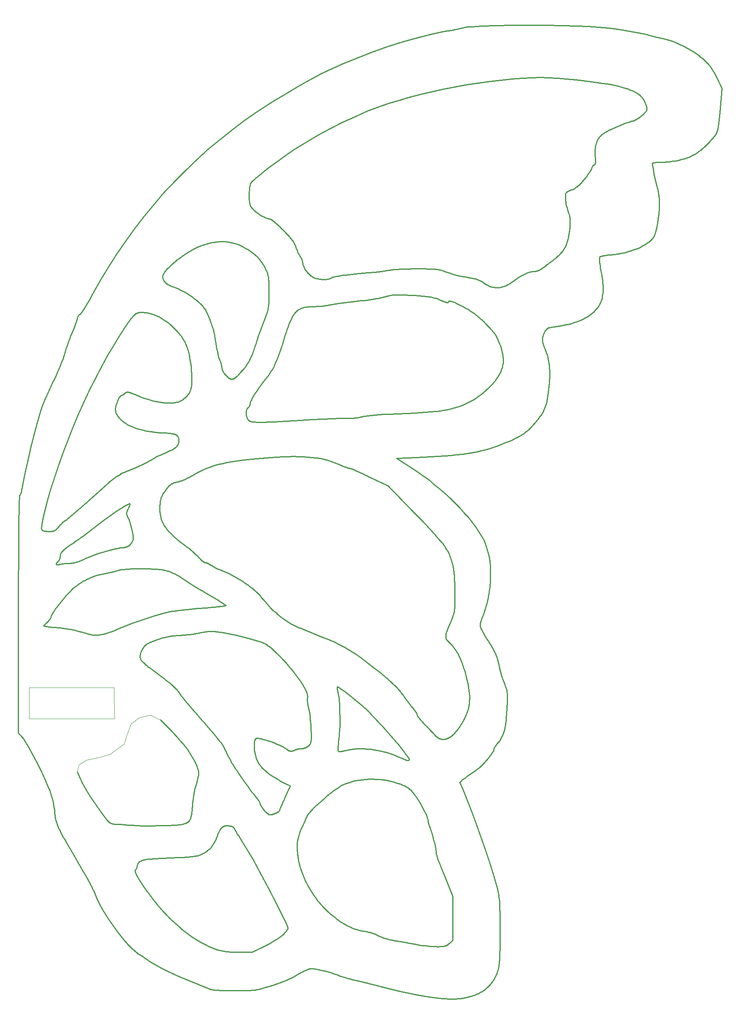
<source format=gbr>
%TF.GenerationSoftware,KiCad,Pcbnew,(6.99.0-3809-g2741d0eb4b)*%
%TF.CreationDate,2022-10-22T00:35:19-04:00*%
%TF.ProjectId,StarboardWing,53746172-626f-4617-9264-57696e672e6b,rev?*%
%TF.SameCoordinates,Original*%
%TF.FileFunction,Profile,NP*%
%FSLAX46Y46*%
G04 Gerber Fmt 4.6, Leading zero omitted, Abs format (unit mm)*
G04 Created by KiCad (PCBNEW (6.99.0-3809-g2741d0eb4b)) date 2022-10-22 00:35:19*
%MOMM*%
%LPD*%
G01*
G04 APERTURE LIST*
%TA.AperFunction,Profile*%
%ADD10C,0.264583*%
%TD*%
%TA.AperFunction,Profile*%
%ADD11C,0.100000*%
%TD*%
G04 APERTURE END LIST*
D10*
X262298152Y-145061249D02*
X262412594Y-144849149D01*
X269675235Y-181148959D02*
X269750962Y-181550216D01*
X176520110Y-105267522D02*
X176580933Y-105245644D01*
X200788684Y-53855649D02*
X201010812Y-53961369D01*
X263952655Y-163652872D02*
X264957692Y-166364366D01*
X271398970Y-143669172D02*
X271344504Y-144316912D01*
X237848080Y-81694081D02*
X238319127Y-81694530D01*
X230268055Y-149833372D02*
X230296240Y-149777723D01*
X174633319Y-101261296D02*
X174314926Y-102614583D01*
X252188730Y-142893934D02*
X252320533Y-143083670D01*
X208319346Y-45235720D02*
X207485746Y-45531046D01*
X289696306Y-28641885D02*
X289714090Y-28637828D01*
X214283828Y-167460966D02*
X214250028Y-167421763D01*
X226922897Y-25402117D02*
X224723484Y-26903258D01*
X229967834Y-51455965D02*
X230150043Y-51629544D01*
X231378476Y-196979587D02*
X230925075Y-196911862D01*
X184814808Y-110376538D02*
X185979318Y-109971332D01*
X299270338Y-18662206D02*
X299406580Y-18560409D01*
X251776338Y-50385974D02*
X252685390Y-50377934D01*
X190570653Y-108801124D02*
X190853575Y-108785626D01*
X265478850Y-52708910D02*
X265671760Y-52788014D01*
X206742475Y-155091389D02*
X206657992Y-154826806D01*
X232528693Y-197210440D02*
X231923854Y-197081744D01*
X258060870Y-148892884D02*
X258181836Y-148891997D01*
X191820130Y-108575946D02*
X191919293Y-108529423D01*
X236408437Y-147049071D02*
X236363704Y-147659461D01*
X187805216Y-50237092D02*
X189581375Y-47455269D01*
X302085460Y-29509097D02*
X302196148Y-30055548D01*
X220598297Y-61231191D02*
X220913962Y-60417096D01*
X279186354Y-63968706D02*
X279145327Y-64069840D01*
X209198458Y-112255363D02*
X209280704Y-112305024D01*
X221536096Y-57948489D02*
X221562395Y-57607354D01*
X269203173Y-131284681D02*
X269322395Y-131600074D01*
X205492417Y-163807083D02*
X205532938Y-163358507D01*
X248394626Y-90017857D02*
X251434788Y-91988713D01*
X231656030Y-162635274D02*
X231123527Y-163145135D01*
X258904769Y-126188451D02*
X258965737Y-126021489D01*
X223873512Y-163678622D02*
X223874618Y-163662930D01*
X232461313Y-52583771D02*
X232740612Y-52606043D01*
X253951651Y-89833871D02*
X250599613Y-89955472D01*
X222416430Y-40323557D02*
X222588724Y-40458277D01*
X207741154Y-92480133D02*
X207032847Y-92817761D01*
X180077312Y-108126931D02*
X179767526Y-108336348D01*
X269713087Y-132914013D02*
X269792094Y-133262296D01*
X260908844Y-89323532D02*
X259668056Y-89450731D01*
X283752258Y-36107323D02*
X283719389Y-35794379D01*
X230384570Y-149515169D02*
X230401028Y-149437026D01*
X266254606Y448308D02*
X269120854Y545829D01*
X221299538Y-191881496D02*
X221796256Y-191613236D01*
X256624394Y-172419041D02*
X256620746Y-172314801D01*
X205510211Y-173445411D02*
X205136806Y-173484250D01*
X268692467Y-151121610D02*
X268649015Y-151233286D01*
X204917553Y-94014291D02*
X204491163Y-94226471D01*
X279853027Y-62974953D02*
X279788294Y-63036867D01*
X289464274Y-28821066D02*
X289498668Y-28780006D01*
X208629920Y-111979079D02*
X208706144Y-112009040D01*
X279963746Y-77532003D02*
X279859423Y-78053202D01*
X266426083Y-76396936D02*
X266886142Y-76002956D01*
X250147276Y-153157858D02*
X250337154Y-153228016D01*
X199599591Y-52871905D02*
X199650975Y-52946272D01*
X279374837Y-67010051D02*
X279430986Y-67145633D01*
X255816162Y-56355372D02*
X255524805Y-56299221D01*
X191477123Y-125162059D02*
X192927067Y-124608308D01*
X266130156Y-106286839D02*
X266610653Y-107177617D01*
X268590173Y-87793143D02*
X267820346Y-88037913D01*
X212291900Y-167054841D02*
X212205105Y-167087356D01*
X198878254Y-122677124D02*
X200173315Y-122340111D01*
X223743201Y-163889228D02*
X223781540Y-163847005D01*
X208866003Y-112079536D02*
X208948430Y-112119537D01*
X201081137Y-105842534D02*
X201572418Y-106313645D01*
X288492098Y-30563358D02*
X288721082Y-30228302D01*
X202036779Y-48800279D02*
X201688729Y-49094388D01*
X289847449Y-28594617D02*
X289864158Y-28576831D01*
X194675697Y-59492697D02*
X194537691Y-59508383D01*
X169404460Y-97777213D02*
X169418573Y-97772011D01*
X315443485Y-21798159D02*
X315383509Y-21929565D01*
X273047071Y-52819184D02*
X273263485Y-52660653D01*
X217183348Y-116554515D02*
X217698736Y-116940295D01*
X314333971Y-23376556D02*
X314003820Y-23736580D01*
X258620968Y-192115462D02*
X258746562Y-192061247D01*
X205325096Y-93793657D02*
X204917553Y-94014291D01*
X191076453Y-108774527D02*
X191186712Y-108760892D01*
X219812220Y-118876982D02*
X220119579Y-119250356D01*
X271555622Y-140317381D02*
X271546774Y-140715681D01*
X267621250Y-128400067D02*
X267621250Y-128400067D01*
X208690780Y-59639767D02*
X209078821Y-60624404D01*
X199814537Y-88921444D02*
X200170154Y-88766843D01*
X177536307Y-111523376D02*
X177494393Y-111568530D01*
X192980058Y-107524472D02*
X193025069Y-107433817D01*
X223059052Y-182978700D02*
X221513464Y-180017892D01*
X223899535Y-190284626D02*
X224232618Y-190030555D01*
X192232177Y-192007968D02*
X191965088Y-191716293D01*
X252280974Y-202323142D02*
X250690052Y-202004776D01*
X204875898Y-165972490D02*
X204937917Y-165894314D01*
X246534546Y-151726771D02*
X247250796Y-151960454D01*
X266613971Y-61460287D02*
X266104394Y-60993239D01*
X279859423Y-78053202D02*
X279742754Y-78535214D01*
X287418131Y-60895065D02*
X286846830Y-61160401D01*
X199204340Y-196833348D02*
X198051046Y-196194532D01*
X188835277Y-113848254D02*
X188457848Y-113933124D01*
X217291720Y-69958661D02*
X217502419Y-69580590D01*
X300794203Y-16967935D02*
X300795887Y-16915446D01*
X217069926Y-70321344D02*
X217291720Y-69958661D01*
X180435212Y-63583104D02*
X180435212Y-63583104D01*
X289969646Y-26828004D02*
X289969646Y-26828004D01*
X199883602Y-127550658D02*
X199353198Y-127683912D01*
X287676624Y-31641724D02*
X287676624Y-31641724D01*
X204115387Y-108353230D02*
X204501995Y-108642650D01*
X238319127Y-81694530D02*
X238791929Y-81681466D01*
X203666045Y-65132728D02*
X203295174Y-64580491D01*
X197527243Y-173867147D02*
X196885284Y-173924547D01*
X218187541Y-117329551D02*
X218646527Y-117720065D01*
X207170127Y-117528974D02*
X205953779Y-116790701D01*
X247344366Y-201242415D02*
X245607937Y-200801907D01*
X250914058Y-153273318D02*
X250930089Y-153250400D01*
X278039034Y-50732853D02*
X278198075Y-50663535D01*
X232118755Y-127250150D02*
X232931778Y-127575661D01*
X217734556Y-37111060D02*
X217820699Y-37299014D01*
X204008501Y-127051863D02*
X203530341Y-127094085D01*
X209524194Y-126299043D02*
X208948439Y-126320159D01*
X250729170Y-153327657D02*
X250810048Y-153325874D01*
X268571045Y-74325931D02*
X269078398Y-73713935D01*
X243835510Y-81002158D02*
X244752436Y-80930573D01*
X223595769Y-164020715D02*
X223649925Y-163976416D01*
X174094547Y-103623427D02*
X174023807Y-104014829D01*
X252663494Y-143784299D02*
X252665431Y-143804323D01*
X183991595Y-98772702D02*
X185540015Y-97393895D01*
X193598004Y-176609397D02*
X193635877Y-176722866D01*
X235126116Y-128435731D02*
X235623342Y-128660630D01*
X208785040Y-112042615D02*
X208866003Y-112079536D01*
X202152771Y-85133907D02*
X202058798Y-85088841D01*
X199344577Y-52244310D02*
X199360855Y-52325511D01*
X192495196Y-192281525D02*
X192232177Y-192007968D01*
X271803186Y-53624173D02*
X272047717Y-53477929D01*
X256528248Y-192284528D02*
X257129751Y-192291036D01*
X206899667Y-57353649D02*
X207311760Y-57744671D01*
X192832374Y-166882550D02*
X193871365Y-166958047D01*
X175968631Y-123210512D02*
X175939828Y-123290435D01*
X299981559Y-18069212D02*
X300150577Y-17912834D01*
X221815705Y-164661647D02*
X221870067Y-164665677D01*
X197823508Y-128146372D02*
X197360390Y-128313828D01*
X262264904Y-157299756D02*
X262264904Y-157299756D01*
X191831658Y-101798602D02*
X191820244Y-101749269D01*
X256590666Y-106252448D02*
X255771480Y-105350330D01*
X259057328Y-57452465D02*
X259028647Y-57451428D01*
X259122008Y-57444207D02*
X259104111Y-57448884D01*
X252665431Y-143804323D02*
X252671181Y-143828025D01*
X266068573Y-124064623D02*
X265999594Y-124257504D01*
X202114986Y-187540151D02*
X202773224Y-188119572D01*
X243739995Y-133984667D02*
X245069157Y-135035182D01*
X180570108Y-172750399D02*
X179970672Y-171742670D01*
X178872472Y-68014920D02*
X179035721Y-67467954D01*
X265563024Y-105364002D02*
X266130156Y-106286839D01*
X199830037Y-53162841D02*
X199897876Y-53232703D01*
X179500940Y-86150503D02*
X178497812Y-88773837D01*
X257587912Y-148822358D02*
X257704481Y-148851102D01*
X257822175Y-148872437D02*
X257940977Y-148886364D01*
X247250796Y-151960454D02*
X247949646Y-152219594D01*
X189628512Y-80653766D02*
X189549208Y-80420231D01*
X209142986Y-146653635D02*
X209924843Y-147575367D01*
X237141208Y-158394025D02*
X236770814Y-158581183D01*
X169631168Y-97385177D02*
X169661229Y-97289856D01*
X205297892Y-109283953D02*
X205684428Y-109615880D01*
X187405683Y-185567174D02*
X186728007Y-184443733D01*
X271374721Y-53860093D02*
X271576272Y-53753201D01*
X263094607Y-143341845D02*
X263261361Y-142853108D01*
X229668021Y-140918213D02*
X229655554Y-140651244D01*
X205229875Y-70301726D02*
X205131404Y-69616370D01*
X201299045Y-122091344D02*
X201691497Y-122024479D01*
X177841198Y-110867607D02*
X177823312Y-110941954D01*
X194969067Y-130275785D02*
X194919100Y-130381759D01*
X269855870Y-149298822D02*
X269643230Y-149556989D01*
X211958773Y-167215360D02*
X211881037Y-167268465D01*
X300789868Y-16805391D02*
X300782433Y-16747213D01*
X251887379Y-142506772D02*
X251966440Y-142602886D01*
X208948430Y-112119537D02*
X209031717Y-112162353D01*
X190853575Y-108785626D02*
X190853575Y-108785626D01*
X193787959Y-59779210D02*
X193670012Y-59856987D01*
X192048043Y-100755847D02*
X192122167Y-100610181D01*
X258685752Y-57379217D02*
X258572265Y-57344500D01*
X188839869Y-166595761D02*
X189049489Y-166631782D01*
X307727660Y-3433753D02*
X308274835Y-3694151D01*
X200469505Y-50253229D02*
X200219053Y-50526775D01*
X178737518Y-103192119D02*
X178781368Y-103164209D01*
X181201728Y-61633326D02*
X181307653Y-61313839D01*
X258788952Y-57407507D02*
X258685752Y-57379217D01*
X270003653Y-185207853D02*
X270017387Y-186905155D01*
X218595552Y-201375963D02*
X218151641Y-201423151D01*
X251131255Y-159364505D02*
X250967148Y-159222447D01*
X212524777Y-72627512D02*
X212693114Y-72806803D01*
X189445711Y-79697484D02*
X189455582Y-79530836D01*
X256723817Y-173067462D02*
X256694112Y-172924624D01*
X202119405Y-106797273D02*
X202724176Y-107296414D01*
X244071269Y-157237606D02*
X243341223Y-157217423D01*
X230636736Y-10546479D02*
X232320980Y-9650837D01*
X277720415Y-82194857D02*
X277341366Y-82646649D01*
X175990590Y-123134892D02*
X175990590Y-123134892D01*
X257940977Y-148886364D02*
X258060870Y-148892884D01*
X189811887Y-108917825D02*
X190220729Y-108845999D01*
X298604159Y-13548935D02*
X298400523Y-13432056D01*
X200170154Y-88766843D02*
X200170154Y-88766843D01*
X191610355Y-92831381D02*
X191948532Y-92690827D01*
X269536678Y-197410977D02*
X269442426Y-197696599D01*
X289770771Y-28632962D02*
X289791426Y-28628222D01*
X222779712Y-164449879D02*
X222865720Y-164417510D01*
X174346826Y-125107327D02*
X175052383Y-125254636D01*
X302970028Y-28087888D02*
X302707350Y-28110710D01*
X228325312Y-48057813D02*
X228374822Y-48155630D01*
X266886142Y-76002956D02*
X267341770Y-75587025D01*
X194467048Y-91663999D02*
X194988546Y-91413079D01*
X256620746Y-172314801D02*
X256615721Y-172203440D01*
X259040714Y-79854207D02*
X259652666Y-79721346D01*
X247638567Y-137269504D02*
X248045933Y-137670012D01*
X202442884Y-85349773D02*
X202382418Y-85290111D01*
X270182969Y-134935218D02*
X270322332Y-135414183D01*
X257358221Y-148742642D02*
X257472486Y-148786205D01*
X215124332Y-168882197D02*
X214954758Y-168601367D01*
X268032054Y-114714716D02*
X267983053Y-115798560D01*
X204583548Y-166235584D02*
X204663665Y-166176453D01*
X215372803Y-72425099D02*
X215711181Y-72060690D01*
X203174592Y-149290786D02*
X202761783Y-148817709D01*
X228633931Y-58557637D02*
X228358136Y-58655659D01*
X284669902Y-39828969D02*
X284640475Y-39623980D01*
X270805145Y-54100856D02*
X271091960Y-53991192D01*
X298053511Y-19370232D02*
X298175238Y-19317633D01*
X236481963Y-144363213D02*
X236465793Y-145739194D01*
X214033413Y-154158688D02*
X214033413Y-154158688D01*
X226880876Y-59875255D02*
X226705635Y-60137326D01*
X208258190Y-118162053D02*
X207739480Y-117864398D01*
X226114216Y-151351842D02*
X226165984Y-151358942D01*
X185540015Y-97393895D02*
X187210754Y-95894048D01*
X206522005Y-157813137D02*
X206631859Y-157415610D01*
X260665287Y-203242575D02*
X260437376Y-203255683D01*
X187755401Y-126656349D02*
X188271486Y-126473567D01*
X287486959Y-31871727D02*
X287676624Y-31641724D01*
X258031815Y-57146112D02*
X257879167Y-57082824D01*
X212867271Y-72972932D02*
X213044303Y-73122586D01*
X306710532Y-27785760D02*
X306263683Y-27857753D01*
X219114468Y-153283488D02*
X218970066Y-152919614D01*
X283114701Y-46697040D02*
X283231977Y-46534499D01*
X208556971Y-111952996D02*
X208629920Y-111979079D01*
X294149479Y-12003520D02*
X293033968Y-11777019D01*
X283872981Y-36823099D02*
X283804224Y-36454016D01*
X181439181Y-60835492D02*
X181458540Y-60748933D01*
X208012093Y-58524200D02*
X208292043Y-58906382D01*
X290601207Y-23168638D02*
X290744369Y-22950527D01*
X262085409Y11250D02*
X262823482Y167653D01*
X263642762Y-139808602D02*
X263605411Y-139248383D01*
X229876687Y-197007594D02*
X229706893Y-197064460D01*
X312065150Y-6035094D02*
X312508557Y-6410377D01*
X255414283Y-146974814D02*
X255973664Y-147569431D01*
X217595372Y-78936201D02*
X217570945Y-78992594D01*
X206239952Y-158738965D02*
X206522005Y-157813137D01*
X278963437Y-65644093D02*
X278987896Y-65765845D01*
X264806484Y-155490643D02*
X264036103Y-156022482D01*
X254417894Y-164350669D02*
X254222641Y-163950176D01*
X205232024Y-165290352D02*
X205269855Y-165163481D01*
X198857185Y-99047079D02*
X198819361Y-99323139D01*
X263412015Y-58934095D02*
X262878169Y-58609121D01*
X220442871Y-155094337D02*
X220096830Y-154733699D01*
X212887498Y-126681180D02*
X212108464Y-126534103D01*
X205378876Y-71683649D02*
X205312752Y-70994399D01*
X256669016Y-172787220D02*
X256648830Y-172656393D01*
X219220154Y-17422536D02*
X219220154Y-17422536D01*
X235165699Y-57824677D02*
X234705943Y-57913644D01*
X219074486Y-65464528D02*
X219199753Y-65072531D01*
X176896655Y-121567990D02*
X176623427Y-121963865D01*
X221005976Y-120318897D02*
X221483842Y-120841440D01*
X176623427Y-121963865D02*
X176390352Y-122325777D01*
X204213706Y-115686777D02*
X203730484Y-115365613D01*
X200536551Y-84785222D02*
X200084071Y-84747356D01*
X223112787Y-164312884D02*
X223112789Y-164312877D01*
X253271934Y-162212385D02*
X253013674Y-161783903D01*
X178251376Y-112174333D02*
X178517971Y-112139755D01*
X219868279Y-176953868D02*
X218276306Y-174075163D01*
X229334178Y-197217125D02*
X229127635Y-197314235D01*
X283231977Y-46534499D02*
X283343910Y-46368546D01*
X301924808Y-28355794D02*
X301923206Y-28432937D01*
X176869317Y-105086506D02*
X176983867Y-104996673D01*
X287963413Y-31279799D02*
X288237390Y-30917100D01*
X176812570Y-105125496D02*
X176869317Y-105086506D01*
X315510975Y-10447624D02*
X315510975Y-10447624D01*
X191820244Y-101749269D02*
X191811131Y-101701002D01*
X237198057Y-51734565D02*
X237720889Y-51672543D01*
X202773224Y-188119572D02*
X203435366Y-188674003D01*
X255938086Y-169263610D02*
X255767879Y-168713101D01*
X211337742Y-69595052D02*
X211337742Y-69595052D01*
X218575074Y-149403398D02*
X218623503Y-149184668D01*
X175079584Y-124476209D02*
X175079584Y-124476209D01*
X254222641Y-163950176D02*
X253772490Y-163092477D01*
X268743563Y-150925942D02*
X268724160Y-151018953D01*
X204809646Y-166045306D02*
X204875898Y-165972490D01*
X186831513Y-126920749D02*
X187278139Y-126805170D01*
X195270902Y-129746064D02*
X195205228Y-129849360D01*
X211223317Y-149165261D02*
X211700558Y-149785210D01*
X221113214Y-39778197D02*
X221351167Y-39856855D01*
X181669102Y-174684506D02*
X181160679Y-173772683D01*
X204498421Y-166290951D02*
X204583548Y-166235584D01*
X264592775Y-52442020D02*
X264835765Y-52502782D01*
X239691864Y-81619800D02*
X240093530Y-81573699D01*
X228431694Y-137050332D02*
X228010725Y-136417031D01*
X204604737Y-67162919D02*
X204445665Y-66675249D01*
X169690526Y-97186581D02*
X169718829Y-97076040D01*
X268030914Y-113651939D02*
X268032054Y-114714716D01*
X200701842Y-95813986D02*
X200580725Y-95934751D01*
X194438270Y-124067973D02*
X195964614Y-123556021D01*
X226072532Y-158625958D02*
X225334298Y-158280693D01*
X177874604Y-125557401D02*
X178345879Y-125602785D01*
X230454351Y-148946149D02*
X230459892Y-148824421D01*
X267102274Y-153394691D02*
X266786296Y-153738033D01*
X269515255Y-73109407D02*
X269707488Y-72808795D01*
X313321214Y-7196915D02*
X313692828Y-7610458D01*
X284266755Y-34166438D02*
X284410862Y-34098521D01*
X303298721Y-34996111D02*
X303342130Y-35312183D01*
X215047238Y-72746165D02*
X215157118Y-72642609D01*
X212765179Y-166964597D02*
X212664974Y-166973285D01*
X203098846Y-127120791D02*
X202729687Y-127130109D01*
X189192511Y-113761432D02*
X188835277Y-113848254D01*
X312490178Y-25166032D02*
X312088677Y-25496966D01*
X307582068Y-27613572D02*
X307150646Y-27704237D01*
X211968579Y-71844944D02*
X212084163Y-72043774D01*
X213083929Y-166965258D02*
X212974564Y-166960668D01*
X223965168Y-150163256D02*
X224340947Y-150346560D01*
X223032890Y-164348843D02*
X223112778Y-164312909D01*
X230237238Y-149886030D02*
X230268055Y-149833372D01*
X301454043Y-44588618D02*
X301263492Y-44745375D01*
X193667358Y-176229757D02*
X193636235Y-176258854D01*
X199381681Y-52406017D02*
X199407009Y-52485781D01*
X195676495Y-133159218D02*
X195873370Y-133329170D01*
X192661882Y-92426846D02*
X193039799Y-92286971D01*
X205191321Y-165409068D02*
X205232024Y-165290352D01*
X202314179Y-85234365D02*
X202237764Y-85182356D01*
X257387266Y-192288763D02*
X257619359Y-192282032D01*
X258673648Y-127612022D02*
X258658296Y-127523329D01*
X279724757Y-63103398D02*
X279662558Y-63174301D01*
X280412449Y-71638634D02*
X280429927Y-72156656D01*
X213843280Y-44917612D02*
X213087299Y-44775679D01*
X261145612Y-203199353D02*
X260899756Y-203223832D01*
X203646336Y-140273807D02*
X204229817Y-140990029D01*
X226465899Y-44320466D02*
X226614978Y-44520571D01*
X228345840Y-150805818D02*
X228421604Y-150803188D01*
X201621861Y-95220634D02*
X201473265Y-95284101D01*
X259350468Y-191641934D02*
X259350521Y-191641950D01*
D11*
X191300000Y-149800000D02*
X192000000Y-147700000D01*
D10*
X223551128Y-149977301D02*
X223965168Y-150163256D01*
X240697483Y-150833634D02*
X241397128Y-150845694D01*
X236218646Y-151428066D02*
X236243590Y-151434766D01*
X237609104Y-151232571D02*
X238157706Y-151089888D01*
X258881046Y-57429130D02*
X258788952Y-57407507D01*
X177361178Y-104620918D02*
X177507506Y-104456014D01*
X231390783Y-52361871D02*
X231645613Y-52436946D01*
X218667042Y-66738166D02*
X218866783Y-66126958D01*
X276585415Y-51004693D02*
X276797774Y-50962992D01*
X289791426Y-28628222D02*
X289811087Y-28620276D01*
X194988546Y-91413079D02*
X195506875Y-91152785D01*
X292006158Y-21845304D02*
X292367508Y-21643310D01*
X219072459Y-118109620D02*
X219462102Y-118495998D01*
X228046410Y-47592458D02*
X228105591Y-47684529D01*
X220412552Y-163484602D02*
X220562097Y-163672264D01*
X240500141Y-51394481D02*
X242362377Y-51229260D01*
X215492290Y-169467919D02*
X215305281Y-169173942D01*
X189823572Y-166669095D02*
X190147849Y-166678484D01*
X218806283Y-148788857D02*
X218853428Y-148739244D01*
X192387424Y-76258150D02*
X192473252Y-76282450D01*
X217114779Y-81770372D02*
X217159867Y-81847937D01*
X253569856Y-145037232D02*
X253705815Y-145188431D01*
X191615576Y-108656175D02*
X191718830Y-108618250D01*
X304479680Y-2279807D02*
X305074421Y-2408317D01*
X210364411Y-65138541D02*
X210505180Y-66010739D01*
X189851641Y-81108364D02*
X189729472Y-80883221D01*
X177777620Y-111088507D02*
X177750247Y-111159654D01*
X269707488Y-72808795D02*
X269882386Y-72508673D01*
X248621504Y-191116483D02*
X249795927Y-191324664D01*
X230632457Y-196891771D02*
X230487694Y-196894650D01*
X202663893Y-54612735D02*
X203245968Y-54888182D01*
X193670012Y-59856987D02*
X193552340Y-59945000D01*
X211775996Y-71369956D02*
X211802025Y-71460774D01*
X193915017Y-76842752D02*
X194299381Y-77007108D01*
X240952526Y-81389325D02*
X241064268Y-81353298D01*
X279407024Y-49898392D02*
X279590882Y-49750396D01*
X213869430Y-73507863D02*
X213869430Y-73507863D01*
X270000814Y-192561039D02*
X269972568Y-193835398D01*
X236458902Y-142984362D02*
X236481963Y-144363213D01*
X192461673Y-99808078D02*
X192476003Y-99753202D01*
X177906894Y-110291442D02*
X177882542Y-110433127D01*
X265863448Y-125151859D02*
X265875614Y-125211820D01*
X202531494Y-94960904D02*
X202322857Y-95007885D01*
X286953107Y-32474193D02*
X287125946Y-32287343D01*
X214567436Y-167911176D02*
X214567436Y-167911176D01*
X201847153Y-32070833D02*
X204140999Y-29745146D01*
X188643963Y-166538669D02*
X188839869Y-166595761D01*
X205190860Y-75761485D02*
X205275406Y-75510411D01*
X233160479Y-197357781D02*
X232528693Y-197210440D01*
X268724160Y-151018953D02*
X268692467Y-151121610D01*
X210753221Y-44724605D02*
X209953055Y-44832505D01*
X268396285Y-63361895D02*
X267998685Y-62890519D01*
X252569464Y-143504766D02*
X252602254Y-143574617D01*
X181611931Y-107101381D02*
X180988409Y-107527798D01*
X218762669Y-148848930D02*
X218806283Y-148788857D01*
X236307941Y-148229611D02*
X236245896Y-148816526D01*
D11*
X189300000Y-144600000D02*
X172500000Y-144600000D01*
D10*
X315727499Y-20557587D02*
X315627003Y-21100742D01*
X253805058Y-202597305D02*
X252280974Y-202323142D01*
X222774550Y-40609242D02*
X222972459Y-40775255D01*
X210505180Y-66010739D02*
X210599600Y-66589927D01*
X269074179Y-130971841D02*
X269203173Y-131284681D01*
X197178161Y-134361481D02*
X197864231Y-134876318D01*
X175237315Y-125287396D02*
X175493354Y-125324093D01*
X208239286Y-111888644D02*
X208262478Y-111890088D01*
X259292266Y-57179008D02*
X259255280Y-57197288D01*
X274295737Y-51975472D02*
X274563606Y-51823610D01*
X221493191Y-164530803D02*
X221631110Y-164603919D01*
X192278299Y-99612161D02*
X192089397Y-99691685D01*
X208349871Y-172493851D02*
X208084742Y-172656146D01*
X220598297Y-61231191D02*
X220598297Y-61231191D01*
X210354122Y-170178730D02*
X210204401Y-170469455D01*
X206528047Y-143678666D02*
X207412475Y-144677136D01*
X270929806Y-137148969D02*
X270929806Y-137148969D01*
X265851369Y-124851297D02*
X265847305Y-124913025D01*
X187844386Y-68501282D02*
X186558596Y-70837127D01*
X262412594Y-144849149D02*
X262670467Y-144336209D01*
X218411893Y-38049653D02*
X218637351Y-38254143D01*
X262226955Y-159353421D02*
X262226955Y-159353421D01*
X259578292Y-148393585D02*
X259710772Y-148303869D01*
X220692002Y-128825886D02*
X220496045Y-128734633D01*
X202189527Y-114427622D02*
X201945202Y-114299545D01*
X227985756Y-47491542D02*
X228046410Y-47592458D01*
X246736820Y-80812192D02*
X246736820Y-80812192D01*
X193941326Y-175680304D02*
X193920040Y-175749564D01*
X280381167Y-71133763D02*
X280412449Y-71638634D01*
X200411239Y-61632223D02*
X199857861Y-61232848D01*
X266965561Y-107967844D02*
X267269632Y-108810409D01*
X268754782Y-150810515D02*
X268750149Y-150843198D01*
X185874127Y-182864537D02*
X185637600Y-182373952D01*
X308811130Y-3963112D02*
X308811130Y-3963112D01*
X177874601Y-110575429D02*
X177872405Y-110646633D01*
X202348583Y-78327008D02*
X202348583Y-78327008D01*
X256487972Y-148127294D02*
X256592325Y-148230162D01*
X181458540Y-60748933D02*
X181481544Y-60663935D01*
X176756470Y-164502737D02*
X176745714Y-164195554D01*
X283826883Y-45481076D02*
X283986109Y-45095667D01*
X303996883Y-28061246D02*
X303550709Y-28067944D01*
X269305590Y-73410967D02*
X269515255Y-73109407D01*
X266718579Y-201358704D02*
X266477553Y-201526776D01*
X221660143Y-39919068D02*
X221747982Y-39923417D01*
X233000466Y-90241455D02*
X232232279Y-90083587D01*
X200377357Y-166909876D02*
X201880921Y-166828254D01*
X248394626Y-90017857D02*
X248394626Y-90017857D01*
X178497812Y-88773837D02*
X177562337Y-91375977D01*
X199546602Y-184994482D02*
X200176459Y-185662904D01*
X184771377Y-127025175D02*
X185187630Y-127065024D01*
X210493121Y-169874214D02*
X210354122Y-170178730D01*
X307184932Y-3188296D02*
X307727660Y-3433753D01*
X216955328Y-79871348D02*
X216928217Y-79950510D01*
X232663524Y-58192305D02*
X232180204Y-58233553D01*
X219022023Y-75986441D02*
X218594753Y-76667909D01*
X200746723Y-137034714D02*
X201258636Y-137457107D01*
X260147175Y-123189420D02*
X260242728Y-122909041D01*
X207517254Y-172945218D02*
X207517254Y-172945218D01*
X229176804Y-50459867D02*
X229314093Y-50669051D01*
X230391993Y-145836345D02*
X230341722Y-145216985D01*
X279590882Y-49750396D02*
X279776897Y-49593053D01*
X227022097Y-135070446D02*
X226461397Y-134367265D01*
X192930148Y-107613302D02*
X192980058Y-107524472D01*
X268820618Y-150658477D02*
X268790475Y-150717496D01*
X266572303Y-53294554D02*
X266754680Y-53423207D01*
X227529327Y-150954583D02*
X227623522Y-150928585D01*
X175709511Y-123730548D02*
X175649456Y-123821855D01*
X229871814Y-142255513D02*
X229800000Y-141900000D01*
X210599600Y-66589927D02*
X210703607Y-67161047D01*
X206788463Y-156724310D02*
X206834908Y-156419730D01*
X249041460Y-201643953D02*
X247344366Y-201242415D01*
X267820346Y-88037913D02*
X267002119Y-88266630D01*
X259350521Y-191641950D02*
X260142368Y-190960477D01*
X190966385Y-76791641D02*
X191018116Y-76762601D01*
X281444103Y-48313313D02*
X281444103Y-48313313D01*
X221388888Y-51629075D02*
X221318835Y-51402785D01*
X202340781Y-87505100D02*
X202397259Y-87434050D01*
X189492008Y-80182850D02*
X189457360Y-79941857D01*
X197465394Y-36935381D02*
X199621287Y-34468314D01*
X250970157Y-152988614D02*
X250951091Y-152913925D01*
X229995548Y-58317284D02*
X229611551Y-58356552D01*
X177872405Y-110646633D02*
X177865961Y-110719417D01*
X190129209Y-77565130D02*
X190231920Y-77379421D01*
X291233094Y-57099112D02*
X291112559Y-57413280D01*
X299539167Y-18456298D02*
X299667044Y-18350505D01*
X178007998Y-110006595D02*
X177948448Y-110149543D01*
X303168194Y-39900260D02*
X303043037Y-40809151D01*
X214316978Y-167502202D02*
X214283828Y-167460966D01*
X228615621Y-177025894D02*
X229234317Y-178463553D01*
X270020145Y-189077847D02*
X270020145Y-189077847D01*
X176630546Y-73507848D02*
X176630546Y-73507848D01*
X260137600Y-181740064D02*
X258963459Y-178776730D01*
X192484632Y-99596715D02*
X192479490Y-99589772D01*
X289969646Y-26828004D02*
X289950121Y-26434197D01*
X195262419Y-179538739D02*
X195625577Y-180069956D01*
X223537122Y-164065039D02*
X223595769Y-164020715D01*
X225921715Y-159049094D02*
X226013477Y-158825485D01*
X208423312Y-111913534D02*
X208487900Y-111931059D01*
X218065245Y-77602353D02*
X217929736Y-77871747D01*
X236465793Y-145739194D02*
X236408437Y-147049071D01*
X236363704Y-147659461D02*
X236307941Y-148229611D01*
X198734938Y-78298202D02*
X199268521Y-78376890D01*
X229955684Y-142609128D02*
X229955684Y-142609128D01*
X257558559Y-56941487D02*
X257312272Y-56831883D01*
X259652666Y-79721346D02*
X260248207Y-79572693D01*
X228128243Y-175581501D02*
X228615621Y-177025894D01*
X218091776Y-68309252D02*
X218281921Y-67824834D01*
X178781368Y-103164209D02*
X178816728Y-103147039D01*
X269867579Y-182380441D02*
X269910515Y-182834702D01*
X266951787Y-201183080D02*
X266718579Y-201358704D01*
X192371289Y-103140804D02*
X192270943Y-102870874D01*
X203228909Y-94755240D02*
X203038061Y-94820165D01*
X199798926Y-51037996D02*
X199633694Y-51270965D01*
X199186850Y-103110815D02*
X199281928Y-103341173D01*
X275234997Y-84706564D02*
X274849076Y-84980341D01*
X308274835Y-3694151D02*
X308811130Y-3963112D01*
X271036286Y-146483602D02*
X270933512Y-146931668D01*
X259910531Y-111548267D02*
X259740833Y-111016320D01*
X223546855Y-68712955D02*
X223301399Y-69355845D01*
X252680647Y-143855285D02*
X252693735Y-143885981D01*
X221602617Y-56364274D02*
X221609684Y-55279046D01*
X260622170Y-147485666D02*
X260758775Y-147326233D01*
X188978676Y-187915596D02*
X188159060Y-186729499D01*
X290975155Y-57710103D02*
X290863295Y-57918530D01*
X269314594Y-87531934D02*
X269314594Y-87531934D01*
X236013454Y-138704938D02*
X236097475Y-139048723D01*
X211733032Y-70951833D02*
X211739174Y-71037106D01*
X253858503Y-103301944D02*
X252817438Y-102213147D01*
X223265433Y-164235921D02*
X223338139Y-164194829D01*
X174630908Y-77877445D02*
X174938898Y-77148077D01*
X213579985Y-193399945D02*
X214074684Y-193422790D01*
X236242447Y-139939652D02*
X236302909Y-140470987D01*
X190429769Y-77082911D02*
X190520859Y-76981326D01*
X290002591Y-27646953D02*
X289999623Y-27467109D01*
X256384937Y-148017011D02*
X256384937Y-148017011D01*
X193698415Y-176194593D02*
X193667358Y-176229757D01*
X254389617Y-192115125D02*
X254983942Y-192180017D01*
X217480856Y-79158068D02*
X217445949Y-79210590D01*
X217659286Y-78715671D02*
X217648811Y-78769206D01*
X276797774Y-50962992D02*
X276995557Y-50937252D01*
X262823482Y167653D02*
X263324435Y247576D01*
X252671181Y-143828025D02*
X252680647Y-143855285D01*
X217698736Y-116940295D02*
X218187541Y-117329551D01*
X258746562Y-192061247D02*
X258867149Y-191997924D01*
X199897876Y-53232703D02*
X199969714Y-53301325D01*
X206631859Y-157415610D02*
X206720729Y-157054468D01*
X217979413Y-46875873D02*
X217631781Y-46633356D01*
X200170154Y-88766843D02*
X200537323Y-88610871D01*
X269949829Y-134024249D02*
X270057345Y-134467084D01*
X270175923Y-66666470D02*
X269888138Y-65901569D01*
X175616018Y-75621210D02*
X175964614Y-74870013D01*
X299736067Y-14474585D02*
X299603096Y-14329055D01*
X228374822Y-48155630D02*
X228421581Y-48253798D01*
X265943336Y-124428976D02*
X265899848Y-124582675D01*
X172450935Y-85025419D02*
X173108537Y-82552075D01*
X270500213Y-70999320D02*
X270573120Y-70692487D01*
X283719389Y-35794379D02*
X283710835Y-35654113D01*
X205465428Y-56213501D02*
X205972355Y-56584901D01*
X217020166Y-79723952D02*
X216985975Y-79795720D01*
X245607937Y-200801907D02*
X241630366Y-199779746D01*
X250253724Y-158746315D02*
X250046687Y-158641696D01*
X210062853Y-63647775D02*
X210220550Y-64363462D01*
X201040078Y-49682034D02*
X200743921Y-49970865D01*
X200175833Y-136587146D02*
X200746723Y-137034714D01*
X191614540Y-76312525D02*
X191655308Y-76286600D01*
X169390642Y-97778966D02*
X169404460Y-97777213D01*
X265909743Y-125335227D02*
X265956975Y-125466309D01*
X228790724Y-125834539D02*
X229102387Y-125960091D01*
X194404493Y-59531914D02*
X194275455Y-59563633D01*
X231355697Y-58269185D02*
X231355697Y-58269185D01*
X267998685Y-62890519D02*
X267565906Y-62413446D01*
X303398549Y-35912387D02*
X303412726Y-36205983D01*
X177812654Y-112251840D02*
X178013473Y-112212023D01*
X228905221Y-197426067D02*
X228665124Y-197553278D01*
X191804326Y-101653571D02*
X191799836Y-101606752D01*
X271374729Y-53860101D02*
X271374721Y-53860093D01*
X259033265Y-125844767D02*
X259188125Y-125460052D01*
X205042124Y-126928365D02*
X204517652Y-126995999D01*
X193573048Y-76698565D02*
X193915017Y-76842752D01*
X241536686Y-189061978D02*
X241536686Y-189061978D01*
X244301432Y-144986688D02*
X242914302Y-143526314D01*
X298435122Y-19189097D02*
X298571171Y-19114423D01*
X212672786Y-193322328D02*
X213114254Y-193366828D01*
X213395201Y-73359230D02*
X213480117Y-73402921D01*
X245607937Y-200801907D02*
X245607937Y-200801907D01*
X223876819Y-199882108D02*
X223876819Y-199882108D01*
X292685593Y-47505800D02*
X292228864Y-47558602D01*
X276123696Y-51133005D02*
X276360162Y-51061612D01*
X191797825Y-101514040D02*
X191800317Y-101467694D01*
X218966416Y-31327226D02*
X218300385Y-31921648D01*
X216879146Y-46166033D02*
X216472782Y-45939950D01*
X181669102Y-174684506D02*
X181669102Y-174684506D01*
X208519654Y-59279292D02*
X208690780Y-59639767D01*
X258963459Y-178776730D02*
X258963459Y-178776730D01*
X198653505Y-135460140D02*
X199552252Y-136120114D01*
X262483372Y-78811357D02*
X263009692Y-78577143D01*
X280396961Y-62675305D02*
X280396961Y-62675305D01*
X275877699Y-51218126D02*
X276123696Y-51133005D01*
X169125712Y-147516675D02*
X169125712Y-147516675D01*
X192476003Y-99753202D02*
X192486034Y-99705025D01*
X246729551Y-190769881D02*
X247186711Y-190871086D01*
X239607222Y-57179661D02*
X238928070Y-57255120D01*
X211378848Y-69678388D02*
X211418801Y-69766934D01*
X250599613Y-89955472D02*
X250599613Y-89955472D01*
X226103419Y-61338294D02*
X225874867Y-61878153D01*
X278061859Y-81769632D02*
X277720415Y-82194857D01*
X294163769Y-20770551D02*
X295157548Y-20346436D01*
X189483847Y-79341549D02*
X189528481Y-79134231D01*
X217244591Y-79434506D02*
X217192547Y-79482050D01*
X221564334Y-39906272D02*
X221660143Y-39919068D01*
X278916355Y-65238835D02*
X278916355Y-65238835D01*
X207907092Y-200609525D02*
X206909069Y-200209178D01*
X251755138Y-101119595D02*
X251755138Y-101119595D01*
X211731572Y-167390838D02*
X211659656Y-167460276D01*
X194343540Y-178097522D02*
X194618201Y-178547398D01*
X194798780Y-130685559D02*
X194798780Y-130685559D01*
X169432953Y-97763446D02*
X169447572Y-97751605D01*
X257208126Y-174543393D02*
X257208126Y-174543393D01*
X303738254Y-2107530D02*
X304479680Y-2279807D01*
X257091253Y-174268712D02*
X256981977Y-173974638D01*
X300373158Y-45349893D02*
X299858701Y-45635540D01*
X289749119Y-28634534D02*
X289770771Y-28632962D01*
X225678710Y-124375675D02*
X226197283Y-124695251D01*
X177204180Y-121145434D02*
X176896655Y-121567990D01*
X205570522Y-162859753D02*
X205570522Y-162859753D01*
X198905979Y-98785655D02*
X198857185Y-99047079D01*
X226072532Y-158625958D02*
X226072532Y-158625958D01*
X219717352Y-39052283D02*
X220008226Y-39231718D01*
X176390352Y-122325777D02*
X176203284Y-122646442D01*
X222491479Y-121849261D02*
X223014281Y-122329012D01*
X192098239Y-76201149D02*
X192163214Y-76209526D01*
X223133224Y-130754544D02*
X222587396Y-130235883D01*
X236103913Y-151051001D02*
X236114027Y-151267511D01*
X192758007Y-192540449D02*
X192495196Y-192281525D01*
X181792812Y-111623744D02*
X181995903Y-111549706D01*
X199076867Y-173772048D02*
X197527243Y-173867147D01*
X211165784Y-113301225D02*
X211526940Y-113458312D01*
X291446147Y-22204290D02*
X291696302Y-22033515D01*
X229660059Y-164784394D02*
X229578406Y-164921343D01*
X206551155Y-154549978D02*
X206421811Y-154255499D01*
X175313374Y-105336682D02*
X175544570Y-105345651D01*
X302386769Y-43409596D02*
X302288751Y-43610467D01*
X228760463Y-150799574D02*
X228837357Y-150785992D01*
X182918256Y-58713348D02*
X183275179Y-58132206D01*
X177075111Y-112044364D02*
X177060552Y-112080314D01*
X283093338Y580194D02*
X286106815Y484785D01*
X213562212Y-167030869D02*
X213448576Y-167007684D01*
X183071054Y-115595141D02*
X182676375Y-115812402D01*
X197723863Y-182876553D02*
X197723863Y-182876553D01*
X300525061Y-15844021D02*
X300449523Y-15650523D01*
X211542298Y-44679170D02*
X210753221Y-44724605D01*
X225570152Y-188356488D02*
X225484482Y-188035646D01*
X269750962Y-181550216D02*
X269814736Y-181956494D01*
X216085760Y-115802249D02*
X216644611Y-116174427D01*
X212212608Y-150554578D02*
X212212608Y-150554578D01*
X174314926Y-102614583D02*
X174094547Y-103623427D01*
X200537323Y-88610871D02*
X200869287Y-88462423D01*
X181682880Y-80902519D02*
X180564902Y-83521542D01*
X241897583Y-189116618D02*
X242086757Y-189152771D01*
X228421581Y-48253798D02*
X228465298Y-48351594D01*
X208411783Y-121357478D02*
X209873032Y-121228829D01*
X213563173Y-73439596D02*
X213644001Y-73468842D01*
X278870501Y-50285210D02*
X279046624Y-50165907D01*
X252693735Y-143885981D02*
X252730397Y-143957208D01*
X315930573Y-19186341D02*
X315829716Y-19912523D01*
X261609618Y-100450839D02*
X262532022Y-101456009D01*
X219917235Y-201122730D02*
X219463221Y-201228326D01*
X179767526Y-108336348D02*
X179484450Y-108535560D01*
X274030109Y-52135852D02*
X274295737Y-51975472D01*
X301792909Y-44269908D02*
X301630696Y-44430055D01*
X221483842Y-120841440D02*
X221980171Y-121352482D01*
X261973782Y-51966481D02*
X262537076Y-52076814D01*
X181890101Y-59968464D02*
X181933640Y-59939415D01*
X244324670Y-151183448D02*
X245067154Y-151337768D01*
X291269526Y-51256502D02*
X291367375Y-51832166D01*
X201433957Y-88181962D02*
X201669841Y-88046881D01*
X223649925Y-163976416D02*
X223699199Y-163932476D01*
X227827021Y-89677001D02*
X226799594Y-89668578D01*
X284143783Y-34233391D02*
X284202732Y-34199899D01*
X217704407Y-69182651D02*
X217900066Y-68760364D01*
X218540736Y-149651154D02*
X218575074Y-149403398D01*
X185585618Y-114554566D02*
X185154929Y-114694050D01*
X289569772Y-28711467D02*
X289605971Y-28684639D01*
X227936074Y-174861552D02*
X228128243Y-175581501D01*
X202703736Y-86092163D02*
X202695107Y-85989286D01*
X284963832Y-61826397D02*
X284285211Y-62002013D01*
X219328350Y-161499646D02*
X219389076Y-161590730D01*
X230037853Y-196962835D02*
X229876687Y-197007594D01*
X221982614Y-164658477D02*
X222047614Y-164649748D01*
X235931074Y-138374737D02*
X235948184Y-138452772D01*
X242279844Y-189194223D02*
X242672037Y-189291249D01*
X220751068Y-50129922D02*
X220566331Y-49777969D01*
X220356930Y-148863104D02*
X220780333Y-148980373D01*
X243665766Y-56712185D02*
X243200003Y-56781537D01*
X256593191Y-56559264D02*
X256346183Y-56484652D01*
X270410548Y-71303887D02*
X270500213Y-70999320D01*
X196030514Y-59608693D02*
X195640951Y-59544228D01*
X250870737Y-153307566D02*
X250894392Y-153292398D01*
X202857629Y-78153928D02*
X203101144Y-78044039D01*
X199127544Y-98061586D02*
X199040222Y-98295669D01*
X206097423Y-190619887D02*
X206759926Y-191032915D01*
X311688006Y-25807821D02*
X311293201Y-26093842D01*
X177802047Y-111015764D02*
X177777620Y-111088507D01*
X251708432Y-142287905D02*
X251887379Y-142506772D01*
X206421811Y-154255499D02*
X206269810Y-153937967D01*
X271209718Y-145480127D02*
X271128146Y-146000586D01*
X280233845Y-10364806D02*
X278540683Y-10318021D01*
X305812054Y-27919830D02*
X305357604Y-27971604D01*
X278964946Y-64703213D02*
X278947168Y-64810914D01*
X223338139Y-164194829D02*
X223407916Y-164152429D01*
X250951091Y-152913925D02*
X250895196Y-152800251D01*
X259082516Y-57451627D02*
X259057328Y-57452465D01*
X193896851Y-175816858D02*
X193871964Y-175881730D01*
X233786700Y-197515872D02*
X233160479Y-197357781D01*
X198935986Y-89336411D02*
X199398091Y-89113852D01*
X214612139Y-73112811D02*
X214718710Y-73029397D01*
X301263492Y-44745375D02*
X300842867Y-45052579D01*
X194614679Y-131430698D02*
X194609397Y-131541048D01*
X202761783Y-148817709D02*
X202315125Y-148321754D01*
X180196525Y-117678560D02*
X179825391Y-118052340D01*
X228647405Y-48890041D02*
X228661671Y-48964975D01*
X192685203Y-107947186D02*
X192752867Y-107867250D01*
X280396961Y-62675305D02*
X280327757Y-62691449D01*
X196885284Y-173924547D02*
X196324681Y-173990259D01*
X233018775Y-52614710D02*
X233292900Y-52609614D01*
X284577776Y-34027469D02*
X284769169Y-33951114D01*
X217596092Y-36689892D02*
X217659697Y-36908238D01*
X177866996Y-104042581D02*
X178060144Y-103831194D01*
X217502529Y-36203996D02*
X217543713Y-36455363D01*
X309181710Y-27167208D02*
X308804620Y-27290581D01*
X254726915Y-165055016D02*
X254587441Y-164721610D01*
X217502419Y-69580590D02*
X217704407Y-69182651D01*
X315829716Y-19912523D02*
X315727499Y-20557587D01*
X205814598Y-199783109D02*
X204312592Y-199192248D01*
X236107562Y-150740484D02*
X236103913Y-151051001D01*
X235822037Y-159191326D02*
X235269152Y-159592069D01*
X193552340Y-59945000D02*
X193434297Y-60043591D01*
X236221384Y-57631914D02*
X235651373Y-57730349D01*
X205616535Y-162312104D02*
X205678802Y-161739951D01*
X201496109Y-54151040D02*
X202079225Y-54365967D01*
X250625277Y-153312331D02*
X250729170Y-153327657D01*
X194325309Y-83933499D02*
X193538137Y-83676704D01*
X259335227Y-57165481D02*
X259292266Y-57179008D01*
X270052584Y-149025639D02*
X269855870Y-149298822D01*
X311098267Y-5314778D02*
X311595447Y-5670276D01*
X189658758Y-78683929D02*
X189740353Y-78450159D01*
X198772881Y-99930208D02*
X198762353Y-100266739D01*
X189729472Y-80883221D02*
X189628512Y-80653766D01*
X247655390Y-157797900D02*
X246955806Y-157624295D01*
X217929736Y-77871747D02*
X217819427Y-78112312D01*
X242204624Y-132813306D02*
X242204624Y-132813306D01*
X202495980Y-85413527D02*
X202442884Y-85349773D01*
X220008226Y-39231718D02*
X220297983Y-39397057D01*
X246955806Y-157624295D02*
X246245075Y-157481552D01*
X279662558Y-63174301D02*
X279601839Y-63249332D01*
X263000728Y-136001645D02*
X262625656Y-134619112D01*
X266909256Y-127270537D02*
X267093469Y-127576179D01*
X251462572Y-159688307D02*
X251295434Y-159519218D01*
X296127576Y-19969457D02*
X296583172Y-19807775D01*
X211589496Y-167535328D02*
X211520997Y-167616080D01*
X224940800Y-150692746D02*
X224940800Y-150692746D01*
X260983920Y-130581001D02*
X260742562Y-130203098D01*
X270689655Y-69108238D02*
X270664036Y-68778157D01*
X263024306Y-161264238D02*
X263952655Y-163652872D01*
X201876876Y-87913189D02*
X202056652Y-87779350D01*
X201618982Y-198031981D02*
X200386908Y-197442483D01*
X175990590Y-123134892D02*
X175968631Y-123210512D01*
X205841110Y-160589743D02*
X205935661Y-160045492D01*
X236148360Y-151389653D02*
X236161333Y-151401015D01*
X269103378Y-198515486D02*
X268971938Y-198775524D01*
X211709427Y-70767269D02*
X211723047Y-70861627D01*
X191696701Y-76263751D02*
X191739119Y-76244057D01*
X259084414Y-109535862D02*
X258812633Y-109064518D01*
X262437107Y-133992491D02*
X262246247Y-133405655D01*
X283917851Y-34410785D02*
X283954559Y-34373077D01*
X250970157Y-152988614D02*
X250970157Y-152988614D01*
X195288746Y-59501586D02*
X195125035Y-59489302D01*
X207489922Y-111402170D02*
X207587448Y-111487232D01*
X260139980Y-186350278D02*
X260139980Y-186350278D01*
X299149054Y-13920576D02*
X298978036Y-13792941D01*
X222339879Y-130010135D02*
X222106492Y-129804915D01*
X217634523Y-78824087D02*
X217616637Y-78879892D01*
X218047562Y-37655931D02*
X218213719Y-37849239D01*
X249895793Y-151425414D02*
X248740372Y-150013934D01*
X205305008Y-165028057D02*
X205337677Y-164883682D01*
X217265252Y-46396956D02*
X216879146Y-46166033D01*
X280308109Y-74923825D02*
X280308109Y-74923825D01*
X192927067Y-124608308D02*
X194438270Y-124067973D01*
X256633856Y-172533286D02*
X256624394Y-172419041D01*
X270514980Y-54189160D02*
X270805145Y-54100856D01*
X224340947Y-150346560D02*
X224669235Y-150524095D01*
X208258190Y-118162053D02*
X208258190Y-118162053D01*
X262264904Y-157299756D02*
X261565204Y-157851209D01*
X181995903Y-111549706D02*
X182199829Y-111470195D01*
X233613499Y-127833325D02*
X234123326Y-128023314D01*
X259146303Y-57428933D02*
X259136106Y-57437567D01*
X267621250Y-128400067D02*
X267849175Y-128740773D01*
X212664974Y-166973285D02*
X212567636Y-166986569D01*
X267341770Y-75587025D02*
X267992425Y-74949069D01*
X214394115Y-201495618D02*
X213326438Y-201490181D01*
X221695919Y-164630428D02*
X221757553Y-164649784D01*
X228514494Y-125727039D02*
X228790724Y-125834539D01*
D11*
X196800000Y-143800000D02*
X198885431Y-144804297D01*
D10*
X181846636Y-60004800D02*
X181890101Y-59968464D01*
X277587023Y-50878445D02*
X277733299Y-50840416D01*
X202606553Y-78248465D02*
X202857629Y-78153928D01*
X280432977Y-49073064D02*
X280921511Y-48702163D01*
X188071365Y-114013439D02*
X187686966Y-114086596D01*
X199552252Y-136120114D02*
X199552252Y-136120114D01*
X260387659Y-122355702D02*
X260439877Y-122064235D01*
X190326860Y-93485111D02*
X190641990Y-93305001D01*
X222269812Y-191344087D02*
X222718563Y-191075349D01*
X177196842Y-112349350D02*
X177233305Y-112355542D01*
X238560600Y-92144170D02*
X238495930Y-92134526D01*
X227615976Y-46756839D02*
X227737368Y-47019621D01*
X229343723Y-150609026D02*
X229429540Y-150566010D01*
X289933168Y-28436834D02*
X289944094Y-28398361D01*
X201471546Y-62523181D02*
X200950458Y-62063447D01*
X199857861Y-61232848D02*
X199294294Y-60868656D01*
X190332782Y-77217145D02*
X190429769Y-77082911D01*
X258193837Y-12780950D02*
X253384335Y-13869426D01*
X229825661Y-150308347D02*
X229825661Y-150308347D01*
X291546742Y-55661082D02*
X291493583Y-56048585D01*
X265010755Y-77451576D02*
X265489245Y-77120806D01*
X174938898Y-77148077D02*
X175270690Y-76388282D01*
X259740833Y-111016320D02*
X259547354Y-110506867D01*
X191718830Y-108618250D02*
X191820130Y-108575946D01*
X234705943Y-57913644D02*
X234210221Y-57996714D01*
X258695159Y-127697430D02*
X258673648Y-127612022D01*
X222191880Y-164622936D02*
X222269872Y-164605215D01*
X206844988Y-155605428D02*
X206804756Y-155349128D01*
X268528949Y-151481207D02*
X268368195Y-151757727D01*
X191800317Y-101467694D02*
X191805149Y-101421053D01*
X264872940Y-202372120D02*
X264280153Y-202589858D01*
X213953878Y-73495328D02*
X213986423Y-73485764D01*
X193039799Y-92286971D02*
X193477049Y-92108301D01*
X189694171Y-93887534D02*
X190011693Y-93678797D01*
X235890401Y-137892920D02*
X235887007Y-137906341D01*
X228273342Y-47961071D02*
X228325312Y-48057813D01*
X190692054Y-76893941D02*
X190707960Y-76892198D01*
X213050104Y-152333865D02*
X213280937Y-152783180D01*
X218772048Y-152238754D02*
X218694033Y-151890603D01*
X216837530Y-80671606D02*
X216849592Y-80864242D01*
X223839666Y-163766967D02*
X223858673Y-163729819D01*
X184500653Y-55967484D02*
X184500653Y-55967484D01*
X242093025Y-56924588D02*
X241485378Y-56993949D01*
X190157812Y-81544775D02*
X189994570Y-81328959D01*
X290916110Y-47922146D02*
X290873547Y-47967692D01*
X199994786Y-50789148D02*
X199798926Y-51037996D01*
X192661882Y-92426846D02*
X192661882Y-92426846D01*
X301995638Y-28264119D02*
X301958474Y-28288203D01*
X300753062Y-17168095D02*
X300768776Y-17118914D01*
X243062733Y-189404153D02*
X243440497Y-189529392D01*
X229663892Y-139614845D02*
X229613297Y-139413962D01*
X220271160Y-163291463D02*
X220412552Y-163484602D01*
X297394503Y-19556288D02*
X297733829Y-19473788D01*
X257283165Y-107034867D02*
X256590666Y-106252448D01*
X228603920Y-48724587D02*
X228628058Y-48809671D01*
X258929189Y-148731171D02*
X259057178Y-148678455D01*
X253994226Y-145498043D02*
X254145161Y-145654538D01*
X209289764Y-171722264D02*
X209072586Y-171933866D01*
X219025259Y-148656055D02*
X219111483Y-148647954D01*
X259744706Y-203262236D02*
X259227194Y-203240325D01*
X200130562Y-146033810D02*
X198885431Y-144804297D01*
X191782960Y-76227598D02*
X191828623Y-76214450D01*
X228105591Y-47684529D02*
X228163191Y-47773706D01*
X221560209Y-52656503D02*
X221531546Y-52368313D01*
X235306820Y-197975705D02*
X235306820Y-197975705D01*
X239823493Y-188657245D02*
X240047473Y-188729620D01*
X225564413Y-188435529D02*
X225570152Y-188356488D01*
X193605251Y-176281430D02*
X193605251Y-176281430D01*
X205269855Y-165163481D02*
X205305008Y-165028057D01*
X177110147Y-112314194D02*
X177135237Y-112328587D01*
X290258928Y-23890541D02*
X290358688Y-23637945D01*
X257252507Y-50564808D02*
X257513421Y-50622621D01*
X217977969Y-37562888D02*
X218047562Y-37655931D01*
X226856856Y-198563800D02*
X226328984Y-198830798D01*
X227246137Y-59421844D02*
X227060239Y-59637084D01*
X198774778Y-101160249D02*
X198823342Y-101671088D01*
X226165984Y-151358942D02*
X226217729Y-151362464D01*
X212491445Y-113859458D02*
X213103037Y-114137613D01*
X248740372Y-150013934D02*
X247339490Y-148374390D01*
X274849076Y-84980341D02*
X274435273Y-85245157D01*
X279883699Y-49503905D02*
X280033204Y-49384025D01*
X181507897Y-60580976D02*
X181537301Y-60500533D01*
X260758775Y-147326233D02*
X260899633Y-147153890D01*
X229102387Y-125960091D02*
X229439643Y-126099675D01*
X213895285Y-73506447D02*
X213923466Y-73502246D01*
X256592325Y-148230162D02*
X256697978Y-148325614D01*
X275363838Y-51426577D02*
X275623852Y-51316232D01*
X237324764Y-187489876D02*
X238036892Y-187889813D01*
X184914949Y-180677867D02*
X184717759Y-180246748D01*
X229170703Y-150684493D02*
X229257227Y-150648606D01*
X187210754Y-95894048D02*
X187210754Y-95894048D01*
X229696992Y-141221738D02*
X229668021Y-140918213D01*
X195125035Y-59489302D02*
X194968721Y-59483498D01*
X228010725Y-136417031D02*
X227539700Y-135755386D01*
X264081715Y321245D02*
X266254606Y448308D01*
X225224623Y-132926385D02*
X224555509Y-132198789D01*
X219074486Y-65464528D02*
X219074486Y-65464528D01*
X279907073Y-68412988D02*
X280019876Y-68826845D01*
X217472511Y-35935134D02*
X217502529Y-36203996D01*
X220828795Y-155453972D02*
X220442871Y-155094337D01*
X289950121Y-26434197D02*
X289943041Y-26058877D01*
X200643483Y-105380940D02*
X201081137Y-105842534D01*
X240854686Y-81423942D02*
X240952526Y-81389325D01*
X279742754Y-78535214D02*
X279611214Y-78984615D01*
X197360390Y-128313828D02*
X196933796Y-128484137D01*
X218213719Y-37849239D02*
X218411893Y-38049653D01*
X204834954Y-151444840D02*
X204546797Y-151029650D01*
X266980587Y-172136100D02*
X267889823Y-174886422D01*
X284089701Y-34267183D02*
X284143783Y-34233391D01*
X219447317Y-161682057D02*
X219502647Y-161772940D01*
X254851972Y-104357250D02*
X253858503Y-103301944D01*
X175585827Y-123912654D02*
X175519091Y-124002255D01*
X176788670Y-164825770D02*
X176756470Y-164502737D01*
X186451558Y-114320551D02*
X186018217Y-114429890D01*
X209866654Y-192598583D02*
X210270020Y-192753935D01*
X171108915Y-90432983D02*
X171766425Y-87724791D01*
X300650457Y-17367238D02*
X300682338Y-17316479D01*
X221870067Y-164665677D02*
X221870067Y-164665677D01*
X223112791Y-164312868D02*
X223112797Y-164312848D01*
X260529988Y-116312994D02*
X260494278Y-115486502D01*
X237848080Y-81694081D02*
X237848080Y-81694081D01*
X283740188Y-45666888D02*
X283826883Y-45481076D01*
X190011693Y-93678797D02*
X190326860Y-93485111D01*
X312887477Y-24819773D02*
X312490178Y-25166032D01*
X217575283Y-82255694D02*
X217664896Y-82296184D01*
X218970066Y-152919614D02*
X218864063Y-152582978D01*
X205147551Y-165520031D02*
X205191321Y-165409068D01*
X205615238Y-152703817D02*
X205366202Y-152278156D01*
X263393758Y-102455108D02*
X264189632Y-103442939D01*
X178831036Y-103142662D02*
X178842996Y-103141187D01*
X196840848Y-181744307D02*
X197277206Y-182312245D01*
X238495930Y-92134526D02*
X238443266Y-92130935D01*
X274660956Y-10442779D02*
X272518061Y-10606875D01*
X284498419Y-39002403D02*
X284432210Y-38781137D01*
X247576847Y-55887651D02*
X247134374Y-55940868D01*
X207517254Y-172945218D02*
X207315184Y-173031521D01*
X245190982Y-190306635D02*
X245391703Y-190379095D01*
D11*
X188300000Y-152000000D02*
X191300000Y-149800000D01*
D10*
X208706144Y-112009040D02*
X208785040Y-112042615D01*
X199552435Y-52796524D02*
X199599591Y-52871905D01*
X181569457Y-60423083D02*
X181604070Y-60349103D01*
X235899299Y-137871877D02*
X235894497Y-137881413D01*
X259978255Y-148102243D02*
X260113221Y-147990334D01*
X230341722Y-145216985D02*
X230279772Y-144606057D01*
D11*
X189200000Y-138100000D02*
X189300000Y-144600000D01*
D10*
X250810048Y-153325874D02*
X250842740Y-153318749D01*
X279046624Y-50165907D02*
X279225536Y-50036931D01*
X230468160Y-148242241D02*
X230465297Y-147886951D01*
X244752436Y-80930573D02*
X245727448Y-80866462D01*
X217497200Y-82211539D02*
X217575283Y-82255694D01*
X239367177Y-150899863D02*
X240019390Y-150851524D01*
X259104111Y-57448884D02*
X259082516Y-57451627D01*
X190441121Y-100657157D02*
X189537059Y-101254478D01*
X218935860Y-160996777D02*
X218935860Y-160996777D01*
X280145462Y-76345741D02*
X280058251Y-76965041D01*
X279488689Y-67276852D02*
X279641418Y-67637415D01*
X289829760Y-28609087D02*
X289847449Y-28594617D01*
X202729687Y-127130109D02*
X202729687Y-127130109D01*
X202729687Y-127130109D02*
X202334786Y-127143690D01*
X182813488Y-111199673D02*
X182813488Y-111199673D01*
X215169803Y-193442120D02*
X215169803Y-193442120D01*
X217205141Y-158756130D02*
X217919735Y-159718187D01*
X223699199Y-163932476D02*
X223743201Y-163889228D01*
X264524410Y-77762154D02*
X265010755Y-77451576D01*
X290358688Y-23637945D02*
X290472714Y-23397544D01*
X211526940Y-113458312D02*
X211882385Y-113604733D01*
X179051355Y-118887386D02*
X178660163Y-119334086D01*
X203203747Y-115021242D02*
X202689614Y-114708345D01*
X209402693Y-201232868D02*
X209272392Y-201194339D01*
X225369728Y-188890047D02*
X225479979Y-188697029D01*
X283720279Y-34994564D02*
X283734349Y-34857244D01*
X248095542Y-55852982D02*
X247576847Y-55887651D01*
X212567636Y-166986569D02*
X212473072Y-167004533D01*
X236328841Y-51853719D02*
X236735466Y-51794762D01*
X177657310Y-112292798D02*
X177728773Y-112272238D01*
X312508557Y-6410377D02*
X312926851Y-6797270D01*
X267394342Y-200809490D02*
X267177075Y-200999981D01*
X180626202Y-125992668D02*
X181205378Y-126124817D01*
X223112785Y-164312891D02*
X223112787Y-164312884D01*
X279171664Y-66444981D02*
X279268380Y-66729974D01*
X289138629Y-29536266D02*
X289189126Y-29432549D01*
X260057608Y-112107605D02*
X259910531Y-111548267D01*
X217192547Y-79482050D02*
X217144092Y-79535094D01*
X184727319Y-114847815D02*
X184303958Y-115015334D01*
X197277206Y-182312245D02*
X197723863Y-182876553D01*
X235925686Y-137854520D02*
X235918001Y-137855632D01*
X177043664Y-112146859D02*
X177041280Y-112177276D01*
X270322332Y-135414183D02*
X270471066Y-135889510D01*
X241336245Y-189034469D02*
X241536686Y-189061978D01*
X284602272Y-39420263D02*
X284555013Y-39214258D01*
X227051309Y-45237193D02*
X227124334Y-45400523D01*
X176580933Y-105245644D02*
X176640240Y-105220661D01*
X269864788Y-133621182D02*
X269949829Y-134024249D01*
X256088564Y-56416935D02*
X255816162Y-56355372D01*
X220876199Y-29772858D02*
X219835281Y-30602613D01*
X193071464Y-60406242D02*
X192945461Y-60550557D01*
X193024475Y-192788228D02*
X192758007Y-192540449D01*
X170487853Y-149210279D02*
X170169471Y-148745059D01*
X250878164Y-50404244D02*
X251776338Y-50385974D01*
X185243791Y-181457837D02*
X185092454Y-181086000D01*
X280052988Y-62819369D02*
X279985516Y-62865959D01*
X289948608Y-25701345D02*
X289967024Y-25360901D01*
X191557393Y-99972959D02*
X191223255Y-100168940D01*
X245001026Y-190233449D02*
X245190982Y-190306635D01*
X314682995Y-8945910D02*
X314975433Y-9426482D01*
X289944094Y-28398361D02*
X289954074Y-28356310D01*
X171766425Y-87724791D02*
X172450935Y-85025419D01*
X194819158Y-59484516D02*
X194675697Y-59492697D01*
X170090509Y-95006997D02*
X170532308Y-92932788D01*
X267941556Y-152376607D02*
X267684138Y-152708989D01*
X180988409Y-107527798D02*
X180690589Y-107726369D01*
D11*
X192700000Y-145700000D02*
X194500000Y-144300000D01*
D10*
X200945077Y-95603530D02*
X200822844Y-95703850D01*
X190959404Y-93136993D02*
X191281419Y-92979612D01*
X219969112Y-148768111D02*
X220356930Y-148863104D01*
X204100133Y-189202347D02*
X204766250Y-189703506D01*
X208021591Y-111802963D02*
X208092794Y-111840231D01*
X229622996Y-51076750D02*
X229791661Y-51270988D01*
X210977804Y-91359549D02*
X210097710Y-91607571D01*
X270664036Y-68778157D02*
X270622333Y-68442594D01*
X260814038Y-51696385D02*
X261393667Y-51838192D01*
X225014198Y-161013837D02*
X225014198Y-161013837D01*
X286246265Y-61404678D02*
X285618058Y-61626981D01*
X221254457Y-155812486D02*
X220828795Y-155453972D01*
X217664896Y-82296184D02*
X217767737Y-82332996D01*
X299789158Y-18243661D02*
X299789158Y-18243661D01*
X231276373Y-126898500D02*
X232118755Y-127250150D01*
X220550060Y-119787614D02*
X221005976Y-120318897D01*
X299603096Y-14329055D02*
X299461196Y-14188380D01*
X194925561Y-179029512D02*
X195262419Y-179538739D01*
X177275865Y-72157638D02*
X177600304Y-71420454D01*
X230415427Y-149352876D02*
X230427864Y-149262216D01*
X242270812Y-81158278D02*
X243000394Y-81078849D01*
X208292043Y-58906382D02*
X208519654Y-59279292D01*
X278697375Y-50394733D02*
X278870501Y-50285210D01*
X237208266Y-151339955D02*
X237338737Y-151307956D01*
X237609104Y-151232571D02*
X237609104Y-151232571D01*
X206239952Y-158738965D02*
X206239952Y-158738965D01*
X234290992Y-52448361D02*
X234501406Y-52372026D01*
X238153052Y-130021471D02*
X238682631Y-130349558D01*
X195750288Y-129148328D02*
X195750288Y-129148328D01*
X231355697Y-58269185D02*
X230865208Y-58274570D01*
X283707920Y-35526543D02*
X283707920Y-35526543D01*
X221808654Y-39935529D02*
X221847416Y-39950446D01*
X213044303Y-73122586D02*
X213221262Y-73252456D01*
X265854540Y-125092453D02*
X265863448Y-125151859D01*
X203295174Y-64580491D02*
X202886318Y-64040081D01*
X230040323Y-150122062D02*
X230085735Y-150076814D01*
X193817913Y-176002386D02*
X193789156Y-176057259D01*
X270491059Y-67753184D02*
X270401680Y-67398419D01*
X195625577Y-180069956D02*
X196011834Y-180618039D01*
X229127635Y-197314235D02*
X228905221Y-197426067D01*
X259198931Y-57248021D02*
X259179414Y-57280429D01*
X214718710Y-73029397D02*
X214827264Y-72940115D01*
X234501406Y-52372026D02*
X234690372Y-52280961D01*
X208557480Y-192006347D02*
X209015089Y-192225902D01*
X279011599Y-64488663D02*
X278986470Y-64595714D01*
X218223132Y-77308802D02*
X218065245Y-77602353D01*
X238376649Y-92120397D02*
X238297081Y-92103269D01*
X243793900Y-189663424D02*
X243957893Y-189732630D01*
X192488492Y-99605921D02*
X192484632Y-99596715D01*
X291112559Y-57413280D02*
X290975155Y-57710103D01*
X224785966Y-13909827D02*
X226798657Y-12717177D01*
X239882072Y-6280305D02*
X243115796Y-5047125D01*
X217453630Y-35648119D02*
X217472511Y-35935134D01*
X196417991Y-181177863D02*
X196840848Y-181744307D01*
X175751495Y-105350452D02*
X175936951Y-105349818D01*
X227532127Y-172041279D02*
X227576583Y-172733601D01*
X279462276Y-79407979D02*
X279293416Y-79811882D01*
X259446674Y-148475902D02*
X259578292Y-148393585D01*
X263583272Y-141376808D02*
X263631936Y-140869159D01*
X193003528Y-76468183D02*
X193270282Y-76573919D01*
X245727448Y-80866462D02*
X246736820Y-80812192D01*
X266989440Y-121377430D02*
X266641693Y-122493864D01*
D11*
X171400000Y-138100000D02*
X171400000Y-144600000D01*
D10*
X270629365Y-70382927D02*
X270669045Y-70070181D01*
X291602612Y-54827710D02*
X291583082Y-55254256D01*
X226065196Y-158681174D02*
X226074683Y-158641817D01*
X229109541Y-138211690D02*
X228799126Y-137650235D01*
X192452670Y-99577386D02*
X192409824Y-99577229D01*
X199353198Y-127683912D02*
X198827793Y-127829135D01*
X225334298Y-158280693D02*
X224634618Y-157933357D01*
X195386848Y-77432072D02*
X195944729Y-77620449D01*
X169462401Y-97736572D02*
X169477410Y-97718435D01*
X289999623Y-27467109D02*
X289993119Y-27270868D01*
X266090942Y-125766042D02*
X266277897Y-126140103D01*
X294771596Y-252638D02*
X296703817Y-545871D01*
X193477049Y-92108301D02*
X193958008Y-91898192D01*
X220161967Y-49112851D02*
X219940978Y-48798409D01*
X193789156Y-176057259D02*
X193759519Y-176107889D01*
X209268377Y-91876221D02*
X208484595Y-92166681D01*
X177471146Y-112341052D02*
X177529633Y-112328442D01*
X198724509Y-60542986D02*
X198152478Y-60259173D01*
X270699094Y-69433296D02*
X270689655Y-69108238D01*
X229331149Y-165520482D02*
X229198771Y-165829426D01*
X241130780Y-188999994D02*
X241336245Y-189034469D01*
X207311760Y-57744671D02*
X207683951Y-58135909D01*
X230203693Y-149936200D02*
X230237238Y-149886030D01*
X284653690Y-41598663D02*
X284695202Y-40997644D01*
X224332500Y-42020308D02*
X224574413Y-42258141D01*
X205784916Y-46309157D02*
X204917629Y-46791952D01*
X226114229Y-43887948D02*
X226299245Y-44109934D01*
X223781540Y-163847005D02*
X223813825Y-163806140D01*
X203149170Y-47945046D02*
X203149170Y-47945046D01*
X211640739Y-120188512D02*
X211640739Y-120188512D01*
X300682338Y-17316479D02*
X300709977Y-17266572D01*
X177143566Y-111926867D02*
X177116592Y-111967551D01*
X270692256Y-69753791D02*
X270699094Y-69433296D01*
X190604026Y-76916995D02*
X190642006Y-76900241D01*
X214320880Y-114755348D02*
X214920660Y-115090492D01*
X199785744Y-78435278D02*
X200283091Y-78472789D01*
X222519638Y-164536965D02*
X222606034Y-164509788D01*
X290606267Y-58325986D02*
X290461504Y-58524785D01*
X186728007Y-184443733D02*
X186135492Y-183374288D01*
X182043549Y-59895688D02*
X182072404Y-59876436D01*
X236735466Y-51794762D02*
X237198057Y-51734565D01*
X259547354Y-110506867D02*
X259328934Y-110015013D01*
X210270020Y-192753935D02*
X210664714Y-192890112D01*
X175313374Y-105336682D02*
X175313374Y-105336682D01*
X253847524Y-145342355D02*
X253994226Y-145498043D01*
X212381192Y-167027262D02*
X212291900Y-167054841D01*
X239399044Y-199243649D02*
X239399044Y-199243649D01*
X190134556Y-125714261D02*
X191477123Y-125162059D01*
X217315143Y-82057210D02*
X217368829Y-82112284D01*
X260559063Y-118155858D02*
X260559063Y-118155858D01*
X279325397Y-63677800D02*
X279276530Y-63772441D01*
X259725466Y-51389970D02*
X260252202Y-51545498D01*
X235856574Y-91145504D02*
X235165468Y-90877561D01*
X248626766Y-152503690D02*
X249360489Y-152828370D01*
X197459981Y-123087415D02*
X198878254Y-122677124D01*
X276634276Y-83440034D02*
X276292675Y-83790560D01*
X169197018Y-104472546D02*
X169280443Y-99511907D01*
X223301399Y-69355845D02*
X223061229Y-69939491D01*
X219953199Y-74651259D02*
X219482364Y-75301767D01*
X233694159Y-58072062D02*
X233173384Y-58137867D01*
X202602256Y-87054287D02*
X202651846Y-86887363D01*
X210115544Y-126308193D02*
X209524194Y-126299043D01*
X269864788Y-133621182D02*
X269864788Y-133621182D01*
X259603579Y-98443074D02*
X260631739Y-99444795D01*
X219220154Y-17422536D02*
X220926142Y-16303709D01*
X278360952Y-50584003D02*
X278527455Y-50494366D01*
X230718128Y-52060498D02*
X230718128Y-52060498D01*
X231910912Y-52499062D02*
X232183779Y-52548058D01*
X223112784Y-164312894D02*
X223112785Y-164312891D01*
X197017561Y-59830469D02*
X196738632Y-59754667D01*
X218300385Y-31921648D02*
X218053050Y-32162208D01*
X284051649Y-37582993D02*
X283956224Y-37203211D01*
X290461504Y-58524785D02*
X290306180Y-58720148D01*
X221251762Y-59435467D02*
X221333167Y-59142749D01*
X205136806Y-173484250D02*
X204719572Y-173519740D01*
X192473252Y-76282450D02*
X192565290Y-76310927D01*
X258017488Y-192252867D02*
X258188628Y-192229272D01*
X268784569Y-130348455D02*
X268934837Y-130660213D01*
X244337917Y-56588673D02*
X244337917Y-56588673D01*
X289660360Y-28654615D02*
X289678385Y-28647494D01*
X224070713Y-163093994D02*
X224210222Y-162762181D01*
X182235208Y-59705917D02*
X182342814Y-59568082D01*
X229613297Y-139413962D02*
X229545404Y-139199046D01*
X311293201Y-26093842D02*
X310909293Y-26350278D01*
X228542441Y-48543176D02*
X228575285Y-48635515D01*
X242113998Y-150887205D02*
X242843763Y-150957667D01*
X195205228Y-129849360D02*
X195141719Y-129954769D01*
X265454186Y-154998261D02*
X265125278Y-155260087D01*
X177058052Y-112256036D02*
X177071528Y-112277830D01*
X251007637Y-141379018D02*
X251496951Y-142020047D01*
X193977377Y-175537708D02*
X193960507Y-175609533D01*
X215305281Y-169173942D02*
X215124332Y-168882197D01*
X269066789Y-64269479D02*
X268753917Y-63823055D01*
X226863566Y-44893591D02*
X226964649Y-45068557D01*
X239080717Y-157732033D02*
X238414187Y-157922926D01*
X218053050Y-32162208D02*
X217867966Y-32360826D01*
X302572704Y-42922253D02*
X302481451Y-43180036D01*
X258279449Y-50861264D02*
X258846523Y-51082742D01*
X283957592Y-10640224D02*
X282019897Y-10479995D01*
X274563606Y-51823610D02*
X274832033Y-51681011D01*
X239027698Y-199163065D02*
X238592200Y-199052754D01*
X235918001Y-137855632D02*
X235911046Y-137858932D01*
X256977089Y-50516523D02*
X257252507Y-50564808D01*
X230345096Y-149655443D02*
X230365958Y-149587807D01*
X262080292Y-89182993D02*
X260908844Y-89323532D01*
X239372646Y-188495678D02*
X239598366Y-188579202D01*
X200950458Y-62063447D02*
X200411239Y-61632223D01*
X223973641Y-157584068D02*
X223351513Y-157232945D01*
X261852693Y-132341401D02*
X261647547Y-131859014D01*
X258722799Y-127780051D02*
X258695159Y-127697430D01*
X240952526Y-81389325D02*
X240952526Y-81389325D01*
X210808936Y-113138377D02*
X211165784Y-113301225D01*
X204973748Y-76241959D02*
X205090085Y-76005548D01*
X297718159Y-13098875D02*
X297465591Y-12992787D01*
X185427094Y-181904422D02*
X185243791Y-181457837D01*
X192170481Y-102622674D02*
X192070951Y-102400304D01*
X192982261Y-105294300D02*
X192834526Y-104672880D01*
X200203209Y-96368970D02*
X200203209Y-96368970D01*
X194366673Y-174632445D02*
X194224125Y-174793018D01*
X250014108Y-50431575D02*
X250878164Y-50404244D01*
X194275455Y-59563633D02*
X194149930Y-59603880D01*
X228465298Y-48351594D02*
X228505682Y-48448294D01*
X280786272Y-62607998D02*
X280396961Y-62675305D01*
X191983617Y-100888550D02*
X192048043Y-100755847D01*
X211843818Y-193194723D02*
X212250875Y-193265330D01*
X229696752Y-139801064D02*
X229663892Y-139614845D01*
X230321888Y-149718581D02*
X230345096Y-149655443D01*
X169569668Y-97549212D02*
X169600571Y-97471859D01*
X249017225Y-158229212D02*
X248695099Y-158118978D01*
X223108058Y-149791809D02*
X223551128Y-149977301D01*
X226747272Y-44711271D02*
X226863566Y-44893591D01*
X229526660Y-197134085D02*
X229334178Y-197217125D01*
X206889046Y-110785947D02*
X206987543Y-110898422D01*
X252622306Y-191860263D02*
X253190632Y-191953105D01*
X270020145Y-189077847D02*
X270000814Y-192561039D01*
X197701682Y-113259693D02*
X196235177Y-113190378D01*
X217445949Y-79210590D02*
X217408964Y-79261093D01*
X227659334Y-173435693D02*
X227779468Y-174145646D01*
X241064268Y-81353298D02*
X241223154Y-81315884D01*
X221609684Y-55279046D02*
X221609684Y-55279046D01*
X267735031Y-118011579D02*
X267536209Y-119131820D01*
X257022563Y-148567485D02*
X257133242Y-148633282D01*
X293207271Y-47459580D02*
X293207271Y-47459580D01*
X225779663Y-151230047D02*
X225840369Y-151260133D01*
X229991705Y-150167337D02*
X230040323Y-150122062D01*
X192459077Y-108170618D02*
X192538124Y-108099029D01*
X192298268Y-92556474D02*
X192661882Y-92426846D01*
X201970533Y-63008089D02*
X201471546Y-62523181D01*
X222804937Y-15119072D02*
X224785966Y-13909827D01*
X223817626Y-82352282D02*
X225218746Y-82277406D01*
X215169803Y-193442120D02*
X218175003Y-193452298D01*
X248695559Y-55836806D02*
X248095542Y-55852982D01*
X258181836Y-148891997D02*
X258303858Y-148883704D01*
X255136318Y-50389844D02*
X255993488Y-50420784D01*
X303375212Y-35616030D02*
X303398549Y-35912387D01*
X253772490Y-163092477D02*
X253271934Y-162212385D01*
X225712203Y-89683234D02*
X224560063Y-89720447D01*
X208602789Y-172319488D02*
X208349871Y-172493851D01*
X236581229Y-81703457D02*
X237848080Y-81694081D01*
X284640475Y-39623980D02*
X284602272Y-39420263D01*
X259902799Y-123803866D02*
X260034339Y-123484611D01*
X302660435Y-42636717D02*
X302572704Y-42922253D01*
X181374087Y-101069874D02*
X182593588Y-100006138D01*
X216045479Y-45718068D02*
X216045479Y-45718068D01*
X226815478Y-82186756D02*
X230650143Y-81957723D01*
X232183779Y-52548058D02*
X232461313Y-52583771D01*
X228124641Y-197856449D02*
X227820633Y-198033719D01*
X228686257Y-49264836D02*
X228700927Y-49354116D01*
X261628912Y-146152749D02*
X261772000Y-145935480D01*
X203562823Y-77780773D02*
X203779655Y-77628678D01*
X258802393Y-126495088D02*
X258850332Y-126346151D01*
X169661229Y-97289856D02*
X169690526Y-97186581D01*
X246595714Y-95852452D02*
X246595714Y-95852452D01*
X271344504Y-144316912D02*
X271281629Y-144919732D01*
X223112778Y-164312909D02*
X223112779Y-164312906D01*
X210220550Y-64363462D02*
X210364411Y-65138541D01*
X204754005Y-67711606D02*
X204604737Y-67162919D01*
X183221240Y-177453692D02*
X182697847Y-176535699D01*
X234824949Y-52214266D02*
X234985563Y-52150435D01*
X195751333Y-194787671D02*
X195751333Y-194787671D01*
X228618963Y-150810794D02*
X228687448Y-150807927D01*
X269225673Y-198248933D02*
X269103378Y-198515486D01*
X237634194Y-129713672D02*
X238153052Y-130021471D01*
X270564642Y-68101090D02*
X270491059Y-67753184D01*
X201198625Y-95429074D02*
X201069888Y-95512209D01*
X222579157Y-70966530D02*
X222328460Y-71428662D01*
X177540149Y-120703482D02*
X177204180Y-121145434D01*
X251434788Y-91988713D02*
X252669513Y-92814630D01*
X214692839Y-127093113D02*
X213744779Y-126866955D01*
X229792653Y-126249271D02*
X230151579Y-126404860D01*
X222692937Y-164480699D02*
X222779712Y-164449879D01*
X212661117Y-120881879D02*
X212661117Y-120881879D01*
X215863231Y-170027844D02*
X215680045Y-169755447D01*
X280398925Y-73783853D02*
X280360573Y-74348706D01*
X217918156Y-37472756D02*
X217918156Y-37472756D01*
X278917730Y-65132778D02*
X278916355Y-65238835D01*
X284202732Y-34199899D02*
X284266755Y-34166438D01*
X211881037Y-167268465D02*
X211805334Y-167326929D01*
X170532308Y-92932788D02*
X171108915Y-90432983D01*
X206145454Y-173355386D02*
X205844767Y-173402647D01*
X213114254Y-193366828D02*
X213579985Y-193399945D01*
X243341223Y-157217423D02*
X242612667Y-157227660D01*
X266459264Y-154075050D02*
X266125413Y-154400753D01*
X268181153Y-199975184D02*
X267996993Y-200194452D01*
X211025185Y-121115762D02*
X211707302Y-121033162D01*
X206834908Y-156419730D02*
X206859912Y-156135326D01*
X217699940Y-32619710D02*
X217572549Y-33508056D01*
X202689614Y-114708345D02*
X202189527Y-114427622D01*
X235911046Y-137858932D02*
X235904814Y-137864365D01*
X289250652Y-29269536D02*
X289250652Y-29269536D01*
X259255280Y-57197288D02*
X259224194Y-57220299D01*
X308811130Y-3963112D02*
X309430041Y-4292768D01*
X190332682Y-113432058D02*
X190031654Y-113515286D01*
X261214387Y-130981298D02*
X260983920Y-130581001D01*
X201283817Y-84879554D02*
X201115705Y-84853202D01*
X315531305Y-21521197D02*
X315486218Y-21678914D01*
X197071204Y-77946106D02*
X197632762Y-78082234D01*
X224572381Y-161950497D02*
X224785672Y-161492356D01*
X247949646Y-152219594D02*
X248626766Y-152503690D01*
X235623342Y-128660630D02*
X236120632Y-128899639D01*
X298712897Y-46164729D02*
X298090224Y-46404719D01*
X314901126Y-22686592D02*
X314634751Y-23024976D01*
X269463829Y-149766809D02*
X269296463Y-149973168D01*
X176917009Y-165518399D02*
X176842216Y-165164406D01*
X228715809Y-166900681D02*
X228542003Y-167270488D01*
X265671760Y-52788014D02*
X265857533Y-52873540D01*
X213087299Y-44775679D02*
X212320315Y-44696197D01*
X283648641Y-45848354D02*
X283740188Y-45666888D01*
X181205378Y-126124817D02*
X181752308Y-126263872D01*
X199631491Y-104023288D02*
X199770321Y-104248924D01*
X225262151Y-199330804D02*
X224755543Y-199548648D01*
X300789213Y-17019139D02*
X300794203Y-16967935D01*
X264331884Y-52384006D02*
X264592775Y-52442020D01*
X257828583Y-192270260D02*
X258017488Y-192252867D01*
X203745910Y-166606671D02*
X203990824Y-166525304D01*
X228670564Y-49033749D02*
X228673794Y-49095639D01*
X216985975Y-79795720D02*
X216955328Y-79871348D01*
X177042902Y-112205670D02*
X177048501Y-112231953D01*
X265875614Y-125211820D02*
X265909743Y-125335227D01*
X208843644Y-172132883D02*
X208602789Y-172319488D01*
X247409957Y-190913932D02*
X247627445Y-190950925D01*
X227861822Y-47267214D02*
X227985756Y-47491542D01*
X200580725Y-95934751D02*
X200458145Y-96066960D01*
X260494278Y-115486502D02*
X260442907Y-114716775D01*
X217919735Y-159718187D02*
X218517196Y-160493740D01*
X229314093Y-50669051D02*
X229463315Y-50875391D01*
X204935180Y-55854966D02*
X205465428Y-56213501D01*
X191690067Y-191403011D02*
X191403250Y-191064636D01*
X260897437Y-57613334D02*
X260606769Y-57487441D01*
X242362377Y-51229260D02*
X243777569Y-51093909D01*
X207944241Y-111756314D02*
X208021591Y-111802963D01*
X227561740Y-170693583D02*
X227526875Y-171360637D01*
X291066516Y-50196304D02*
X291154949Y-50657952D01*
X216024174Y-71707766D02*
X216314163Y-71361848D01*
X177394387Y-111656472D02*
X177341858Y-111704223D01*
X263524734Y-78324498D02*
X264029355Y-78052982D01*
X208262478Y-111890088D02*
X208262478Y-111890088D01*
X196906788Y-195515988D02*
X195751333Y-194787671D01*
X218904105Y-148700549D02*
X218958317Y-148673230D01*
X249795927Y-191324664D02*
X251003992Y-191548841D01*
X218514288Y-150219096D02*
X218520477Y-149924273D01*
X283707920Y-35526543D02*
X283708736Y-35327045D01*
X211529678Y-70056026D02*
X211562952Y-70157607D01*
X216890354Y-171670310D02*
X215863231Y-170027844D01*
X220496045Y-128734633D02*
X220295314Y-128651343D01*
X229706893Y-197064460D02*
X229526660Y-197134085D01*
X277177082Y-50928220D02*
X277177082Y-50928220D01*
X181933640Y-59939415D02*
X181976956Y-59918129D01*
X228673794Y-49095639D02*
X228673794Y-49095639D01*
X226705635Y-60137326D02*
X226705635Y-60137326D01*
X218958317Y-148673230D02*
X218958317Y-148673230D01*
X286295454Y-33096268D02*
X286456304Y-32958313D01*
X237053157Y-19699161D02*
X234412760Y-21031465D01*
X309878511Y-26899218D02*
X309540326Y-27036625D01*
X241713749Y-189086206D02*
X241897583Y-189116618D01*
X302187488Y-43782178D02*
X302187488Y-43782178D01*
X252685390Y-50377934D02*
X252685390Y-50377934D01*
X169901822Y-148403912D02*
X169901822Y-148403912D01*
X221401056Y-58855037D02*
X221456674Y-58564986D01*
X177416263Y-112350306D02*
X177471146Y-112341052D01*
X289076052Y-29653168D02*
X289138629Y-29536266D01*
X224560063Y-89720447D02*
X223338386Y-89779695D01*
X193635877Y-176722866D02*
X193747746Y-176992555D01*
X187166835Y-109596258D02*
X188312689Y-109270733D01*
X249382001Y-55839067D02*
X248695559Y-55836806D01*
X211541179Y-201446912D02*
X210825857Y-201409228D01*
X192486034Y-99705025D02*
X192491581Y-99664071D01*
X177050079Y-112114509D02*
X177043664Y-112146859D01*
X220119579Y-119250356D02*
X220119579Y-119250356D01*
X271048187Y-137433078D02*
X271152312Y-137693281D01*
X193991733Y-175465282D02*
X193977377Y-175537708D01*
X279225536Y-50036931D02*
X279407024Y-49898392D01*
X303100685Y-33927234D02*
X303244399Y-34663084D01*
X260248974Y-147871014D02*
X260366160Y-147759606D01*
X201691497Y-122024479D02*
X202213511Y-121950169D01*
X192538124Y-108099029D02*
X192613561Y-108024499D01*
X183664670Y-57470081D02*
X184076553Y-56743124D01*
X176254661Y-105327161D02*
X176325047Y-105316115D01*
X210624849Y-148420611D02*
X211223317Y-149165261D01*
X223874618Y-163662930D02*
X223874618Y-163662930D01*
X182697847Y-176535699D02*
X182158654Y-175574052D01*
X213196533Y-166974103D02*
X213083929Y-166965258D01*
X181752308Y-126263872D02*
X182249050Y-126406354D01*
X228542003Y-167270488D02*
X228369682Y-167628949D01*
X284695202Y-40997644D02*
X284705454Y-40732875D01*
X236370225Y-151450211D02*
X236448430Y-151451241D01*
X235165468Y-90877561D02*
X234462273Y-90637919D01*
X239225063Y-130699167D02*
X239782479Y-131071535D01*
X194689571Y-131975753D02*
X194738858Y-132087234D01*
X280308109Y-74923825D02*
X280145462Y-76345741D01*
X267877817Y-111607455D02*
X267979535Y-112614696D01*
X200757044Y-78488847D02*
X201204087Y-78482874D01*
X242086757Y-189152771D02*
X242279844Y-189194223D01*
X236245896Y-148816526D02*
X236194140Y-149373980D01*
X195751333Y-194787671D02*
X194916354Y-194236123D01*
X182072404Y-59876436D02*
X182144647Y-59809375D01*
X176368193Y-161874553D02*
X176221470Y-161294144D01*
X224532673Y-189783404D02*
X224798057Y-189544476D01*
X218694033Y-151890603D02*
X218630026Y-151542187D01*
X221138479Y-50941412D02*
X221026009Y-50693335D01*
X237472583Y-151272139D02*
X237609104Y-151232571D01*
X199621287Y-34468314D02*
X201847153Y-32070833D01*
X257879167Y-57082824D02*
X257721143Y-57014537D01*
X204917445Y-141811793D02*
X205689946Y-142715779D01*
X279542741Y-63328243D02*
X279485406Y-63410791D01*
X180877751Y-117054906D02*
X180877751Y-117054906D01*
X191004954Y-82355564D02*
X190543444Y-81961131D01*
X207861447Y-111700851D02*
X207944241Y-111756314D01*
X295659265Y-12390706D02*
X294937002Y-12197046D01*
X207485746Y-45531046D02*
X206640946Y-45888857D01*
X191805149Y-101421053D02*
X191812328Y-101373890D01*
X212146052Y-150428585D02*
X212212608Y-150554578D01*
X201016823Y-173694486D02*
X201016823Y-173694486D01*
X177823312Y-110941954D02*
X177802047Y-111015764D01*
X278916355Y-65238835D02*
X278919925Y-65325798D01*
X283770530Y-34681312D02*
X283787446Y-34629597D01*
X213480117Y-73402921D02*
X213563173Y-73439596D01*
X252029339Y-160333368D02*
X251817272Y-160076505D01*
X200045506Y-53368662D02*
X200125206Y-53434668D01*
X220875834Y-164020270D02*
X221035118Y-164175171D01*
X218019902Y-82395537D02*
X218172623Y-82421240D01*
X265858662Y-124787853D02*
X265851369Y-124851297D01*
X213326438Y-201490181D02*
X212375083Y-201473921D01*
X302193485Y-1721785D02*
X302944678Y-1914014D01*
X183474656Y-115389525D02*
X183071054Y-115595141D01*
X296075169Y-47004954D02*
X295368929Y-47159201D01*
X229670232Y-140340360D02*
X229684582Y-140265424D01*
X177102159Y-104889977D02*
X177226996Y-104765149D01*
X179421777Y-66277127D02*
X179631764Y-65669619D01*
X288707699Y-60145584D02*
X288466446Y-60304868D01*
X289908452Y-28503194D02*
X289921288Y-28471766D01*
X254831947Y-165342903D02*
X254726915Y-165055016D01*
X310194309Y-26755374D02*
X309878511Y-26899218D01*
X242612667Y-157227660D02*
X241888129Y-157268227D01*
X205090085Y-76005548D02*
X205190860Y-75761485D01*
X265869176Y-124722237D02*
X265858662Y-124787853D01*
X219265570Y-161409493D02*
X219328350Y-161499646D01*
X298850214Y-18947413D02*
X298991102Y-18856339D01*
X218630026Y-151542187D02*
X218580037Y-151197167D01*
X176745714Y-164195554D02*
X176745714Y-164195554D01*
X221192742Y-164313707D02*
X221346250Y-164433159D01*
X177060552Y-112080314D02*
X177050079Y-112114509D01*
X252917431Y-144240926D02*
X253002927Y-144355648D01*
X205972355Y-56584901D02*
X206451817Y-56966005D01*
X176949547Y-72860946D02*
X177275865Y-72157638D01*
X177273505Y-112358823D02*
X177317416Y-112359103D01*
X197723863Y-182876553D02*
X198319027Y-183600211D01*
X229611551Y-58356552D02*
X229258225Y-58409054D01*
X215863231Y-170027844D02*
X215863231Y-170027844D01*
X234626821Y-128223704D02*
X235126116Y-128435731D01*
X238232425Y-139426219D02*
X237409191Y-138799346D01*
X222118233Y-40107641D02*
X222259116Y-40206280D01*
X206802379Y-121486821D02*
X208411783Y-121357478D01*
X259577930Y-124551587D02*
X259577930Y-124551587D01*
X198762353Y-100266739D02*
X198759052Y-100628949D01*
X271152312Y-137693281D02*
X271242845Y-137935657D01*
X227501225Y-46486946D02*
X227615976Y-46756839D01*
X199650975Y-52946272D02*
X199706541Y-53019580D01*
X190641990Y-93305001D02*
X190959404Y-93136993D01*
X285159403Y-33797486D02*
X285328001Y-33721327D01*
X204039056Y-47337247D02*
X203149170Y-47945046D01*
X199501314Y-51485701D02*
X199404005Y-51679853D01*
X198315270Y-127984048D02*
X197823508Y-128146372D01*
X303276309Y-38895358D02*
X303168194Y-39900260D01*
X238964380Y-51540679D02*
X240500141Y-51394481D01*
X239598366Y-188579202D02*
X239823493Y-188657245D01*
X259940874Y-129178917D02*
X259643688Y-128865751D01*
X191533286Y-76373290D02*
X191573999Y-76341448D01*
X271576272Y-53753201D02*
X271803186Y-53624173D01*
X256795850Y-173364873D02*
X256723817Y-173067462D01*
X204103919Y-166482768D02*
X204211032Y-166438463D01*
X180054199Y-112029571D02*
X180235694Y-112008666D01*
X199950336Y-113531163D02*
X199509270Y-113446748D01*
X252435510Y-143263856D02*
X252485695Y-143348730D01*
X205427090Y-72358737D02*
X205378876Y-71683649D01*
X268768377Y-150768395D02*
X268754782Y-150810515D01*
X206863323Y-155865693D02*
X206844988Y-155605428D01*
X300842867Y-45052579D02*
X300373158Y-45349893D01*
X282861271Y-62278188D02*
X281380668Y-62510690D01*
X199027299Y-102643373D02*
X199102060Y-102878340D01*
X316194202Y-16729005D02*
X316194202Y-16729005D01*
X289731705Y-28635364D02*
X289749119Y-28634534D01*
X270040044Y-72208580D02*
X270180560Y-71908058D01*
X272366824Y-86296617D02*
X271712798Y-86577984D01*
X229514028Y-150519814D02*
X229596535Y-150470693D01*
X176741333Y-164038358D02*
X176728459Y-163859454D01*
X307150646Y-27704237D02*
X306710532Y-27785760D01*
X195545501Y-129369760D02*
X195476042Y-129456728D01*
X225014198Y-161013837D02*
X225449583Y-160097779D01*
X194713607Y-130955728D02*
X194678773Y-131081297D01*
X205700794Y-93570271D02*
X205700794Y-93570271D01*
X187315790Y-114149991D02*
X187315790Y-114149991D01*
X177652625Y-111358224D02*
X177615641Y-111417694D01*
X211147207Y-69070815D02*
X211247925Y-69381072D01*
X205935661Y-160045492D02*
X206035482Y-159544344D01*
X208924669Y-25318002D02*
X211410509Y-23220966D01*
X284285211Y-62002013D02*
X283583816Y-62152914D01*
X283744190Y-34794864D02*
X283756181Y-34736311D01*
X202590780Y-138780725D02*
X202663836Y-138893230D01*
X300368166Y-15463910D02*
X300280602Y-15283927D01*
X230650143Y-81957723D02*
X230650143Y-81957723D01*
X289605971Y-28684639D02*
X289642261Y-28663207D01*
X234985563Y-52150435D02*
X235176490Y-52088881D01*
X260366160Y-147759606D02*
X260490929Y-147630641D01*
X207807253Y-172806544D02*
X207517254Y-172945218D01*
X202724176Y-107296414D02*
X203388810Y-107814067D01*
X227124334Y-45400523D02*
X227184511Y-45559571D01*
X240019390Y-150851524D02*
X240697483Y-150833634D01*
X211520997Y-167616080D02*
X211454068Y-167702617D01*
X214670995Y-168107174D02*
X214567436Y-167911176D01*
X269928306Y-194860804D02*
X269865308Y-195684162D01*
X260437376Y-203255683D02*
X260211195Y-203263261D01*
X213722232Y-73490244D02*
X213797498Y-73503389D01*
X198819361Y-99323139D02*
X198791572Y-99616595D01*
X254780284Y-146310677D02*
X255414283Y-146974814D01*
X267996993Y-200194452D02*
X267804403Y-200406645D01*
X270933512Y-146931668D02*
X270819196Y-147347275D01*
X269970758Y-183884762D02*
X269990113Y-184505855D01*
X290847065Y-48014920D02*
X290834418Y-48065747D01*
X213718804Y-167074748D02*
X213668359Y-167058843D01*
X199470992Y-52642907D02*
X199509554Y-52720177D01*
X205465154Y-73623465D02*
X205456235Y-73008922D01*
X196006410Y-90890475D02*
X196471525Y-90633504D01*
X193371491Y-42069422D02*
X195381465Y-39469820D01*
X208309997Y-111892782D02*
X208363810Y-111900686D01*
X246694808Y-50723997D02*
X247019047Y-50663182D01*
X202695107Y-85989286D02*
X202682329Y-85891920D01*
X217244591Y-79434506D02*
X217244591Y-79434506D01*
X198927032Y-184306553D02*
X199546602Y-184994482D01*
X240194560Y-199425374D02*
X239399044Y-199243649D01*
X236770814Y-158581183D02*
X236326841Y-158850657D01*
X213974740Y-90727420D02*
X212911110Y-90920655D01*
X210043810Y-170746564D02*
X209872200Y-171010227D01*
X252659467Y-143743647D02*
X252663494Y-143784299D01*
X252628449Y-143638151D02*
X252647653Y-143694713D01*
X191948109Y-102129632D02*
X191900199Y-102011104D01*
X177874604Y-125557401D02*
X177874604Y-125557401D01*
X203779655Y-77628678D02*
X203986258Y-77463798D01*
X183583209Y-159869000D02*
X184179443Y-160830591D01*
X289778864Y-59284466D02*
X289583320Y-59464935D01*
X297199817Y-12888762D02*
X296920449Y-12786547D01*
X300085298Y-14942836D02*
X299976780Y-14781222D01*
X202512722Y-173639685D02*
X201016823Y-173694486D01*
X185593583Y-127075225D02*
X185997423Y-127055058D01*
X228163191Y-47773706D02*
X228219205Y-47866127D01*
X199281928Y-103341173D02*
X199387554Y-103569787D01*
X242843763Y-150957667D02*
X243582097Y-151056581D01*
X246378336Y-3905518D02*
X249606311Y-2876680D01*
X189049489Y-166631782D02*
X189279117Y-166652300D01*
X260252202Y-51545498D02*
X260814038Y-51696385D01*
X287676624Y-31641724D02*
X287963413Y-31279799D01*
X241426217Y-81277379D02*
X241670491Y-81238079D01*
X302001103Y-29046310D02*
X302085460Y-29509097D01*
X266244503Y-123600095D02*
X266244503Y-123600095D01*
X227266902Y-45834103D02*
X227305970Y-45958132D01*
X219643482Y-128435300D02*
X219643482Y-128435300D01*
X297957912Y-13207280D02*
X297718159Y-13098875D01*
X235894497Y-137881413D02*
X235890401Y-137892920D01*
X200458145Y-96066960D02*
X200332755Y-96211428D01*
X186407337Y-127003806D02*
X186831513Y-126920749D01*
X217667927Y-78614316D02*
X217667927Y-78614316D01*
X272302117Y-53319389D02*
X272558641Y-53153472D01*
X221562395Y-57607354D02*
X221581416Y-57234503D01*
X300744026Y-16556420D02*
X300706340Y-16412619D01*
X259329479Y-128562558D02*
X259160843Y-128400460D01*
X260899756Y-203223832D02*
X260665287Y-203242575D01*
X205700794Y-93570271D02*
X205517738Y-93681951D01*
X214057529Y-73458972D02*
X214136013Y-73422426D01*
X289967024Y-25360901D02*
X289998492Y-25036847D01*
X201945202Y-114299545D02*
X201704931Y-114179775D01*
X175230005Y-98899585D02*
X174633319Y-101261296D01*
X266017359Y-125608702D02*
X266090942Y-125766042D01*
X283954559Y-34373077D02*
X283995298Y-34336755D01*
X193187513Y-106761556D02*
X193187513Y-106761556D01*
X261435187Y-131406474D02*
X261214387Y-130981298D01*
X242765713Y-93993489D02*
X241243895Y-93271692D01*
X269012491Y-150354400D02*
X268903211Y-150518720D01*
X228491780Y-150803843D02*
X228555660Y-150807919D01*
X202080383Y-138203527D02*
X202239136Y-138365475D01*
X177668782Y-104269170D02*
X177668784Y-104269170D01*
X185154929Y-114694050D02*
X184727319Y-114847815D01*
X297733829Y-19473788D02*
X297831752Y-19448940D01*
X258846523Y-51082742D02*
X259251137Y-51234239D01*
X290975155Y-57710103D02*
X290975155Y-57710103D01*
X204229817Y-140990029D02*
X204917445Y-141811793D01*
X276981599Y-83060093D02*
X276634276Y-83440034D01*
X214029563Y-167226483D02*
X213989203Y-167200134D01*
X191397761Y-76491166D02*
X191449747Y-76445416D01*
X173024586Y-153745904D02*
X172111942Y-152004311D01*
X204917629Y-46791952D02*
X204039056Y-47337247D01*
X269927386Y-54301946D02*
X270222162Y-54256168D01*
X266132502Y-88479683D02*
X265208503Y-88677458D01*
X193025069Y-107433817D02*
X193064997Y-107341497D01*
X198906823Y-102164463D02*
X198962306Y-102405539D01*
X236540378Y-91442273D02*
X235856574Y-91145504D01*
X310541318Y-26572373D02*
X310194309Y-26755374D01*
X183663397Y-178212277D02*
X183221240Y-177453692D01*
X305365018Y-2483415D02*
X305736694Y-2605339D01*
X259439379Y-57152775D02*
X259335227Y-57165481D01*
X235904814Y-137864365D02*
X235899299Y-137871877D01*
X208484595Y-92166681D02*
X207741154Y-92480133D01*
X199229580Y-97831095D02*
X199127544Y-98061586D01*
X201016823Y-173694486D02*
X199076867Y-173772048D01*
X268903211Y-150518720D02*
X268858350Y-150591999D01*
X193315235Y-60153100D02*
X193194507Y-60273870D01*
X236120632Y-128899639D02*
X236620116Y-129153991D01*
X223624191Y-41351611D02*
X223855940Y-41565846D01*
X209864414Y-112664296D02*
X210148233Y-112815009D01*
X240864006Y-57058975D02*
X240245693Y-57117497D01*
X236448430Y-151451241D02*
X236535624Y-151447902D01*
X178842996Y-103141187D02*
X178842996Y-103141187D01*
X268753917Y-63823055D02*
X268396285Y-63361895D01*
X198319027Y-183600211D02*
X198927032Y-184306553D01*
X259188125Y-125460052D02*
X259369598Y-125030320D01*
X298574267Y-887018D02*
X300398853Y-1278262D01*
X216560243Y-19271022D02*
X219220154Y-17422536D01*
X181481544Y-60663935D02*
X181507897Y-60580976D01*
X223112779Y-164312906D02*
X223112780Y-164312903D01*
X191492001Y-76407972D02*
X191533286Y-76373290D01*
X207418671Y-191414373D02*
X208072380Y-191763165D01*
X229429540Y-150566010D02*
X229514028Y-150519814D01*
X222259116Y-40206280D02*
X222416430Y-40323557D01*
X208072380Y-191763165D02*
X208072380Y-191763165D01*
X179035721Y-67467954D02*
X179220960Y-66882631D01*
X221484947Y-72721937D02*
X221158644Y-73153220D01*
X187506588Y-102684092D02*
X186451898Y-103470212D01*
X177615641Y-111417694D02*
X177576796Y-111472921D01*
X205678802Y-161739951D02*
X205754575Y-161160197D01*
X200176459Y-185662904D02*
X200815327Y-186310720D01*
X248848584Y-15090154D02*
X246737953Y-15740803D01*
X184076553Y-56743124D02*
X184500653Y-55967484D01*
X309430041Y-4292768D02*
X310016746Y-4627168D01*
X235296094Y-186092887D02*
X235953454Y-186589504D01*
X300782433Y-16747213D02*
X300772225Y-16686530D01*
X194873738Y-130485906D02*
X194833469Y-130587435D01*
X190031654Y-113515286D02*
X190031654Y-113515286D01*
X181679469Y-60213459D02*
X181719661Y-60152750D01*
X209873032Y-121228829D02*
X211025185Y-121115762D01*
X193434297Y-60043591D02*
X193315235Y-60153100D01*
X236173887Y-139462930D02*
X236242447Y-139939652D01*
X203245968Y-54888182D02*
X203821305Y-55189144D01*
X213986423Y-73485764D02*
X214057529Y-73458972D01*
X229257227Y-150648606D02*
X229343723Y-150609026D01*
X179113641Y-170355441D02*
X178811681Y-169848775D01*
X191861364Y-101901365D02*
X191831658Y-101798602D01*
X229955684Y-142609128D02*
X229871814Y-142255513D01*
X193128867Y-107152501D02*
X193152442Y-107056144D01*
X195951973Y-128989395D02*
X195750288Y-129148328D01*
X206759926Y-191032915D02*
X207418671Y-191414373D01*
X222588724Y-40458277D02*
X222774550Y-40609242D01*
X208948439Y-126320159D02*
X208375746Y-126369856D01*
X190742593Y-113360166D02*
X190332682Y-113432058D01*
X181432526Y-155688784D02*
X181978487Y-156862217D01*
X213947619Y-167175424D02*
X213904737Y-167152305D01*
X174159421Y-105147832D02*
X174219551Y-105187868D01*
X207587448Y-111487232D02*
X207682346Y-111565743D01*
X227192233Y-125222543D02*
X227661641Y-125424734D01*
X191847601Y-99812913D02*
X191557393Y-99972959D01*
X263102412Y-11854509D02*
X258193837Y-12780950D01*
X206094997Y-153591977D02*
X206094997Y-153591977D01*
X214603055Y-193436478D02*
X215169803Y-193442120D01*
X236177430Y-151411199D02*
X236196564Y-151420214D01*
X198188513Y-78199791D02*
X198734938Y-78298202D01*
X232876536Y-183841420D02*
X234042517Y-185016335D01*
X205532938Y-163358507D02*
X205570522Y-162859753D01*
X192816369Y-107784851D02*
X192875524Y-107700149D01*
X279049990Y-66026558D02*
X279087037Y-66163430D01*
X214144013Y-167315860D02*
X214106896Y-167284297D01*
X261690795Y-203132771D02*
X261145612Y-203199353D01*
X209872200Y-171010227D02*
X209689422Y-171260616D01*
X178027132Y-168405653D02*
X177806389Y-167951058D01*
X203730484Y-115365613D02*
X203203747Y-115021242D01*
X223865491Y-163712108D02*
X223870453Y-163695029D01*
X201688729Y-49094388D02*
X201355754Y-49389091D01*
X227718500Y-150904634D02*
X227813556Y-150882866D01*
X239397787Y-92453129D02*
X238968901Y-92281211D01*
X298978036Y-13792941D02*
X298796533Y-13669145D01*
X178441993Y-109407678D02*
X178302540Y-109563142D01*
X249822405Y-158539399D02*
X249577991Y-158437701D01*
X279666699Y630989D02*
X283093338Y580194D01*
X226798657Y-12717177D02*
X228772438Y-11582327D01*
X298571171Y-19114423D02*
X298709886Y-19033651D01*
X246736820Y-80812192D02*
X252212417Y-80541532D01*
X299976780Y-14781222D02*
X299860499Y-14625222D01*
X265956975Y-125466309D02*
X266017359Y-125608702D01*
X202710155Y-86315160D02*
X202708617Y-86200728D01*
X235666386Y-51970262D02*
X235973906Y-51912024D01*
X175449715Y-124089971D02*
X175378166Y-124175114D01*
X266561458Y-126668354D02*
X266730082Y-126964839D01*
X241485378Y-56993949D02*
X240864006Y-57058975D01*
X199509554Y-52720177D02*
X199552435Y-52796524D01*
X256882706Y-173670311D02*
X256795850Y-173364873D01*
X185594185Y-162927670D02*
X186459518Y-164158011D01*
X228421604Y-150803188D02*
X228491780Y-150803843D01*
X175817030Y-123549154D02*
X175765525Y-123639418D01*
X271531641Y-141162995D02*
X271485180Y-142228970D01*
X236326841Y-158850657D02*
X235822037Y-159191326D01*
X250842740Y-153318749D02*
X250870737Y-153307566D01*
X256241473Y-170352523D02*
X256097116Y-169815008D01*
X205684428Y-109615880D02*
X206048187Y-109942021D01*
X191883653Y-101122316D02*
X191928838Y-101010102D01*
X263261361Y-142853108D02*
X263398228Y-142365126D01*
X196235177Y-113190378D02*
X194692246Y-113165585D01*
X204239656Y-150610417D02*
X203910556Y-150183373D01*
X314042875Y-8039042D02*
X314372536Y-8483811D01*
X181307653Y-61313839D02*
X181388176Y-61044138D01*
X283450601Y-46198996D02*
X283552145Y-46025661D01*
X215671209Y-156616552D02*
X216435078Y-157693581D01*
X258426917Y-148868006D02*
X258550998Y-148844902D01*
X228405535Y-197696520D02*
X228124641Y-197856449D01*
X238036892Y-187889813D02*
X238036892Y-187889813D01*
X200208768Y-53499298D02*
X200387295Y-53624250D01*
X242914302Y-143526314D02*
X242308410Y-142917449D01*
X225150719Y-124022497D02*
X225678710Y-124375675D01*
X239931590Y-92680599D02*
X239397787Y-92453129D01*
X192089397Y-99691685D02*
X191847601Y-99812913D01*
X229753002Y-150364703D02*
X229825661Y-150308347D01*
X264036103Y-156022482D02*
X263300114Y-156540854D01*
X249705920Y-139584028D02*
X249982372Y-139967358D01*
X191655308Y-76286600D02*
X191696701Y-76263751D01*
X188268121Y-166339002D02*
X188455479Y-166454938D01*
X289290226Y-29141977D02*
X289314109Y-29081245D01*
X220780333Y-148980373D02*
X221230092Y-149116804D01*
X217648811Y-78769206D02*
X217634523Y-78824087D01*
X227060239Y-59637084D02*
X226880876Y-59875255D01*
X192290890Y-108304330D02*
X192459077Y-108170618D01*
X199803585Y-96889832D02*
X199633332Y-97133565D01*
X189445711Y-79697484D02*
X189445711Y-79697484D01*
X216322001Y-90387457D02*
X213974740Y-90727420D01*
X289268988Y-29204850D02*
X289290226Y-29141977D01*
X220168059Y-62351041D02*
X220598297Y-61231191D01*
X211410509Y-23220966D02*
X213956364Y-21204569D01*
X244660016Y-190086947D02*
X244823487Y-190160049D01*
X196938532Y-166996810D02*
X198682531Y-166967259D01*
X219835281Y-30602613D02*
X218966416Y-31327226D01*
X291367375Y-51832166D02*
X291448486Y-52385339D01*
X176392517Y-105302599D02*
X176457422Y-105286454D01*
X283712298Y-35150441D02*
X283720279Y-34994564D01*
X198827793Y-127829135D02*
X198315270Y-127984048D01*
X303412726Y-36205983D02*
X303418326Y-36501552D01*
X226322828Y-151359058D02*
X226377021Y-151352275D01*
X259152496Y-57418275D02*
X259146303Y-57428933D01*
X255550600Y-192231310D02*
X256071424Y-192266861D01*
X281802683Y-48037248D02*
X282135977Y-47755016D01*
X288237390Y-30917100D02*
X288492098Y-30563358D01*
X176221470Y-161294144D02*
X176058547Y-160710438D01*
X202322857Y-95007885D02*
X202128922Y-95056534D01*
X209173008Y-201153226D02*
X209173008Y-201153226D01*
X298175238Y-19317633D02*
X298302793Y-19257044D01*
X220717343Y-163851727D02*
X220875834Y-164020270D01*
X280423227Y-73229842D02*
X280398925Y-73783853D01*
X176457422Y-105286454D02*
X176520110Y-105267522D01*
X169125712Y-122647824D02*
X169125712Y-122647824D01*
X192141281Y-83071189D02*
X191538760Y-82726206D01*
X267454976Y-128150214D02*
X267621250Y-128400067D01*
X252780406Y-144040747D02*
X252843005Y-144135639D01*
X265960735Y-76769406D02*
X266426083Y-76396936D01*
X198791572Y-99616595D02*
X198772881Y-99930208D01*
X226328984Y-198830798D02*
X225792023Y-199088994D01*
X227820633Y-198033719D02*
X227820633Y-198033719D01*
X221043407Y-60065296D02*
X221155591Y-59740534D01*
X201426005Y-127245501D02*
X200927887Y-127329174D01*
X289583320Y-59464935D02*
X289378229Y-59641396D01*
X267684138Y-152708989D02*
X267402966Y-153050013D01*
X174356986Y-78553235D02*
X174630908Y-77877445D01*
X260142368Y-190960477D02*
X260139980Y-186350278D01*
X178811681Y-169848775D02*
X178529877Y-169354758D01*
X200815327Y-186310720D02*
X201461928Y-186936834D01*
X203821305Y-55189144D02*
X204385757Y-55512460D01*
X285493254Y-33638191D02*
X285655908Y-33547462D01*
X203186275Y-139686447D02*
X203646336Y-140273807D01*
X174219551Y-105187868D02*
X174288232Y-105220908D01*
X269865308Y-195684162D02*
X269780851Y-196352374D01*
X224785672Y-161492356D02*
X225014198Y-161013837D01*
D11*
X192000000Y-147700000D02*
X192700000Y-145700000D01*
D10*
X182707213Y-106314305D02*
X182475871Y-106486529D01*
X284769169Y-33951114D02*
X284986713Y-33867287D01*
X277308705Y-50922455D02*
X277445422Y-50905827D01*
X201258636Y-137457107D02*
X201705285Y-137848615D01*
X221346250Y-164433159D02*
X221493191Y-164530803D01*
X256580676Y-171911213D02*
X256551530Y-171734041D01*
X212108464Y-126534103D02*
X211395148Y-126424037D01*
X262246247Y-133405655D02*
X262051851Y-132856120D01*
X236631105Y-151440261D02*
X236734172Y-151428388D01*
X284127104Y-44690633D02*
X284250651Y-44264476D01*
X223061229Y-69939491D02*
X222821948Y-70473263D01*
X255771480Y-105350330D02*
X254851972Y-104357250D01*
X278642037Y-80972584D02*
X278368224Y-81364400D01*
X302187488Y-43782178D02*
X302071847Y-43945747D01*
X257245134Y-148691668D02*
X257358221Y-148742642D01*
X192491581Y-99664071D02*
X192492461Y-99630862D01*
X228555660Y-150807919D02*
X228618963Y-150810794D01*
X266277897Y-126140103D02*
X266408893Y-126390352D01*
X212473072Y-167004533D02*
X212381192Y-167027262D01*
X221470109Y-129298460D02*
X221272240Y-129161391D01*
X269432421Y-131919362D02*
X269533827Y-132243887D01*
X204663665Y-166176453D02*
X204738966Y-166113160D01*
X179876669Y-112044143D02*
X180054199Y-112029571D01*
X236153370Y-149889064D02*
X236124279Y-150348868D01*
X279780900Y-68016319D02*
X279907073Y-68412988D01*
X214444525Y-167688458D02*
X214381619Y-167590969D01*
X227440985Y-59228564D02*
X227246137Y-59421844D01*
X206048187Y-109942021D02*
X206377794Y-110252397D01*
X310572427Y-4967457D02*
X311098267Y-5314778D01*
X269296463Y-149973168D02*
X269144796Y-150170790D01*
X199770321Y-104248924D02*
X199920739Y-104474315D01*
X266610653Y-107177617D02*
X266965561Y-107967844D01*
X279040190Y-64382305D02*
X279011599Y-64488663D01*
X278540683Y-10318021D02*
X276675775Y-10345253D01*
X217820699Y-37299014D02*
X217918156Y-37472756D01*
X257526439Y-175270345D02*
X257208126Y-174543393D01*
X288917885Y-29921662D02*
X289076052Y-29653168D01*
X269533827Y-132243887D02*
X269627190Y-132574990D01*
X177365011Y-112356294D02*
X177416263Y-112350306D01*
X228369682Y-167628949D02*
X228369682Y-167628949D01*
X204517652Y-126995999D02*
X204008501Y-127051863D01*
X209525026Y-112465731D02*
X209624974Y-112527435D01*
X269586530Y-180740074D02*
X269675235Y-181148959D01*
X190543444Y-81961131D02*
X190157812Y-81544775D01*
X211745249Y-71197488D02*
X211756948Y-71282056D01*
X306263683Y-27857753D02*
X305812054Y-27919830D01*
X205857179Y-153140501D02*
X205615238Y-152703817D01*
X180435212Y-63583104D02*
X180606375Y-63183734D01*
X272959363Y-86026742D02*
X272366824Y-86296617D01*
X259329479Y-128562558D02*
X259329479Y-128562558D01*
X231805439Y-182583412D02*
X232876536Y-183841420D01*
X200570690Y-113708588D02*
X200358528Y-113640498D01*
X285655908Y-33547462D02*
X285816709Y-33448523D01*
X238968901Y-92281211D02*
X238662444Y-92172468D01*
X193186658Y-113185498D02*
X191832184Y-113250297D01*
X235973906Y-51912024D02*
X236328841Y-51853719D01*
X230463947Y-148693669D02*
X230466614Y-148553390D01*
X195141719Y-129954769D02*
X195080864Y-130061501D01*
X241781803Y-142413449D02*
X241781803Y-142413449D01*
X182608934Y-111295092D02*
X182813488Y-111199673D01*
X265999594Y-124257504D02*
X265943336Y-124428976D01*
X237123926Y-129424923D02*
X237634194Y-129713672D01*
D11*
X194500000Y-144300000D02*
X196800000Y-143800000D01*
D10*
X287125946Y-32287343D02*
X287303648Y-32086727D01*
X201167636Y-88319965D02*
X201433957Y-88181962D01*
X266641693Y-122493864D02*
X266244503Y-123600095D01*
X191753136Y-62176007D02*
X191753136Y-62176007D01*
X180609324Y-111948200D02*
X180800833Y-111908812D01*
X270193404Y-87191552D02*
X269314594Y-87531934D01*
X289894655Y-28531157D02*
X289908452Y-28503194D01*
X230438433Y-149164544D02*
X230447230Y-149059355D01*
X177226996Y-104765149D02*
X177361178Y-104620918D01*
X222950325Y-164383771D02*
X223032890Y-164348843D01*
X201069888Y-95512209D02*
X200945077Y-95603530D01*
X236138599Y-151377103D02*
X236138599Y-151377103D01*
X261565204Y-157851209D02*
X262226955Y-159353421D01*
X181918465Y-116279745D02*
X181557571Y-116528773D01*
X209072586Y-171933866D02*
X208843644Y-172132883D01*
X258572265Y-57344500D02*
X258449310Y-57303593D01*
X175882654Y-160138623D02*
X175882654Y-160138623D01*
X231813565Y-22442124D02*
X229301600Y-23907040D01*
X227396696Y-46218018D02*
X227501225Y-46486946D01*
X171245462Y-150451424D02*
X170487853Y-149210279D01*
X184717759Y-180246748D02*
X184507365Y-179805955D01*
X219720595Y-162196597D02*
X219749443Y-162270361D01*
X280033204Y-49384025D02*
X280432977Y-49073064D01*
X206094997Y-153591977D02*
X205857179Y-153140501D01*
X175765525Y-123639418D02*
X175709511Y-123730548D01*
X260113221Y-147990334D02*
X260248981Y-147871030D01*
D11*
X183400000Y-153200000D02*
X186000000Y-152700000D01*
D10*
X252685390Y-50377934D02*
X254052369Y-50377706D01*
X175964614Y-74870013D02*
X176306212Y-74157842D01*
X199005316Y-84683133D02*
X197982034Y-84610679D01*
X250159967Y-55859711D02*
X249382001Y-55839067D01*
X216999648Y-81518851D02*
X217034660Y-81605501D01*
X177806389Y-167951058D02*
X177606200Y-167510095D01*
X260322416Y-122634219D02*
X260387659Y-122355702D01*
X289983114Y-27057932D02*
X289969646Y-26828004D01*
X176640240Y-105220661D02*
X176698382Y-105192414D01*
X189830220Y-78216787D02*
X189926334Y-77988420D01*
X229939786Y-150213140D02*
X229991705Y-150167337D01*
X258850332Y-126346151D02*
X258904769Y-126188451D01*
X269078398Y-73713935D02*
X269305590Y-73410967D01*
X284986713Y-33867287D02*
X284986713Y-33867287D01*
X217900066Y-68760364D02*
X218091776Y-68309252D01*
X265972456Y-201839940D02*
X265708590Y-201984874D01*
X267603486Y-200611685D02*
X267394342Y-200809490D01*
X225954586Y-151308346D02*
X226008937Y-151326615D01*
X191928838Y-101010102D02*
X191983617Y-100888550D01*
X196221707Y-128824200D02*
X195951973Y-128989395D01*
X217570945Y-78992594D02*
X217543571Y-79048650D01*
X302071847Y-43945747D02*
X301940140Y-44108398D01*
X189455582Y-79530836D02*
X189483847Y-79341549D01*
X193920040Y-175749564D02*
X193896851Y-175816858D01*
X257417184Y-96473397D02*
X258530329Y-97450876D01*
X177865961Y-110719417D02*
X177855486Y-110793252D01*
X289997771Y-27958642D02*
X290001986Y-27810698D01*
X260034339Y-123484611D02*
X260147175Y-123189420D01*
X230836513Y-181257584D02*
X231805439Y-182583412D01*
X192420844Y-99935834D02*
X192443225Y-99869130D01*
X250895196Y-152800251D02*
X250680729Y-152464938D01*
X169600571Y-97471859D02*
X169631168Y-97385177D01*
X189855070Y-189110353D02*
X188978676Y-187915596D01*
X265788976Y-154710153D02*
X265454186Y-154998261D01*
X216472782Y-45939950D02*
X216045479Y-45718068D01*
X302656620Y-32043855D02*
X302656620Y-32043855D01*
X207032847Y-92817761D02*
X206354463Y-93180746D01*
X290876736Y-48949669D02*
X290926146Y-49331322D01*
X261043636Y-146970186D02*
X261189675Y-146776670D01*
X183275179Y-58132206D02*
X183664670Y-57470081D01*
X257148890Y-174409048D02*
X257091253Y-174268712D01*
X291336769Y-56767204D02*
X291233094Y-57099112D01*
X178268327Y-168873635D02*
X178027132Y-168405653D01*
X192565290Y-76310927D02*
X192663938Y-76343661D01*
X191900199Y-102011104D02*
X191861364Y-101901365D01*
X283734349Y-34857244D02*
X283744190Y-34794864D01*
X252647653Y-143694713D02*
X252659467Y-143743647D01*
X298400523Y-13432056D02*
X298185236Y-13318256D01*
X241223154Y-81315884D02*
X241426217Y-81277379D01*
X211648824Y-70467082D02*
X211672109Y-70569216D01*
X268622799Y-130035227D02*
X268784569Y-130348455D01*
X199574733Y-84713800D02*
X199005316Y-84683133D01*
X259179414Y-57280429D02*
X259165568Y-57317504D01*
X284040275Y-34301547D02*
X284089701Y-34267183D01*
X194613461Y-131649833D02*
X194627656Y-131757948D01*
X249982372Y-139967358D02*
X249982372Y-139967358D01*
X265985106Y-169243762D02*
X266980587Y-172136100D01*
X224940800Y-150692746D02*
X225338658Y-150961268D01*
X258182651Y-108125668D02*
X257822614Y-107668853D01*
X189371974Y-94112798D02*
X189694171Y-93887534D01*
X219646871Y-162036037D02*
X219686261Y-162118259D01*
X254938495Y-165868371D02*
X254921215Y-165750180D01*
X246245075Y-157481552D02*
X245525723Y-157369582D01*
X286846830Y-61160401D02*
X286246265Y-61404678D01*
X175052383Y-125254636D02*
X175237315Y-125287396D01*
X193729204Y-176153818D02*
X193698415Y-176194593D01*
X181761118Y-60097420D02*
X181803542Y-60047944D01*
X219337158Y-148657420D02*
X219626111Y-148698511D01*
X268658504Y-177339769D02*
X269232319Y-179341184D01*
X226525768Y-60450882D02*
X226322708Y-60856871D01*
X199950336Y-113531163D02*
X199950336Y-113531163D01*
X249207413Y-50466795D02*
X250014108Y-50431575D01*
X291605344Y-54381050D02*
X291602612Y-54827710D01*
X207289809Y-111214660D02*
X207390475Y-111311124D01*
X192070951Y-102400304D02*
X192005044Y-102258761D01*
X217329630Y-79354360D02*
X217287715Y-79396284D01*
X201010812Y-53961369D02*
X201246743Y-54059954D01*
X260374714Y-113998918D02*
X260288540Y-113328034D01*
X252503029Y-160989989D02*
X252259380Y-160640525D01*
X221696974Y-149269278D02*
X222171750Y-149434682D01*
X192479490Y-99589772D02*
X192479490Y-99589772D01*
X278986470Y-64595714D02*
X278964946Y-64703213D01*
X222224398Y-156525671D02*
X221719707Y-156169758D01*
X311595447Y-5670276D02*
X312065150Y-6035094D01*
X218970066Y-152919614D02*
X218970066Y-152919614D01*
X268523776Y-199515745D02*
X268356782Y-199748922D01*
X244761265Y-16413346D02*
X244761265Y-16413346D01*
X204491163Y-94226471D02*
X204058926Y-94424492D01*
X297008216Y-19668834D02*
X297394503Y-19556288D01*
X202713505Y-138991589D02*
X202713505Y-138991589D01*
X229084803Y-150716431D02*
X229170703Y-150684493D01*
X289954074Y-28356310D02*
X289963109Y-28310644D01*
X177948448Y-110149543D02*
X177906894Y-110291442D01*
X204253527Y-173552455D02*
X203733691Y-173582968D01*
X254587441Y-164721610D02*
X254417894Y-164350669D01*
X176630546Y-73507848D02*
X176949547Y-72860946D01*
X297465591Y-12992787D02*
X297199817Y-12888762D01*
X179441716Y-118457710D02*
X179051355Y-118887386D01*
X231645613Y-52436946D02*
X231910912Y-52499062D01*
X260559152Y-119525277D02*
X260559063Y-118155858D01*
X190707960Y-76892198D02*
X190742865Y-76885362D01*
X200173315Y-122340111D02*
X201299045Y-122091344D01*
X238474914Y-188110478D02*
X238697467Y-188214072D01*
X268368195Y-151757727D02*
X268170986Y-152057857D01*
X189549208Y-80420231D02*
X189492008Y-80182850D01*
X169523239Y-97646250D02*
X169538687Y-97616551D01*
X207188629Y-111113345D02*
X207289809Y-111214660D01*
X182019750Y-59905084D02*
X182043549Y-59895688D01*
X218637351Y-38254143D02*
X218885360Y-38459679D01*
X260899633Y-147153890D02*
X261043636Y-146970186D01*
X202058798Y-85088841D02*
X201955441Y-85046981D01*
X191510554Y-108689561D02*
X191615576Y-108656175D01*
X218520477Y-149924273D02*
X218540736Y-149651154D01*
X266754680Y-53423207D02*
X267025059Y-53606606D01*
X253637660Y-56073715D02*
X253144953Y-56034475D01*
X271551808Y-139643514D02*
X271557521Y-139962017D01*
X284708330Y-40487184D02*
X284703550Y-40257010D01*
X235306820Y-197975705D02*
X234892384Y-197832729D01*
X268934837Y-130660213D02*
X269074179Y-130971841D01*
X296319378Y-12586530D02*
X295659265Y-12390706D01*
X218517196Y-160493740D02*
X218935860Y-160996777D01*
X267269632Y-108810409D02*
X267522965Y-109700844D01*
X193137377Y-106133120D02*
X193095936Y-105871422D01*
X229524570Y-165038556D02*
X229524570Y-165038556D01*
X266408893Y-126390352D02*
X266561458Y-126668354D01*
X189279117Y-166652300D02*
X189823572Y-166669095D01*
X250337154Y-153228016D02*
X250495547Y-153279312D01*
X250968063Y-153080778D02*
X250970157Y-152988614D01*
X265208503Y-88677458D02*
X264227129Y-88860343D01*
X193871964Y-175881730D02*
X193845583Y-175943724D01*
X251434788Y-91988713D02*
X251434788Y-91988713D01*
X242362377Y-51229260D02*
X242362377Y-51229260D01*
X194537691Y-59508383D02*
X194404493Y-59531914D01*
X314634751Y-23024976D02*
X314333971Y-23376556D01*
X263185389Y-89028726D02*
X262080292Y-89182993D01*
X258303858Y-148883704D02*
X258426917Y-148868006D01*
X235884307Y-137921623D02*
X235882297Y-137938712D01*
X206657992Y-154826806D02*
X206551155Y-154549978D01*
X211261767Y-167997780D02*
X211200187Y-168108302D01*
X175677043Y-159551212D02*
X175412428Y-158872563D01*
X283807139Y-34580894D02*
X283829817Y-34534933D01*
X250481942Y-140667013D02*
X251007637Y-141379018D01*
X225685959Y-43405518D02*
X225910063Y-43653484D01*
X299667044Y-18350505D02*
X299789158Y-18243661D01*
X209689422Y-171260616D02*
X209495326Y-171497905D01*
X271537817Y-139355795D02*
X271551808Y-139643514D01*
X291154949Y-50657952D02*
X291154949Y-50657952D01*
X223112778Y-164312909D02*
X223112778Y-164312909D01*
X233817431Y-52557482D02*
X234062033Y-52510126D01*
X203149170Y-47945046D02*
X202769222Y-48223255D01*
X177317416Y-112359103D02*
X177365011Y-112356294D01*
X192398885Y-61254078D02*
X192090997Y-61686376D01*
X263505450Y-141874245D02*
X263583272Y-141376808D01*
X189042784Y-94356064D02*
X189371974Y-94112798D01*
X187278139Y-126805170D02*
X187755401Y-126656349D01*
X182404277Y-111385295D02*
X182608934Y-111295092D01*
X258996576Y-57448547D02*
X258961217Y-57443850D01*
X213772061Y-153694543D02*
X214033413Y-154158688D01*
X254086377Y-56113921D02*
X253637660Y-56073715D01*
X203633842Y-94602649D02*
X203228909Y-94755240D01*
X301923206Y-28432937D02*
X301930403Y-28542474D01*
X222042385Y-89860455D02*
X218997325Y-90101622D01*
X216914904Y-81245978D02*
X216968012Y-81429828D01*
X264806484Y-155490643D02*
X264806484Y-155490643D01*
X227820633Y-198033719D02*
X227359464Y-198295579D01*
X183875221Y-126859406D02*
X184336636Y-126956396D01*
X228219205Y-47866127D02*
X228273342Y-47961071D01*
X205844767Y-173402647D02*
X205510211Y-173445411D01*
X202056652Y-87779350D02*
X202210757Y-87643832D01*
X182249050Y-126406354D02*
X182249050Y-126406354D01*
X269330112Y-64696647D02*
X269066789Y-64269479D01*
X258796341Y-127938925D02*
X258756537Y-127860384D01*
X176842216Y-165164406D02*
X176788670Y-164825770D01*
X258344553Y-192198893D02*
X258487816Y-192161150D01*
X214508323Y-73189802D02*
X214612139Y-73112811D01*
X222328460Y-71428662D02*
X222065457Y-71869028D01*
X252736341Y-1981804D02*
X255705044Y-1242086D01*
X228933156Y-58475759D02*
X228633931Y-58557637D01*
X206783283Y-110666578D02*
X206889046Y-110785947D01*
X190520859Y-76981326D02*
X190563559Y-76944216D01*
X169280443Y-99511907D02*
X169332434Y-98219644D01*
X177426662Y-167083012D02*
X177267874Y-166670055D01*
X202397259Y-87434050D02*
X202448313Y-87361622D01*
X199481538Y-97369845D02*
X199347266Y-97601435D01*
X308002842Y-27514149D02*
X307582068Y-27613572D01*
X195506875Y-91152785D02*
X196006410Y-90890475D01*
X249414729Y-139204345D02*
X249705920Y-139584028D01*
X228851285Y-49836645D02*
X228943926Y-50041525D01*
X221513464Y-180017892D02*
X219868279Y-176953868D01*
X252043284Y-142699888D02*
X252188730Y-142893934D01*
X221980171Y-121352482D02*
X222491479Y-121849261D01*
X216435078Y-157693581D02*
X217205141Y-158756130D01*
X181537301Y-60500533D02*
X181569457Y-60423083D01*
X225570152Y-188356488D02*
X225570152Y-188356488D01*
X199387554Y-103569787D02*
X199503989Y-103797035D01*
X231739053Y-58259787D02*
X231355697Y-58269185D01*
X213814796Y-167110641D02*
X213767592Y-167091997D01*
X234210221Y-57996714D02*
X233694159Y-58072062D01*
X291836989Y-47618009D02*
X291665342Y-47650197D01*
X177048501Y-112231953D02*
X177058052Y-112256036D01*
D11*
X181800000Y-154200000D02*
X183400000Y-153200000D01*
D10*
X190742865Y-76885362D02*
X190781564Y-76874249D01*
X225479979Y-188697029D02*
X225547335Y-188518742D01*
X192163214Y-76209526D02*
X192232804Y-76221766D01*
X219069191Y-161151502D02*
X219135562Y-161234733D01*
X189457360Y-79941857D02*
X189445711Y-79697484D01*
X178517971Y-112139755D02*
X178804865Y-112109277D01*
X285976402Y-33340756D02*
X286135735Y-33223543D01*
X192479490Y-99589772D02*
X192452670Y-99577386D01*
X192232804Y-76221766D02*
X192307407Y-76237948D01*
X220652042Y-82483270D02*
X221547864Y-82455112D01*
X214408712Y-154763094D02*
X214975199Y-155611052D01*
X219686261Y-162118259D02*
X219720595Y-162196597D01*
X181998437Y-59910547D02*
X182019750Y-59905084D01*
X258842181Y-128016174D02*
X258796341Y-127938925D01*
X190031654Y-113515286D02*
X189801839Y-113592345D01*
X269334745Y-54330079D02*
X269631349Y-54326562D01*
X310909293Y-26350278D02*
X310541318Y-26572373D01*
X302288751Y-43610467D02*
X302187488Y-43782178D01*
X177591696Y-112312387D02*
X177657310Y-112292798D01*
X220140375Y-163095568D02*
X220271160Y-163291463D01*
X218175003Y-193452298D02*
X220781303Y-192147565D01*
X190448474Y-64155157D02*
X189143285Y-66268770D01*
X221796256Y-191613236D02*
X222269812Y-191344087D01*
X248424399Y-138061145D02*
X248776800Y-138445509D01*
X190916469Y-76817556D02*
X190966385Y-76791641D01*
X242670161Y-56853061D02*
X242093025Y-56924588D01*
X213221262Y-73252456D02*
X213395201Y-73359230D01*
X225484482Y-188035646D02*
X225240205Y-187436532D01*
X284269825Y-38296128D02*
X284156951Y-37951085D01*
X237409191Y-138799346D02*
X236715643Y-138301440D01*
X169447572Y-97751605D02*
X169462401Y-97736572D01*
X191437464Y-44731975D02*
X193371491Y-42069422D01*
X269144796Y-150170790D02*
X269012491Y-150354400D01*
X205275406Y-75510411D02*
X205358973Y-75145838D01*
X212410168Y-150998801D02*
X212615250Y-151442724D01*
X257884586Y-203137143D02*
X257884586Y-203137143D01*
X286106815Y484785D02*
X288445212Y361391D01*
X206802379Y-121486821D02*
X206802379Y-121486821D01*
X291263897Y-22353976D02*
X291263897Y-22353976D01*
X256354611Y-50445315D02*
X256680134Y-50476960D01*
X184507365Y-179805955D02*
X184290250Y-179368800D01*
X259224194Y-57220299D02*
X259198931Y-57248021D01*
X215711181Y-72060690D02*
X216024174Y-71707766D01*
X205566244Y-126850833D02*
X205042124Y-126928365D01*
X194837226Y-77227433D02*
X195386848Y-77432072D01*
X188457848Y-113933124D02*
X188071365Y-114013439D01*
X223140863Y-190808325D02*
X223535068Y-190544317D01*
X250970157Y-152988614D02*
X250970157Y-152988614D01*
X281380668Y-62510690D02*
X280786272Y-62607998D01*
X235882297Y-137938712D02*
X235880971Y-137957552D01*
X182504445Y-157923964D02*
X183032114Y-158913174D01*
X208982232Y-201063473D02*
X208698470Y-200939192D01*
X170169471Y-148745059D02*
X169901822Y-148403912D01*
X192016135Y-108478840D02*
X192110471Y-108424357D01*
X302109468Y-28218466D02*
X302046245Y-28240831D01*
X185292732Y-73260739D02*
X184053613Y-75756552D01*
X209255890Y-118734378D02*
X208258190Y-118162053D01*
X255973664Y-147569431D02*
X256384937Y-148017011D01*
X228001063Y-150846431D02*
X228092099Y-150832039D01*
X194149930Y-59603880D02*
X194027271Y-59652998D01*
X202003374Y-78402532D02*
X202348583Y-78327008D01*
X225648961Y-151157553D02*
X225779663Y-151230047D01*
X236124279Y-150348868D02*
X236107562Y-150740484D01*
X177874601Y-110575429D02*
X177874601Y-110575429D01*
X191821861Y-101325978D02*
X191833753Y-101277092D01*
X195499153Y-132999346D02*
X195676495Y-133159218D01*
X218281921Y-67824834D02*
X218472883Y-67302632D01*
X300795887Y-16915446D02*
X300794398Y-16861366D01*
X250046687Y-158641696D02*
X249822405Y-158539399D01*
X289340383Y-29022977D02*
X289368792Y-28967499D01*
X265847305Y-124913025D02*
X265846474Y-124973491D01*
X263747784Y-52273289D02*
X264331884Y-52384006D01*
X249923089Y-153068254D02*
X250147276Y-153157858D01*
X204385757Y-55512460D02*
X204935180Y-55854966D01*
X291696302Y-22033515D02*
X292006158Y-21845304D01*
X203986258Y-77463798D02*
X204181966Y-77286774D01*
X236398566Y-141665876D02*
X236458902Y-142984362D01*
X191753136Y-62176007D02*
X190448474Y-64155157D01*
X227305970Y-45958132D02*
X227396696Y-46218018D01*
X192882658Y-76422210D02*
X193003528Y-76468183D01*
X182593588Y-100006138D02*
X183991595Y-98772702D01*
X223813825Y-163806140D02*
X223839666Y-163766967D01*
X221595701Y-53334526D02*
X221581233Y-52976409D01*
X199407009Y-52485781D02*
X199436795Y-52564760D01*
X284586033Y-42318730D02*
X284653690Y-41598663D01*
X246258700Y-50792297D02*
X246694808Y-50723997D01*
X208363810Y-111900686D02*
X208423312Y-111913534D01*
X213713927Y-114436982D02*
X214320880Y-114755348D01*
X262878169Y-58609121D02*
X262357044Y-58323644D01*
X220411953Y-74072285D02*
X220411953Y-74072285D01*
X225203293Y-63678340D02*
X225007347Y-64281941D01*
X195614687Y-129288846D02*
X195545501Y-129369760D01*
X218864063Y-152582978D02*
X218772048Y-152238754D01*
X284555013Y-39214258D02*
X284498419Y-39002403D01*
D11*
X172500000Y-138100000D02*
X171400000Y-138100000D01*
D10*
X191980537Y-76195667D02*
X192037480Y-76196555D01*
X210097710Y-91607571D02*
X209268377Y-91876221D01*
X232931778Y-127575661D02*
X233613499Y-127833325D01*
X202494141Y-87287623D02*
X202534941Y-87211862D01*
X191948532Y-92690827D02*
X192298268Y-92556474D01*
X177012949Y-165887502D02*
X176917009Y-165518399D01*
X202237764Y-85182356D02*
X202152771Y-85133907D01*
X200869287Y-88462423D02*
X201167636Y-88319965D01*
X204719572Y-173519740D02*
X204253527Y-173552455D01*
X260139980Y-186350278D02*
X260137600Y-181740064D01*
X223351080Y-27898129D02*
X222058392Y-28863013D01*
X213904737Y-167152305D02*
X213860487Y-167130727D01*
X194738858Y-132087234D02*
X194801410Y-132201628D01*
X240269752Y-188796143D02*
X240489776Y-188856627D01*
X305074421Y-2408317D02*
X305074421Y-2408317D01*
X192351514Y-99588941D02*
X192278299Y-99612161D01*
X200387295Y-53624250D02*
X200580723Y-53743155D01*
X202534941Y-87211862D02*
X202570914Y-87134147D01*
X214920660Y-115090492D02*
X215510031Y-115440198D01*
X180252644Y-64016851D02*
X180435212Y-63583104D01*
X216644611Y-116174427D02*
X217183348Y-116554515D01*
X272809541Y-52985097D02*
X273047071Y-52819184D01*
X221531546Y-52368313D02*
X221494160Y-52105343D01*
X182158654Y-175574052D02*
X181669102Y-174684506D01*
X192122167Y-100610181D02*
X192214210Y-100425466D01*
X256697978Y-148325614D02*
X256804913Y-148413651D01*
X229000178Y-150744165D02*
X229084803Y-150716431D01*
X214068770Y-167254521D02*
X214029563Y-167226483D01*
X261565204Y-157851209D02*
X261565204Y-157851209D01*
X234042517Y-185016335D02*
X234658811Y-185567861D01*
X194204153Y-193737631D02*
X193884437Y-193499563D01*
X206889046Y-110785947D02*
X206889046Y-110785947D01*
X192005044Y-102258761D02*
X191948109Y-102129632D01*
X241397128Y-150845694D02*
X242113998Y-150887205D01*
X211707302Y-121033162D02*
X211707302Y-121033162D01*
X179103666Y-112083885D02*
X179405982Y-112064565D01*
X224798057Y-189544476D02*
X225027123Y-189315073D01*
X217168034Y-201477138D02*
X215955864Y-201494430D01*
X210813786Y-67709397D02*
X210926722Y-68220276D01*
X230427864Y-149262216D02*
X230438433Y-149164544D01*
X217057910Y-79656373D02*
X217020166Y-79723952D01*
X279376592Y-63585815D02*
X279325397Y-63677800D01*
X186110978Y-53075235D02*
X187805216Y-50237092D01*
X193298460Y-193028349D02*
X193024475Y-192788228D01*
X221747982Y-39923417D02*
X221775449Y-39926470D01*
X180564902Y-83521542D02*
X179500940Y-86150503D01*
X221461144Y-39885408D02*
X221564334Y-39906272D01*
X283708736Y-35327045D02*
X283712298Y-35150441D01*
X243957893Y-189732630D02*
X244111509Y-189802705D01*
X224616796Y-123638479D02*
X225150719Y-124022497D01*
X224210222Y-162762181D02*
X224379005Y-162377393D01*
X265846474Y-124973491D02*
X265848884Y-125033148D01*
X202769222Y-48223255D02*
X202397684Y-48509117D01*
X202581673Y-85554020D02*
X202542109Y-85481550D01*
X176495484Y-162436477D02*
X176368193Y-161874553D01*
X230925075Y-196911862D02*
X230925075Y-196911862D01*
X256804913Y-148413651D02*
X256913114Y-148494275D01*
X184336636Y-126956396D02*
X184771377Y-127025175D01*
X211741268Y-71116666D02*
X211741268Y-71116666D01*
X264280153Y-202589858D02*
X263659767Y-202774510D01*
X217665730Y-78663900D02*
X217659286Y-78715671D01*
X230487694Y-196894650D02*
X230341546Y-196907017D01*
X305074421Y-2408317D02*
X305208627Y-2439615D01*
X303550709Y-28067944D02*
X303253355Y-28073297D01*
X300528024Y-17527686D02*
X300573434Y-17472536D01*
X244823487Y-190160049D02*
X245001026Y-190233449D01*
X205100520Y-165623637D02*
X205147551Y-165520031D01*
X194916354Y-194236123D02*
X194546838Y-193981989D01*
X272459154Y610792D02*
X276048204Y640183D01*
X240920844Y-188958738D02*
X241130780Y-188999994D01*
X177135237Y-112328587D02*
X177164144Y-112340335D01*
X232831758Y-161573348D02*
X231656030Y-162635274D01*
X235925686Y-137854520D02*
X235925686Y-137854520D01*
X254145161Y-145654538D02*
X254145161Y-145654538D01*
X242672037Y-189291249D02*
X243062733Y-189404153D01*
X236629981Y-187055804D02*
X237324764Y-187489876D01*
X182144647Y-59809375D02*
X182235208Y-59705917D01*
X209953055Y-44832505D02*
X209141773Y-45002875D01*
X175270690Y-76388282D02*
X175616018Y-75621210D01*
X259251137Y-51234239D02*
X259725466Y-51389970D01*
X259224389Y-191747499D02*
X259350468Y-191641934D01*
X258512432Y-108596086D02*
X258182651Y-108125668D01*
X177249751Y-111796769D02*
X177210120Y-111841387D01*
X227526875Y-171360637D02*
X227532127Y-172041279D01*
X224080425Y-123226384D02*
X224616796Y-123638479D01*
X223876819Y-199882108D02*
X222220777Y-200428435D01*
X251003992Y-191548841D02*
X252098980Y-191762387D01*
X283583816Y-62152914D02*
X282861271Y-62278188D01*
X225218746Y-82277406D02*
X226815478Y-82186756D01*
X175544570Y-105345651D02*
X175751495Y-105350452D01*
X177116592Y-111967551D02*
X177093782Y-112006746D01*
X250599613Y-89955472D02*
X248394626Y-90017857D01*
X177720146Y-111228675D02*
X177687533Y-111295042D01*
X240093530Y-81573699D02*
X240446018Y-81519086D01*
X177600304Y-71420454D02*
X177913668Y-70671923D01*
X214827264Y-72940115D02*
X214937030Y-72845519D01*
X294652642Y-47287572D02*
X293930643Y-47388290D01*
X277341366Y-82646649D02*
X276981599Y-83060093D01*
X198977992Y-113373349D02*
X197701682Y-113259693D01*
X269944567Y-183331927D02*
X269970758Y-183884762D01*
X172111942Y-152004311D02*
X171245462Y-150451424D01*
X303406134Y-37117537D02*
X303366642Y-37798196D01*
X200927887Y-127329174D02*
X200411126Y-127431653D01*
X235953454Y-186589504D02*
X236629981Y-187055804D01*
X178013473Y-112212023D02*
X178251376Y-112174333D01*
X177435010Y-125523163D02*
X177874604Y-125557401D01*
X228358136Y-58655659D02*
X228103357Y-58770792D01*
X235916361Y-138300440D02*
X235931074Y-138374737D01*
X259981914Y-203265411D02*
X259744706Y-203262236D01*
X233613499Y-127833325D02*
X233613499Y-127833325D01*
X219430094Y-38861778D02*
X219717352Y-39052283D01*
X194678773Y-131081297D02*
X194650151Y-131201718D01*
X220096830Y-154733699D02*
X219790822Y-154372176D01*
X287958544Y-60609583D02*
X287418131Y-60895065D01*
X270222162Y-54256168D02*
X270514980Y-54189160D01*
X204277946Y-66259335D02*
X204277946Y-66259335D01*
X258846523Y-51082742D02*
X258846523Y-51082742D01*
X178411985Y-103472531D02*
X178561046Y-103334508D01*
X207773914Y-111637138D02*
X207861447Y-111700851D01*
X267889823Y-174886422D02*
X268658504Y-177339769D01*
X266244503Y-123600095D02*
X266068573Y-124064623D01*
X268971938Y-198775524D02*
X268831456Y-199028966D01*
X217748980Y-32514370D02*
X217699940Y-32619710D01*
X222587396Y-130235883D02*
X222339879Y-130010135D01*
X232232279Y-90083587D02*
X231432854Y-89951933D01*
X201355754Y-49389091D02*
X201040078Y-49682034D01*
X258676082Y-148814395D02*
X258802151Y-148776484D01*
X316543217Y-12621236D02*
X316194202Y-16729005D01*
X177606200Y-167510095D02*
X177426662Y-167083012D01*
X242765713Y-93993489D02*
X242765713Y-93993489D01*
X236243590Y-151434766D02*
X236271308Y-151440322D01*
X220087711Y-128574622D02*
X219871133Y-128503073D01*
X223398729Y-41147636D02*
X223624191Y-41351611D01*
X260439877Y-122064235D02*
X260480490Y-121750564D01*
X219462102Y-118495998D02*
X219812220Y-118876982D01*
X224574413Y-42258141D02*
X225174788Y-42864982D01*
X221609684Y-55279046D02*
X221609304Y-54191384D01*
X285328001Y-33721327D02*
X285493254Y-33638191D01*
X175493354Y-125324093D02*
X175808924Y-125363485D01*
X214221105Y-73376681D02*
X214312035Y-73322292D01*
X199102060Y-102878340D02*
X199186850Y-103110815D01*
X292228864Y-47558602D02*
X291836989Y-47618009D01*
X200386908Y-197442483D02*
X199204340Y-196833348D01*
X214215507Y-167384544D02*
X214180192Y-167349259D01*
X218594753Y-76667909D02*
X218223132Y-77308802D01*
X208092794Y-111840231D02*
X208157146Y-111867552D01*
X219463221Y-201228326D02*
X219027703Y-201311879D01*
X209115261Y-112207717D02*
X209198458Y-112255363D01*
X204538031Y-76898863D02*
X204697054Y-76689258D01*
X259015610Y-128245145D02*
X258951846Y-128168786D01*
X264835765Y-52502782D02*
X265063005Y-52567028D01*
X201332635Y-95353310D02*
X201198625Y-95429074D01*
X216904631Y-80032875D02*
X216884563Y-80118117D01*
X279485406Y-63410791D02*
X279429976Y-63496730D01*
X188455479Y-166454938D02*
X188643963Y-166538669D01*
X259903171Y-57231009D02*
X259722742Y-57185364D01*
X201461928Y-186936834D02*
X202114986Y-187540151D01*
X230365958Y-149587807D02*
X230384570Y-149515169D01*
X178872472Y-68014920D02*
X178872472Y-68014920D01*
X223858673Y-163729819D02*
X223865491Y-163712108D01*
X218472883Y-67302632D02*
X218667042Y-66738166D01*
X289994299Y-28026782D02*
X289997771Y-27958642D01*
X201669841Y-88046881D02*
X201876876Y-87913189D01*
X291423596Y-56417161D02*
X291336769Y-56767204D01*
X210230248Y-201360943D02*
X209755484Y-201302132D01*
X225547335Y-188518742D02*
X225564413Y-188435529D01*
X299789158Y-18243661D02*
X299981559Y-18069212D01*
X192613561Y-108024499D02*
X192685203Y-107947186D01*
X290902404Y-22742513D02*
X291075512Y-22543895D01*
X229524570Y-165038556D02*
X229441328Y-165253317D01*
X196471525Y-90633504D02*
X196471525Y-90633504D01*
X219356153Y-64606615D02*
X219737344Y-63522485D01*
X243440497Y-189529392D02*
X243793900Y-189663424D01*
X279276530Y-63772441D02*
X279230136Y-63869491D01*
X222106492Y-129804915D02*
X221885135Y-129618827D01*
X202651846Y-86887363D02*
X202685299Y-86709556D01*
X197864231Y-134876318D02*
X198653505Y-135460140D01*
X202570914Y-87134147D02*
X202602256Y-87054287D01*
X219626111Y-148698511D02*
X219969112Y-148768111D01*
X256648830Y-172656393D02*
X256633856Y-172533286D01*
X283995298Y-34336755D02*
X284040275Y-34301547D01*
X221333167Y-59142749D02*
X221401056Y-58855037D01*
X258985281Y-191924912D02*
X259103510Y-191841631D01*
X271514884Y-139092784D02*
X271537817Y-139355795D01*
X204766250Y-189703506D02*
X205432439Y-190176385D01*
X192663938Y-76343661D02*
X192769594Y-76380729D01*
X194969441Y-132442742D02*
X195076487Y-132571252D01*
X280433540Y-72687251D02*
X280423227Y-73229842D01*
X223133224Y-130754544D02*
X223133224Y-130754544D01*
X222047614Y-164649748D02*
X222117581Y-164637840D01*
X187210754Y-95894048D02*
X187990058Y-95208623D01*
X247199472Y-136857016D02*
X247638567Y-137269504D01*
X196933796Y-128484137D02*
X196551608Y-128655021D01*
X187686966Y-114086596D02*
X187315790Y-114149991D01*
X235887007Y-137906341D02*
X235884307Y-137921623D01*
X227232628Y-45715363D02*
X227232628Y-45715363D01*
X232180204Y-58233553D02*
X231739053Y-58259787D01*
X181557571Y-116528773D02*
X181210277Y-116787336D01*
X266104394Y-60993239D02*
X265578797Y-60538572D01*
X236161333Y-151401015D02*
X236177430Y-151411199D01*
X218308831Y-47125146D02*
X217979413Y-46875873D01*
X261483422Y-146366403D02*
X261628912Y-146152749D01*
X269643230Y-149556989D02*
X269643230Y-149556989D01*
X182839615Y-126583666D02*
X183378943Y-126734923D01*
X204899955Y-108956217D02*
X205297892Y-109283953D01*
X196507354Y-77791986D02*
X197071204Y-77946106D01*
X209624974Y-112527435D02*
X209864414Y-112664296D01*
X236449683Y-198388911D02*
X235874176Y-198185970D01*
X292772149Y-21431185D02*
X293211876Y-21212582D01*
X229800000Y-141900000D02*
X229741356Y-141552204D01*
X263446394Y-138049784D02*
X263325214Y-137404092D01*
X218539836Y-82461449D02*
X218757725Y-82475929D01*
X230192202Y-196929528D02*
X230037853Y-196962835D01*
X300297281Y-17772082D02*
X300422741Y-17644514D01*
X258756537Y-127860384D02*
X258722799Y-127780051D01*
X211707302Y-121033162D02*
X212661117Y-120881879D01*
X236307941Y-148229611D02*
X236307941Y-148229611D01*
X232746084Y-81843936D02*
X234801836Y-81756292D01*
X298090224Y-46404719D02*
X297440153Y-46625937D01*
X222042385Y-89860455D02*
X222042385Y-89860455D01*
X204738966Y-166113160D02*
X204809646Y-166045306D01*
X266393553Y-53175995D02*
X266572303Y-53294554D01*
X190677246Y-76894528D02*
X190692054Y-76893941D01*
X228369682Y-167628949D02*
X228120575Y-168199428D01*
X213767592Y-167091997D02*
X213718804Y-167074748D01*
X272558641Y-53153472D02*
X272809541Y-52985097D01*
X201468893Y-114068399D02*
X201237269Y-113965505D01*
X312088677Y-25496966D02*
X311688006Y-25807821D01*
X211039001Y-68678982D02*
X211147207Y-69070815D01*
X207087639Y-111007743D02*
X207188629Y-111113345D01*
X202663836Y-138893230D02*
X202713505Y-138991589D01*
X301630696Y-44430055D02*
X301454043Y-44588618D01*
X205368056Y-164729955D02*
X205396341Y-164566478D01*
X201204087Y-78482874D02*
X201620703Y-78454295D01*
X174127400Y-79152295D02*
X174127400Y-79152295D01*
X239782479Y-131071535D02*
X240950793Y-131889489D01*
X227576583Y-172733601D02*
X227659334Y-173435693D01*
X270401680Y-67398419D02*
X270296603Y-67036334D01*
X248045933Y-137670012D02*
X248424399Y-138061145D01*
X217463508Y-34671595D02*
X217449158Y-35017007D01*
X226551203Y-151312465D02*
X226681185Y-151270429D01*
X180995055Y-111863434D02*
X181191677Y-111812152D01*
X178804865Y-112109277D02*
X179103666Y-112083885D01*
X169507858Y-97673188D02*
X169523239Y-97646250D01*
X240736594Y-81457211D02*
X240854686Y-81423942D01*
X219737344Y-63522485D02*
X220168059Y-62351041D01*
X194798780Y-130685559D02*
X194713607Y-130955728D01*
X177687533Y-111295042D02*
X177652625Y-111358224D01*
X190642006Y-76900241D02*
X190677246Y-76894528D01*
X238414187Y-157922926D02*
X237766841Y-158143620D01*
X234123326Y-128023314D02*
X234626821Y-128223704D01*
X228673794Y-49095639D02*
X228677151Y-49178587D01*
X267725661Y-110634681D02*
X267877817Y-111607455D01*
X259227194Y-203240325D02*
X258620030Y-203198352D01*
X223870453Y-163695029D02*
X223873512Y-163678622D01*
X290740265Y-58123863D02*
X290606267Y-58325986D01*
X267177075Y-200999981D02*
X266951787Y-201183080D01*
X194299381Y-77007108D02*
X194299381Y-77007108D01*
X192875524Y-107700149D02*
X192930148Y-107613302D01*
X289998492Y-25036847D02*
X290043215Y-24728483D01*
X238921642Y-188312927D02*
X239146887Y-188406858D01*
X259643688Y-128865751D02*
X259329479Y-128562558D01*
X300772225Y-16686530D02*
X300744026Y-16556420D01*
X267277213Y-127872495D02*
X267454976Y-128150214D01*
X284357533Y-43815703D02*
X284448535Y-43342818D01*
X218885360Y-38459679D02*
X219151185Y-38663234D01*
X263398228Y-142365126D02*
X263505450Y-141874245D01*
X245818828Y-190519784D02*
X246269184Y-190651413D01*
X209272392Y-201194339D02*
X209173008Y-201153226D01*
X252010883Y-55955926D02*
X251034561Y-55898682D01*
X280360573Y-74348706D02*
X280308109Y-74923825D01*
X227258532Y-151043472D02*
X227346124Y-151012163D01*
X260211195Y-203263261D02*
X259981914Y-203265411D01*
X204115387Y-108353230D02*
X204115387Y-108353230D01*
X203101144Y-78044039D02*
X203336431Y-77919440D01*
X302196148Y-30055548D02*
X302330209Y-30670359D01*
X265899848Y-124582675D02*
X265869176Y-124722237D01*
X247186711Y-190871086D02*
X247409957Y-190913932D01*
X275623852Y-51316232D02*
X275877699Y-51218126D01*
X226799594Y-89668578D02*
X225712203Y-89683234D01*
X258550998Y-148844902D02*
X258676082Y-148814395D01*
X273263485Y-52660653D02*
X273512301Y-52479186D01*
X258649505Y-127232560D02*
X258659100Y-127125746D01*
X219002480Y-161071954D02*
X219069191Y-161151502D01*
X206035482Y-159544344D02*
X206137828Y-159103201D01*
X195640951Y-59544228D02*
X195288746Y-59501586D01*
X198759052Y-100628949D02*
X198759052Y-100628949D01*
X289984603Y-28151582D02*
X289989911Y-28091082D01*
X217737142Y-78319375D02*
X217685701Y-78488267D01*
X289978370Y-28208317D02*
X289984603Y-28151582D01*
X276360162Y-51061612D02*
X276585415Y-51004693D01*
X211446908Y-193109393D02*
X211843818Y-193194723D01*
X182848056Y-78309001D02*
X181682880Y-80902519D01*
X248626766Y-152503690D02*
X248626766Y-152503690D01*
X284410862Y-34098521D02*
X284577776Y-34027469D01*
X252259380Y-160640525D02*
X252029339Y-160333368D01*
X202397684Y-48509117D02*
X202036779Y-48800279D01*
X298991102Y-18856339D02*
X299131494Y-18761060D01*
X209141773Y-45002875D02*
X208319346Y-45235720D01*
X216583530Y-71018458D02*
X216834657Y-70673116D01*
X226008937Y-151326615D02*
X226062007Y-151341090D01*
X288721082Y-30228302D02*
X288917885Y-29921662D01*
X201237269Y-113965505D02*
X201010241Y-113871180D01*
X169477410Y-97718435D02*
X169492572Y-97697278D01*
X262357044Y-58323644D02*
X262357044Y-58323644D01*
X306174123Y-2767712D02*
X306661978Y-2964157D01*
X314372536Y-8483811D02*
X314682995Y-8945910D01*
X209031717Y-112162353D02*
X209115261Y-112207717D01*
X300614200Y-17419155D02*
X300650457Y-17367238D01*
X194787666Y-174362432D02*
X194552717Y-174489353D01*
X191125437Y-76696067D02*
X191180234Y-76659034D01*
X288466446Y-60304868D02*
X287958544Y-60609583D01*
X256616039Y-203006050D02*
X255253136Y-202825523D01*
X200743921Y-49970865D02*
X200469505Y-50253229D01*
X183861784Y-178558649D02*
X183663397Y-178212277D01*
X180772725Y-62777802D02*
X180930146Y-62376577D01*
X180414601Y-107906476D02*
X180414601Y-107906476D01*
X263066242Y-52164754D02*
X263066242Y-52164754D01*
X252380324Y-143175284D02*
X252435510Y-143263856D01*
X267301136Y-53769499D02*
X267582214Y-53911821D01*
X256694112Y-172924624D02*
X256669016Y-172787220D01*
X230718128Y-52060498D02*
X230924140Y-52173486D01*
X300595169Y-16044656D02*
X300525061Y-15844021D01*
X226197283Y-124695251D02*
X226702952Y-124978461D01*
X221035118Y-164175171D02*
X221192742Y-164313707D01*
X200332755Y-96211428D02*
X200203209Y-96368970D01*
X177451269Y-111607854D02*
X177394387Y-111656472D01*
X259315938Y-148550820D02*
X259446674Y-148475902D01*
X316115895Y-17573790D02*
X316026992Y-18399833D01*
X284586033Y-42318730D02*
X284586033Y-42318730D01*
X300660236Y-16252683D02*
X300595169Y-16044656D01*
X195476042Y-129456728D02*
X195406797Y-129548959D01*
X230296240Y-149777723D02*
X230321888Y-149718581D01*
X262175763Y-145277482D02*
X262298152Y-145061249D01*
X177657310Y-112292798D02*
X177657310Y-112292798D01*
X257558559Y-56941487D02*
X257558559Y-56941487D01*
X289989911Y-28091082D02*
X289994299Y-28026782D01*
X226490789Y-151328906D02*
X226551203Y-151312465D01*
X224232618Y-190030555D02*
X224532673Y-189783404D01*
X234892384Y-197832729D02*
X234374839Y-197676820D01*
X193572705Y-176511033D02*
X193598004Y-176609397D01*
X291665342Y-47650197D02*
X291509872Y-47684045D01*
X176306212Y-74157842D02*
X176630546Y-73507848D01*
X250894392Y-153292398D02*
X250914058Y-153273318D01*
X175939828Y-123290435D02*
X175904649Y-123373975D01*
X212974564Y-166960668D02*
X212868345Y-166960420D01*
X199325850Y-52080003D02*
X199332894Y-52162459D01*
X234070128Y-160529289D02*
X232831758Y-161573348D01*
X243115796Y-5047125D02*
X246378336Y-3905518D01*
X206804756Y-155349128D02*
X206742475Y-155091389D01*
X252010883Y-55955926D02*
X252010883Y-55955926D01*
X251817272Y-160076505D02*
X251817272Y-160076505D01*
X206859912Y-156135326D02*
X206863323Y-155865693D01*
X226705635Y-60137326D02*
X226619036Y-60281487D01*
X199005316Y-84683133D02*
X199005316Y-84683133D01*
X260480490Y-121750564D02*
X260510916Y-121405436D01*
X271439536Y-138616576D02*
X271482345Y-138848403D01*
X271320450Y-138166280D02*
X271385793Y-138391228D01*
X269627190Y-132574990D02*
X269713087Y-132914013D01*
X181388176Y-61044138D02*
X181439181Y-60835492D01*
X253002927Y-144355648D02*
X253098733Y-144478846D01*
X268750149Y-150843198D02*
X268750149Y-150843198D01*
X251034561Y-55898682D02*
X250159967Y-55859711D01*
X291370568Y-47719556D02*
X291247417Y-47756732D01*
X203466833Y-166668227D02*
X203745910Y-166606656D01*
X228917479Y-150767437D02*
X229000178Y-150744165D01*
X206417253Y-173303053D02*
X206145454Y-173355386D01*
X214954758Y-168601367D02*
X214801874Y-168340132D01*
X229684582Y-140265424D02*
X229684582Y-140265424D01*
X283710835Y-35654113D02*
X283707920Y-35526543D01*
X230336811Y-51789585D02*
X230526664Y-51933949D01*
X283986109Y-45095667D02*
X284127104Y-44690633D01*
X187649876Y-165742282D02*
X187871613Y-165988241D01*
X209173008Y-201153226D02*
X208982232Y-201063473D01*
X214408031Y-73259814D02*
X214508323Y-73189802D01*
X229441328Y-165253317D02*
X229331149Y-165520482D01*
X228283536Y-125641610D02*
X228514494Y-125727039D01*
X249982372Y-139967358D02*
X250481942Y-140667013D01*
X241888129Y-157268227D02*
X241170138Y-157339037D01*
X290842859Y-48616361D02*
X290876736Y-48949669D01*
X204757710Y-116038993D02*
X204213706Y-115686777D01*
X215265897Y-72535404D02*
X215372806Y-72425107D01*
X302330209Y-30670359D02*
X302484685Y-31338229D01*
X300186442Y-15110320D02*
X300085298Y-14942836D01*
X176701332Y-93941360D02*
X175921616Y-96454417D01*
X229048930Y-166169524D02*
X228715809Y-166900681D01*
D11*
X171400000Y-144600000D02*
X172500000Y-144600000D01*
D10*
X290863295Y-57918530D02*
X290740265Y-58123863D01*
X202682329Y-85891920D02*
X202664999Y-85799888D01*
X279293416Y-79811882D02*
X279102107Y-80202901D01*
X174546927Y-105286129D02*
X174764614Y-105309433D01*
X291263897Y-22353976D02*
X291446147Y-22204290D01*
X206550739Y-126673566D02*
X206550739Y-126673566D01*
X212038634Y-167167531D02*
X211958773Y-167215360D01*
X222718563Y-191075349D02*
X223140863Y-190808325D01*
X230506580Y-126562421D02*
X230506580Y-126562421D01*
X230412629Y-58290279D02*
X229995548Y-58317284D01*
X255169922Y-166752459D02*
X254988022Y-166082916D01*
X224723484Y-26903258D02*
X224723484Y-26903258D01*
X211756948Y-71282056D02*
X211775996Y-71369956D01*
X286135735Y-33223543D02*
X286295454Y-33096268D01*
X259154583Y-57405564D02*
X259152496Y-57418275D01*
X182475871Y-106486529D02*
X182209941Y-106679469D01*
X237766841Y-158143620D02*
X237141208Y-158394025D01*
X247019047Y-50663182D02*
X247019047Y-50663182D01*
X295368929Y-47159201D02*
X294652642Y-47287572D01*
X230151579Y-126404860D02*
X230506580Y-126562421D01*
X281444103Y-48313313D02*
X281802683Y-48037248D01*
X256615721Y-172203440D02*
X256602218Y-172068295D01*
X268831456Y-199028966D02*
X268682035Y-199275733D01*
X242273439Y-17366004D02*
X239688727Y-18469308D01*
X300573434Y-17472536D02*
X300614200Y-17419155D01*
X263539874Y-138663329D02*
X263446394Y-138049784D01*
X244381893Y-189943692D02*
X244512268Y-190014657D01*
X218958317Y-148673230D02*
X219025259Y-148656055D01*
X175519091Y-124002255D02*
X175449715Y-124089971D01*
X280429927Y-72156656D02*
X280433540Y-72687251D01*
X178995259Y-108906698D02*
X178787560Y-109080289D01*
X262532022Y-101456009D02*
X263393758Y-102455108D01*
X256269337Y-95515836D02*
X257417184Y-96473397D01*
X191186712Y-108760892D02*
X191295937Y-108742079D01*
X192307407Y-76237948D02*
X192387424Y-76258150D01*
X220781303Y-192147565D02*
X221299538Y-191881496D01*
X190778782Y-190298657D02*
X190778782Y-190298657D01*
X169390642Y-97778966D02*
X169390642Y-97778966D01*
X278368224Y-81364400D02*
X278061859Y-81769632D01*
X290989827Y-49750481D02*
X291066516Y-50196304D01*
X192832374Y-166882550D02*
X192832374Y-166882550D01*
X302901577Y-41618280D02*
X302744553Y-42323897D01*
X204211032Y-166438463D02*
X204312357Y-166391991D01*
X297831752Y-19448940D02*
X297938664Y-19414211D01*
X259668056Y-89450731D02*
X256966487Y-89666658D01*
X203556525Y-149744752D02*
X203174592Y-149290786D01*
X235880349Y-138000271D02*
X235882395Y-138049342D01*
X263631936Y-140869159D02*
X263651685Y-140347642D01*
X224358917Y-66335138D02*
X223801995Y-68001454D01*
X235880971Y-137957552D02*
X235880349Y-138000271D01*
X208375746Y-126369856D02*
X207793586Y-126446446D01*
X204501995Y-108642650D02*
X204899955Y-108956217D01*
X270990565Y-86874932D02*
X270193404Y-87191552D01*
X246214765Y-135985685D02*
X247199472Y-136857016D01*
X313692828Y-7610458D02*
X314042875Y-8039042D01*
X259369598Y-125030320D02*
X259577930Y-124551587D01*
X216911418Y-127673323D02*
X214692839Y-127093113D01*
X223112781Y-164312900D02*
X223112783Y-164312897D01*
X282019897Y-10479995D02*
X280233845Y-10364806D01*
X244111509Y-189802705D02*
X244253319Y-189873207D01*
X195340560Y-132848658D02*
X195499153Y-132999346D01*
X201779772Y-95162094D02*
X201621861Y-95220634D01*
X244761265Y-16413346D02*
X242273439Y-17366004D01*
X255210320Y-56247742D02*
X254868535Y-56200193D01*
X181191677Y-111812152D02*
X181390386Y-111755052D01*
X299461196Y-14188380D02*
X299309978Y-14052305D01*
X274435273Y-85245157D02*
X273986867Y-85505102D01*
X192769594Y-76380729D02*
X192882658Y-76422210D01*
X175079584Y-124476209D02*
X174346826Y-125107327D01*
X236114027Y-151267511D02*
X236124463Y-151336478D01*
X257766861Y-50690765D02*
X258019860Y-50770044D01*
X217449158Y-35017007D02*
X217445855Y-35342296D01*
X227232628Y-45715363D02*
X227266902Y-45834103D01*
X210739551Y-169223126D02*
X210739551Y-169223126D01*
X211247925Y-69381072D02*
X211294410Y-69501015D01*
X254052369Y-50377706D02*
X255136318Y-50389844D01*
X205145755Y-121628073D02*
X205977002Y-121553731D01*
X257133242Y-148633282D02*
X257245134Y-148691668D01*
X242308410Y-142917449D02*
X241781803Y-142413449D01*
X222434388Y-164562049D02*
X222519638Y-164536965D01*
X221885135Y-129618827D02*
X221673707Y-129450474D01*
X177093782Y-112006746D02*
X177075111Y-112044364D01*
X210226209Y-119307224D02*
X209255890Y-118734378D01*
X212365209Y-72438369D02*
X212524777Y-72627512D01*
X214506272Y-167795063D02*
X214444525Y-167688458D01*
X203008550Y-139448377D02*
X203186275Y-139686447D01*
X215372806Y-72425107D02*
X215372803Y-72425099D01*
X204995898Y-165810380D02*
X205050034Y-165720287D01*
X253440409Y-144889714D02*
X253569856Y-145037232D01*
X240245693Y-57117497D02*
X239607222Y-57179661D01*
X238104598Y-198916449D02*
X237576944Y-198757884D01*
X178626755Y-103277847D02*
X178685779Y-103230191D01*
X286784385Y-32647892D02*
X286953107Y-32474193D01*
X191449747Y-76445416D02*
X191492001Y-76407972D01*
X239133323Y-140141563D02*
X238232425Y-139426219D01*
X266125413Y-154400753D02*
X265788976Y-154710153D01*
X305357604Y-27971604D02*
X304902288Y-28012689D01*
X213196533Y-166974103D02*
X213196533Y-166974103D01*
X212693114Y-72806803D02*
X212867271Y-72972932D01*
X199706541Y-53019580D02*
X199766244Y-53091785D01*
X191223255Y-100168940D02*
X190849670Y-100397967D01*
X286456304Y-32958313D02*
X286619032Y-32809060D01*
X276292675Y-83790560D02*
X275950076Y-84115764D01*
X259754651Y-439708D02*
X261014620Y-200461D01*
X208084742Y-172656146D02*
X207807253Y-172806544D01*
X223190189Y-164275372D02*
X223265433Y-164235921D01*
X263324435Y247576D02*
X264081715Y321245D01*
X213989203Y-167200134D02*
X213947619Y-167175424D01*
X280277442Y-70165777D02*
X280336144Y-70642618D01*
X270471066Y-135889510D02*
X270624801Y-136346729D01*
X290826761Y-48138146D02*
X290823934Y-48230762D01*
X205953779Y-116790701D02*
X204757710Y-116038993D01*
X219790822Y-154372176D02*
X219524994Y-154009888D01*
X288445212Y361391D02*
X290658202Y198810D01*
X190965346Y-108782825D02*
X191076453Y-108774527D01*
X260631739Y-99444795D02*
X261609618Y-100450839D01*
X206451817Y-56966005D02*
X206899667Y-57353649D01*
X224352235Y-185547758D02*
X223059052Y-182978700D01*
X192409824Y-99577229D02*
X192351514Y-99588941D01*
X169492572Y-97697278D02*
X169507858Y-97673188D01*
X210825857Y-201409228D02*
X210230248Y-201360943D01*
X211562952Y-70157607D02*
X211594039Y-70260497D01*
X235165699Y-57824677D02*
X235165699Y-57824677D01*
X250446402Y-158854977D02*
X250253724Y-158746315D01*
X211395148Y-126424037D02*
X210735018Y-126349295D01*
X290823934Y-48230762D02*
X290825780Y-48342240D01*
X289993119Y-27270868D02*
X289983114Y-27057932D01*
X208072380Y-191763165D02*
X208557480Y-192006347D01*
X235904092Y-138230316D02*
X235916361Y-138300440D01*
X179220960Y-66882631D02*
X179421777Y-66277127D01*
X221501272Y-58265251D02*
X221536096Y-57948489D01*
X240950793Y-131889489D02*
X242204624Y-132813306D01*
X264957692Y-166364366D02*
X265985106Y-169243762D01*
X266730082Y-126964839D02*
X266909256Y-127270537D01*
X205754575Y-161160197D02*
X205841110Y-160589743D01*
X169125712Y-122647824D02*
X169197018Y-104472546D01*
X192070951Y-102400304D02*
X192070951Y-102400304D01*
X189994570Y-81328959D02*
X189851641Y-81108364D01*
X175155154Y-124408232D02*
X175079584Y-124476209D01*
X259028647Y-57451428D02*
X258996576Y-57448547D01*
X217685701Y-78488267D02*
X217667927Y-78614316D01*
X178060144Y-103831194D02*
X178243413Y-103639636D01*
X287303648Y-32086727D02*
X287486959Y-31871727D01*
X211337742Y-69595052D02*
X211378848Y-69678388D01*
X300794398Y-16861366D02*
X300789868Y-16805391D01*
X204058926Y-94424492D02*
X203633842Y-94602649D01*
X291493583Y-56048585D02*
X291423596Y-56417161D01*
X230167325Y-149984386D02*
X230203693Y-149936200D01*
X205689946Y-142715779D02*
X206528047Y-143678666D01*
X248695099Y-158118978D02*
X248341297Y-158002454D01*
X230597403Y-89845969D02*
X229721139Y-89765174D01*
X277733299Y-50840416D02*
X277884039Y-50791850D01*
X237576944Y-198757884D02*
X237021289Y-198580793D01*
X221351167Y-39856855D02*
X221461144Y-39885408D01*
X179703420Y-112052304D02*
X179703420Y-112052304D01*
X277884039Y-50791850D02*
X278039034Y-50732853D01*
X227623522Y-150928585D02*
X227718500Y-150904634D01*
X266477553Y-201526776D02*
X266228811Y-201687214D01*
X211080250Y-168348057D02*
X210963993Y-168613327D01*
X234680933Y-160041764D02*
X234070128Y-160529289D01*
X206377794Y-110252397D02*
X206661872Y-110537032D01*
X177855486Y-110793252D02*
X177841198Y-110867607D01*
X214937030Y-72845519D02*
X215047238Y-72746165D01*
X268858350Y-150591999D02*
X268820618Y-150658477D01*
X267983053Y-115798560D02*
X267884013Y-116899003D01*
X280119246Y-69257314D02*
X280205122Y-69703817D01*
X271485180Y-142228970D02*
X271398970Y-143669172D01*
X180414601Y-107906476D02*
X180077312Y-108126931D01*
X235887064Y-138104331D02*
X235894311Y-138164801D01*
X221077999Y-129037870D02*
X220885287Y-128926500D01*
X256071424Y-192266861D02*
X256528248Y-192284528D01*
X269483825Y-180310915D02*
X269586530Y-180740074D01*
X216854945Y-80295919D02*
X216839291Y-80481290D01*
X258449310Y-57303593D02*
X258317704Y-57256734D01*
X270304029Y-71606647D02*
X270410548Y-71303887D01*
X192122167Y-100610181D02*
X192122167Y-100610181D01*
X217819427Y-78112312D02*
X217737142Y-78319375D01*
X226964649Y-45068557D02*
X227051309Y-45237193D01*
X211387555Y-120022019D02*
X211058155Y-119814100D01*
X220119579Y-119250356D02*
X220550060Y-119787614D01*
X236194140Y-149373980D02*
X236153370Y-149889064D01*
X240706991Y-188910887D02*
X240920844Y-188958738D01*
X221272240Y-129161391D02*
X221077999Y-129037870D01*
X297938664Y-19414211D02*
X298053511Y-19370232D01*
X282135977Y-47755016D02*
X282444770Y-47465120D01*
D11*
X186000000Y-152700000D02*
X188300000Y-152000000D01*
D10*
X183737975Y-110792457D02*
X184814808Y-110376538D01*
X196462616Y-59692250D02*
X196462616Y-59692250D01*
X271712798Y-86577984D02*
X270990565Y-86874932D01*
X297733829Y-19473788D02*
X297733829Y-19473788D01*
X222865720Y-164417510D02*
X222950325Y-164383771D01*
X213103037Y-114137613D02*
X213713927Y-114436982D01*
X256582403Y-80240199D02*
X257464225Y-80132622D01*
X262226955Y-159353421D02*
X263024306Y-161264238D01*
X204181966Y-77286774D02*
X204366113Y-77098249D01*
X229052924Y-50249978D02*
X229176804Y-50459867D01*
X207109130Y-173109882D02*
X206894111Y-173180875D01*
X191812328Y-101373890D02*
X191821861Y-101325978D01*
X209078821Y-60624404D02*
X209399305Y-61479795D01*
X195076928Y-174250371D02*
X194787666Y-174362432D01*
X229707532Y-140126985D02*
X229711444Y-139971988D01*
X183886014Y-115196080D02*
X183474656Y-115389525D01*
X260142368Y-190960477D02*
X260142368Y-190960477D01*
X258530329Y-97450876D02*
X259603579Y-98443074D01*
X270296603Y-67036334D02*
X270175923Y-66666470D01*
X283884964Y-34450149D02*
X283917851Y-34410785D01*
X276048204Y640183D02*
X279666699Y630989D01*
X252098980Y-191762387D02*
X252622306Y-191860263D01*
X202710155Y-86315160D02*
X202710155Y-86315160D01*
X179825391Y-118052340D02*
X179441716Y-118457710D01*
X246269184Y-190651413D02*
X246729551Y-190769881D01*
X223880719Y-163620458D02*
X223898232Y-163555234D01*
X236734172Y-151428388D02*
X236844124Y-151412352D01*
X200787987Y-113785512D02*
X200570690Y-113708588D01*
X192110471Y-108424357D02*
X192290890Y-108304330D01*
X209755484Y-201302132D02*
X209402693Y-201232868D01*
X218646527Y-117720065D02*
X219072459Y-118109620D01*
X196998811Y-84497621D02*
X196059228Y-84345826D01*
X301940140Y-44108398D02*
X301792909Y-44269908D01*
X301935581Y-28312957D02*
X301935581Y-28312957D01*
X226013477Y-158825485D02*
X226065196Y-158681174D01*
X260555275Y-120088771D02*
X260559152Y-119525277D01*
X190677246Y-76894528D02*
X190677246Y-76894528D01*
X192090997Y-61686376D02*
X191753136Y-62176007D01*
X256528248Y-192284528D02*
X256528248Y-192284528D01*
X240446018Y-81519086D02*
X240736594Y-81457211D01*
X220404870Y-200992516D02*
X219917235Y-201122730D01*
X260546889Y-120583793D02*
X260555275Y-120088771D01*
X248341297Y-158002454D02*
X247655390Y-157797900D01*
X214136013Y-73422426D02*
X214221105Y-73376681D01*
X279429976Y-63496730D02*
X279376592Y-63585815D01*
X268649015Y-151233286D02*
X268528949Y-151481207D01*
X264029355Y-78052982D02*
X264524410Y-77762154D01*
X247627445Y-190950925D02*
X247627445Y-190950925D01*
X289971207Y-28261325D02*
X289978370Y-28208317D01*
X205131404Y-69616370D02*
X205018497Y-68949072D01*
X278919925Y-65325798D02*
X278929157Y-65423025D01*
X174023807Y-104014829D02*
X173980803Y-104339496D01*
X290873547Y-47967692D02*
X290847065Y-48014920D01*
X227174557Y-151076276D02*
X227258532Y-151043472D01*
X175808924Y-125363485D02*
X176172451Y-125404330D01*
X235874176Y-198185970D02*
X235306820Y-197975705D01*
X210204401Y-170469455D02*
X210043810Y-170746564D01*
X262625656Y-134619112D02*
X262437107Y-133992491D01*
X259057178Y-148678455D02*
X259186100Y-148618338D01*
X218935860Y-160996777D02*
X219002480Y-161071954D01*
X300280602Y-15283927D02*
X300186442Y-15110320D01*
X227174557Y-151076276D02*
X227174557Y-151076276D01*
X291509872Y-47684045D02*
X291370568Y-47719556D01*
X279230136Y-63869491D02*
X279186354Y-63968706D01*
X300660236Y-16252683D02*
X300660236Y-16252683D01*
X193560380Y-176428413D02*
X193572705Y-176511033D01*
X177293655Y-111751018D02*
X177249751Y-111796769D01*
X193958008Y-91898192D02*
X194467048Y-91663999D01*
X205107098Y-151859753D02*
X204834954Y-151444840D01*
X221995229Y-40028839D02*
X222118233Y-40107641D01*
X229684582Y-140265424D02*
X229707532Y-140126985D01*
X191290122Y-76578587D02*
X191344420Y-76535633D01*
X194552717Y-174489353D02*
X194366673Y-174632445D01*
X195023151Y-130168769D02*
X194969067Y-130275785D01*
X273512301Y-52479186D02*
X273768403Y-52304004D01*
X239146887Y-188406858D02*
X239372646Y-188495678D01*
X215372806Y-72425107D02*
X215372806Y-72425107D01*
X291140408Y-47795576D02*
X291049529Y-47836091D01*
X219111483Y-148647954D02*
X219337158Y-148657420D01*
X228776477Y-49637477D02*
X228851285Y-49836645D01*
X270692713Y-147732914D02*
X270553437Y-148091079D01*
X245069157Y-135035182D02*
X246214765Y-135985685D01*
X228575285Y-48635515D02*
X228603920Y-48724587D01*
X215680045Y-169755447D02*
X215492290Y-169467919D01*
X197935477Y-89841355D02*
X198443391Y-89581464D01*
X221594407Y-56822591D02*
X221602617Y-56364274D01*
X173970660Y-104715498D02*
X173982315Y-104814462D01*
X198051046Y-196194532D02*
X196906788Y-195515988D01*
X279016845Y-65893681D02*
X279049990Y-66026558D01*
X242204624Y-132813306D02*
X243739995Y-133984667D01*
X256097116Y-169815008D02*
X255938086Y-169263610D01*
X180549263Y-117343654D02*
X180196525Y-117678560D01*
X192470468Y-103428363D02*
X192371289Y-103140804D01*
X289678385Y-28647494D02*
X289696306Y-28641885D01*
X176745714Y-164195554D02*
X176741333Y-164038358D01*
X218276306Y-174075163D02*
X216890354Y-171670310D01*
X179844511Y-65078286D02*
X180053607Y-64521304D01*
X257129751Y-192291036D02*
X257387266Y-192288763D01*
X218522159Y-150531960D02*
X218514288Y-150219096D01*
X188354145Y-94902501D02*
X188704280Y-94618807D01*
X173982315Y-104814462D02*
X174001712Y-104901586D01*
X260183225Y-112699229D02*
X260057608Y-112107605D01*
X289368792Y-28967499D02*
X289399081Y-28915138D01*
X191403946Y-108718249D02*
X191510554Y-108689561D01*
X179970672Y-171742670D02*
X179435658Y-170874509D01*
X230428560Y-146446011D02*
X230391993Y-145836345D01*
X217543571Y-79048650D02*
X217513470Y-79103948D01*
X199294294Y-60868656D02*
X198724509Y-60542986D01*
X283787446Y-34629597D02*
X283807139Y-34580894D01*
X226074683Y-158641817D02*
X226072532Y-158625958D01*
X219643482Y-128435300D02*
X216911418Y-127673323D01*
X187404091Y-165441847D02*
X187649876Y-165742282D01*
X184303958Y-115015334D02*
X183886014Y-115196080D01*
X258961217Y-57443850D02*
X258881046Y-57429130D01*
X169418573Y-97772011D02*
X169432953Y-97763446D01*
X203994959Y-65693455D02*
X203666045Y-65132728D01*
X177164144Y-112340335D02*
X177196842Y-112349350D01*
X279776897Y-49593053D02*
X279776897Y-49593053D01*
X226702952Y-124978461D02*
X227192233Y-125222543D01*
X217767737Y-82332996D02*
X217885507Y-82366118D01*
X225644019Y-62459446D02*
X225417839Y-63065175D01*
X178917155Y-103105274D02*
X179067546Y-102999564D01*
X202495120Y-138654788D02*
X202590780Y-138780725D01*
X214588284Y-45121991D02*
X213843280Y-44917612D01*
X191295937Y-108742079D02*
X191403946Y-108718249D01*
X219897471Y-82496057D02*
X220652042Y-82483270D01*
X262897723Y-143834993D02*
X263094607Y-143341845D01*
X195944729Y-77620449D02*
X196507354Y-77791986D01*
X187127966Y-165081369D02*
X187404091Y-165441847D01*
X224379005Y-162377393D02*
X224572381Y-161950497D01*
X223014281Y-122329012D02*
X223545091Y-122788974D01*
X178345879Y-125602785D02*
X178874619Y-125672486D01*
X290043215Y-24728483D02*
X290101393Y-24435110D01*
X259085285Y-128322204D02*
X259015610Y-128245145D01*
X228837357Y-150785992D02*
X228917479Y-150767437D01*
X224634618Y-157933357D02*
X223973641Y-157584068D01*
X189740353Y-78450159D02*
X189830220Y-78216787D01*
X169718829Y-97076040D02*
X169745910Y-96958921D01*
X205018497Y-68949072D02*
X204892311Y-68310570D01*
X289314109Y-29081245D02*
X289340383Y-29022977D01*
X176103739Y-105342477D02*
X176254661Y-105327161D01*
X291583082Y-55254256D02*
X291546742Y-55661082D01*
X192945461Y-60550557D02*
X192681980Y-60876382D01*
X169745910Y-96958921D02*
X169771539Y-96835911D01*
X245525723Y-157369582D02*
X244800279Y-157288296D01*
X227436626Y-150982488D02*
X227529327Y-150954583D01*
X271546774Y-140715681D02*
X271531641Y-141162995D01*
X228772438Y-11582327D02*
X230636736Y-10546479D01*
X269314594Y-87531934D02*
X268590173Y-87793143D01*
X182291789Y-116040779D02*
X181918465Y-116279745D01*
X259844099Y-148206755D02*
X259978255Y-148102243D01*
X250680729Y-152464938D02*
X250342386Y-152000664D01*
X215510031Y-115440198D02*
X216085760Y-115802249D01*
X255253136Y-202825523D02*
X253805058Y-202597305D01*
X219201164Y-161320959D02*
X219265570Y-161409493D01*
X177507506Y-104456014D02*
X177668782Y-104269170D01*
X201308375Y-147246140D02*
X200130562Y-146033810D01*
X184500653Y-55967484D02*
X186110978Y-53075235D01*
X186451898Y-103470212D02*
X186451898Y-103470212D01*
X202642715Y-85713012D02*
X202615074Y-85631115D01*
X258246156Y-80006878D02*
X259040714Y-79854207D01*
X192214210Y-100425466D02*
X192295647Y-100248714D01*
X289498668Y-28780006D02*
X289533919Y-28743365D01*
X265063005Y-52567028D02*
X265276649Y-52635493D01*
X201115705Y-84853202D02*
X200935392Y-84828815D01*
X267992425Y-74949069D02*
X268571045Y-74325931D01*
X204408088Y-166342954D02*
X204498421Y-166290951D01*
X284432210Y-38781137D02*
X284269825Y-38296128D01*
X213668359Y-167058843D02*
X213562212Y-167030869D01*
X201880921Y-166828254D02*
X203051135Y-166725983D01*
X269539097Y-65100041D02*
X269539097Y-65100041D01*
X213644001Y-73468842D02*
X213722232Y-73490244D01*
X217543713Y-36455363D02*
X217596092Y-36689892D01*
X290001986Y-27810698D02*
X290002591Y-27646953D01*
X191833753Y-101277092D02*
X191848011Y-101227004D01*
X196328853Y-133702896D02*
X196589027Y-133908463D01*
X194224125Y-174793018D02*
X194119664Y-174972380D01*
X219482364Y-75301767D02*
X219022023Y-75986441D01*
X200580723Y-53743155D02*
X200788684Y-53855649D01*
X258963459Y-178776730D02*
X258461700Y-177525919D01*
X216884563Y-80118117D02*
X216854945Y-80295919D01*
X313275539Y-24462942D02*
X312887477Y-24819773D01*
X230924140Y-52173486D02*
X231149325Y-52273997D01*
X263325214Y-137404092D02*
X263176578Y-136722598D01*
X195338255Y-129645667D02*
X195270902Y-129746064D01*
X280921511Y-48702163D02*
X281444103Y-48313313D01*
X212661117Y-120881879D02*
X211640739Y-120188512D01*
X178184251Y-109714227D02*
X178086335Y-109861767D01*
X220581889Y-39545268D02*
X220855211Y-39673325D01*
X181803542Y-60047944D02*
X181846636Y-60004800D01*
X177668784Y-104269170D02*
X177866996Y-104042581D01*
X258487816Y-192161150D02*
X258620968Y-192115462D01*
X169901822Y-148403912D02*
X169125712Y-147516675D01*
X208690780Y-59639767D02*
X208690780Y-59639767D01*
X252098980Y-191762387D02*
X252098980Y-191762387D01*
X178695359Y-68583543D02*
X178872472Y-68014920D01*
X195683112Y-129214772D02*
X195614687Y-129288846D01*
X219920440Y-162706397D02*
X220022650Y-162899639D01*
X219151185Y-38663234D02*
X219430094Y-38861778D01*
X202868907Y-139251267D02*
X203008550Y-139448377D01*
X202531494Y-94960904D02*
X202531494Y-94960904D01*
X270819196Y-147347275D02*
X270692713Y-147732914D01*
X260242728Y-122909041D02*
X260322416Y-122634219D01*
X253204088Y-144609563D02*
X253318233Y-144746839D01*
X221581416Y-57234503D02*
X221594407Y-56822591D01*
X190868762Y-76840116D02*
X190916469Y-76817556D01*
X279488689Y-67276852D02*
X279488689Y-67276852D01*
X197427415Y-90108430D02*
X197935477Y-89841355D01*
X217659697Y-36908238D02*
X217734556Y-37111060D01*
X207390475Y-111311124D02*
X207489922Y-111402170D01*
X238745173Y-150979151D02*
X239367177Y-150899863D01*
X268170986Y-152057857D02*
X267941556Y-152376607D01*
X217370118Y-79309157D02*
X217329630Y-79354360D01*
X211913867Y-91130971D02*
X210977804Y-91359549D01*
X265437313Y-202121934D02*
X265158729Y-202251043D01*
X236196564Y-151420214D02*
X236218646Y-151428066D01*
X266786296Y-153738033D02*
X266459264Y-154075050D01*
X190823662Y-76859090D02*
X190868762Y-76840116D01*
X256833760Y-56641512D02*
X256593191Y-56559264D01*
X280189680Y-62743231D02*
X280121090Y-62778378D01*
X194652765Y-131866289D02*
X194689571Y-131975753D01*
X189352211Y-109014174D02*
X189811887Y-108917825D01*
X228505682Y-48448294D02*
X228542441Y-48543176D01*
X219135562Y-161234733D02*
X219201164Y-161320959D01*
X211622732Y-70363915D02*
X211648824Y-70467082D01*
X268448499Y-54214705D02*
X268742624Y-54274085D01*
X298185236Y-13318256D02*
X297957912Y-13207280D01*
X289963109Y-28310644D02*
X289971207Y-28261325D01*
X200257376Y-104925867D02*
X200643483Y-105380940D01*
X199509270Y-113446748D02*
X198977992Y-113373349D01*
X217680844Y-201456018D02*
X217168034Y-201477138D01*
X208698470Y-200939192D02*
X207907092Y-200609525D01*
X190026672Y-77769665D02*
X190129209Y-77565130D01*
X290173230Y-24156029D02*
X290258928Y-23890541D01*
X195381465Y-39469820D02*
X197465394Y-36935381D01*
X226217729Y-151362464D02*
X226269871Y-151362479D01*
X258620030Y-203198352D02*
X257884586Y-203137143D01*
X192270943Y-102870874D02*
X192170481Y-102622674D01*
X251071323Y-14465120D02*
X248848584Y-15090154D01*
D11*
X181432526Y-155688784D02*
X181800000Y-154200000D01*
D10*
X291575232Y-11537282D02*
X289855748Y-11294021D01*
X203733691Y-173582968D02*
X202512722Y-173639685D01*
X279918815Y-62917902D02*
X279853027Y-62974953D01*
X184290250Y-179368800D02*
X184072895Y-178948594D01*
X262051851Y-132856120D02*
X261852693Y-132341401D01*
X222220777Y-200428435D02*
X220941254Y-200835112D01*
X250342386Y-152000664D02*
X249895793Y-151425414D01*
X222117581Y-164637840D02*
X222191880Y-164622936D01*
X241781803Y-142413449D02*
X240960033Y-141675675D01*
X268156592Y-54134490D02*
X268448499Y-54214705D01*
X260442907Y-114716775D02*
X260374714Y-113998918D01*
X303253355Y-28073297D02*
X302970028Y-28087888D01*
X185243791Y-181457837D02*
X185243791Y-181457837D01*
X219502647Y-161772940D02*
X219554635Y-161862689D01*
X221547864Y-82455112D02*
X222598529Y-82411483D01*
X303043037Y-40809151D02*
X302901577Y-41618280D01*
X195840027Y-174065595D02*
X195425912Y-174151862D01*
X271385793Y-138391228D02*
X271439536Y-138616576D01*
X225240205Y-187436532D02*
X224352235Y-185547758D01*
X181604070Y-60349103D02*
X181640839Y-60279069D01*
X189926334Y-77988420D02*
X190026672Y-77769665D01*
X241670491Y-81238079D02*
X242270812Y-81158278D01*
X175412428Y-158872563D02*
X174737536Y-157303066D01*
X221847416Y-39950446D02*
X221891553Y-39971069D01*
X201473265Y-95284101D02*
X201332635Y-95353310D01*
X225874867Y-61878153D02*
X225644019Y-62459446D01*
X220855211Y-39673325D02*
X221113214Y-39778197D01*
X252843005Y-144135639D02*
X252917431Y-144240926D01*
X259722742Y-57185364D02*
X259568348Y-57159345D01*
X270057345Y-134467084D02*
X270182969Y-134935218D01*
X177882542Y-110433127D02*
X177874601Y-110575429D01*
X209280704Y-112305024D02*
X209361396Y-112356435D01*
X219299493Y-153646952D02*
X219114468Y-153283488D01*
X218175003Y-193452298D02*
X218175003Y-193452298D01*
X298796533Y-13669145D02*
X298604159Y-13548935D01*
X236013454Y-138704938D02*
X236013454Y-138704938D01*
X227661641Y-125424734D02*
X228107689Y-125582272D01*
X290834418Y-48065747D02*
X290826761Y-48138146D01*
X284986713Y-33867287D02*
X285159403Y-33797486D01*
X208298968Y-145679523D02*
X209142986Y-146653635D01*
X190231920Y-77379421D02*
X190332782Y-77217145D01*
X263176578Y-136722598D02*
X263000728Y-136001645D01*
X195406797Y-129548959D02*
X195338255Y-129645667D01*
X211200187Y-168108302D02*
X211080250Y-168348057D01*
X212217355Y-72242686D02*
X212365209Y-72438369D01*
X191449747Y-76445416D02*
X191449747Y-76445416D01*
X196589027Y-133908463D02*
X197178161Y-134361481D01*
X218686031Y-148998624D02*
X218762669Y-148848930D01*
X218997325Y-90101622D02*
X216322001Y-90387457D01*
X302471948Y-28140752D02*
X302270446Y-28177008D01*
X225027123Y-189315073D02*
X225218228Y-189096496D01*
X191573999Y-76341448D02*
X191614540Y-76312525D01*
X178243413Y-103639636D02*
X178411985Y-103472531D01*
X267849175Y-128740773D02*
X268062716Y-129073301D01*
X219199753Y-65072531D02*
X219356153Y-64606615D01*
X207683951Y-58135909D02*
X208012093Y-58524200D01*
X192661129Y-104039966D02*
X192470468Y-103428363D01*
X201897598Y-127182914D02*
X201426005Y-127245501D01*
X266038321Y-52966223D02*
X266216276Y-53066796D01*
X280205122Y-69703817D02*
X280277442Y-70165777D01*
X197632762Y-78082234D02*
X198188513Y-78199791D01*
X177576796Y-111472921D02*
X177536307Y-111523376D01*
X247627445Y-190950925D02*
X248621504Y-191116483D01*
X194618201Y-178547398D02*
X194925561Y-179029512D01*
X228105591Y-47684529D02*
X228105591Y-47684529D01*
X205396341Y-164566478D02*
X205447403Y-164208676D01*
X234801836Y-81756292D02*
X236581229Y-81703457D01*
X301946032Y-28682490D02*
X302001103Y-29046310D01*
X303366642Y-37798196D02*
X303276309Y-38895358D01*
X238443266Y-92130935D02*
X238376649Y-92120397D01*
X200151684Y-113581327D02*
X199950336Y-113531163D01*
X237740075Y-91931179D02*
X237461709Y-91828626D01*
X178529877Y-169354758D02*
X178268327Y-168873635D01*
X225417839Y-63065175D02*
X225203293Y-63678340D01*
X195199932Y-132706259D02*
X195340560Y-132848658D01*
X221673707Y-129450474D02*
X221470109Y-129298460D01*
X198823342Y-101671088D02*
X198906823Y-102164463D01*
X253190632Y-191953105D02*
X253785791Y-192038773D01*
X206500835Y-27493465D02*
X208924669Y-25318002D01*
X296583172Y-19807775D02*
X297008216Y-19668834D01*
X278929157Y-65423025D02*
X278943759Y-65529472D01*
X265041971Y-60100804D02*
X264498706Y-59684456D01*
X283343910Y-46368546D02*
X283450601Y-46198996D01*
X293207271Y-47459580D02*
X292685593Y-47505800D01*
X206665146Y-173245074D02*
X206417253Y-173303053D01*
X263651685Y-140347642D02*
X263642762Y-139808602D01*
X222972459Y-40775255D02*
X223181002Y-40955118D01*
X211294410Y-69501015D02*
X211337742Y-69595052D01*
X202448313Y-87361622D02*
X202494141Y-87287623D01*
X202210757Y-87643832D02*
X202340781Y-87505100D01*
X236540378Y-91442273D02*
X236540378Y-91442273D01*
X227907979Y-150863419D02*
X228001063Y-150846431D01*
X194878009Y-132319832D02*
X194969441Y-132442742D01*
X216875407Y-81056574D02*
X216914904Y-81245978D01*
X202886318Y-64040081D02*
X202443447Y-63514835D01*
X219706543Y-48495192D02*
X219457980Y-48202563D01*
X214250028Y-167421763D02*
X214215507Y-167384544D01*
X278947168Y-64810914D02*
X278933279Y-64918572D01*
X263066242Y-52164754D02*
X263747784Y-52273289D01*
X284250651Y-44264476D02*
X284357533Y-43815703D01*
X257208126Y-174543393D02*
X257148890Y-174409048D01*
X191071265Y-76730666D02*
X191125437Y-76696067D01*
X191538760Y-82726206D02*
X191004954Y-82355564D01*
X202708617Y-86200728D02*
X202703736Y-86092163D01*
X253144953Y-56034475D02*
X252010883Y-55955926D01*
X304448062Y-28042699D02*
X303996883Y-28061246D01*
X194968721Y-59483498D02*
X194819158Y-59484516D01*
X250800228Y-159091321D02*
X250627608Y-158969405D01*
X199969714Y-53301325D02*
X200045506Y-53368662D01*
X249577991Y-158437701D02*
X249310560Y-158334879D01*
X221581233Y-52976409D02*
X221560209Y-52656503D01*
X211058155Y-119814100D02*
X210226209Y-119307224D01*
X193747746Y-176992555D02*
X193905113Y-177314977D01*
X190853575Y-108785626D02*
X190965346Y-108782825D01*
X223855940Y-41565846D02*
X224092526Y-41789144D01*
X199552252Y-136120114D02*
X200175833Y-136587146D01*
X205432439Y-190176385D02*
X206097423Y-190619887D01*
X243000394Y-81078849D02*
X243835510Y-81002158D01*
X270233999Y-148734949D02*
X270052584Y-149025639D01*
X169538687Y-97616551D02*
X169569668Y-97549212D01*
X179631764Y-65669619D02*
X179844511Y-65078286D01*
X179703417Y-112052296D02*
X179876669Y-112044143D01*
X218151641Y-201423151D02*
X217680844Y-201456018D01*
X217513470Y-79103948D02*
X217480856Y-79158068D01*
X229900448Y-164456849D02*
X229660059Y-164784394D01*
X258646194Y-127334096D02*
X258649505Y-127232560D01*
X268750149Y-150843198D02*
X268743563Y-150925942D01*
X179227292Y-108725399D02*
X178995259Y-108906698D01*
X258867149Y-191997924D02*
X258985281Y-191924912D01*
X249105966Y-138825708D02*
X249414729Y-139204345D01*
X260559063Y-118155858D02*
X260529988Y-116312994D01*
X206137828Y-159103201D02*
X206239952Y-158738965D01*
X211640739Y-120188512D02*
X211387555Y-120022019D01*
X269232319Y-179341184D02*
X269232319Y-179341184D01*
X201246743Y-54059954D02*
X201496109Y-54151040D01*
X269792094Y-133262296D02*
X269864788Y-133621182D01*
X221785752Y-72296997D02*
X221484947Y-72721937D01*
X269910515Y-182834702D02*
X269944567Y-183331927D01*
X289943041Y-26058877D02*
X289948608Y-25701345D01*
X180420839Y-111981514D02*
X180609324Y-111948200D01*
X268356782Y-199748922D02*
X268181153Y-199975184D01*
X223898232Y-163555234D02*
X223926572Y-163468618D01*
X271482345Y-138848403D02*
X271514884Y-139092784D01*
X228120575Y-168199428D02*
X227916138Y-168793039D01*
X194628525Y-131317887D02*
X194614679Y-131430698D01*
X280258616Y-62714173D02*
X280189680Y-62743231D01*
X279145327Y-64069840D02*
X279107196Y-64172648D01*
X253098733Y-144478846D02*
X253204088Y-144609563D01*
X235967648Y-138534107D02*
X235989420Y-138618308D01*
X257721143Y-57014537D02*
X257558559Y-56941487D01*
X230208168Y-144021683D02*
X230128935Y-143481988D01*
X237163624Y-91711064D02*
X236853840Y-91581334D01*
X188704280Y-94618807D02*
X189042784Y-94356064D01*
X216839291Y-80481290D02*
X216837530Y-80671606D01*
X176755708Y-105160746D02*
X176812570Y-105125496D01*
X279601839Y-63249332D02*
X279542741Y-63328243D01*
X177494393Y-111568530D02*
X177451269Y-111607854D01*
X279072103Y-64276885D02*
X279040190Y-64382305D01*
X235402006Y-52029019D02*
X235666386Y-51970262D01*
X266228811Y-201687214D02*
X265972456Y-201839940D01*
X218915748Y-47646511D02*
X218620716Y-47381812D01*
X241243895Y-93271692D02*
X239931590Y-92680599D01*
X267102738Y-61935196D02*
X266613971Y-61460287D01*
X177913668Y-70671923D02*
X178206762Y-69934574D01*
X296920449Y-12786547D02*
X296319378Y-12586530D01*
X177898705Y-120249417D02*
X177540149Y-120703482D01*
X206894111Y-173180875D02*
X206665146Y-173245074D01*
X183378943Y-126734923D02*
X183875221Y-126859406D01*
X181590868Y-111692221D02*
X181792812Y-111623744D01*
X224092526Y-41789144D02*
X224332500Y-42020308D01*
X238791929Y-81681466D02*
X239253753Y-81656139D01*
X257513421Y-50622621D02*
X257766861Y-50690765D01*
X220295314Y-128651343D02*
X220087711Y-128574622D01*
X214801874Y-168340132D02*
X214670995Y-168107174D01*
X254921215Y-165750180D02*
X254921215Y-165750180D01*
X217073040Y-81689451D02*
X217114779Y-81770372D01*
X217408964Y-79261093D02*
X217370118Y-79309157D01*
X277341366Y-82646649D02*
X277341366Y-82646649D01*
X208262478Y-111890088D02*
X208309997Y-111892782D01*
X206640946Y-45888857D02*
X205784916Y-46309157D01*
X230865208Y-58274570D02*
X230412629Y-58290279D01*
X266610653Y-107177617D02*
X266610653Y-107177617D01*
X229660704Y-140430443D02*
X229670232Y-140340360D01*
X204140999Y-29745146D02*
X206500835Y-27493465D01*
X190134561Y-125714276D02*
X190134556Y-125714261D01*
X236740545Y-7583863D02*
X239882072Y-6280305D01*
X199328663Y-51927335D02*
X199323492Y-51996987D01*
X193605251Y-176281430D02*
X193576253Y-176312972D01*
X224755543Y-199548648D02*
X224288373Y-199734943D01*
X180032722Y-125870910D02*
X180626202Y-125992668D01*
X201842299Y-85008149D02*
X201718967Y-84972167D01*
X169332434Y-98219644D02*
X169390642Y-97778966D01*
X198962306Y-102405539D02*
X199027299Y-102643373D01*
X278923419Y-65025942D02*
X278917730Y-65132778D01*
X193576253Y-176312972D02*
X193561430Y-176362179D01*
X219772377Y-162338864D02*
X219772377Y-162338864D01*
X222821948Y-70473263D02*
X222579157Y-70966530D01*
X204892311Y-68310570D02*
X204754005Y-67711606D01*
X213448576Y-167007684D02*
X213326875Y-166988893D01*
X227813556Y-150882866D02*
X227907979Y-150863419D01*
X210664714Y-192890112D02*
X211055442Y-193008227D01*
X194801410Y-132201628D02*
X194878009Y-132319832D01*
X211594039Y-70260497D02*
X211622732Y-70363915D01*
X248481318Y-50508736D02*
X249207413Y-50466795D01*
X258317704Y-57256734D02*
X258178266Y-57204161D01*
X213521412Y-153236390D02*
X213772061Y-153694543D01*
X176678848Y-163444115D02*
X176600113Y-162964727D01*
X260606769Y-57487441D02*
X260344575Y-57381873D01*
X224723484Y-26903258D02*
X223351080Y-27898129D01*
X194003370Y-175392712D02*
X193991733Y-175465282D01*
X179067546Y-102999564D02*
X179582972Y-102590917D01*
X300768776Y-17118914D02*
X300780781Y-17069364D01*
X248776800Y-138445509D02*
X249105966Y-138825708D01*
X248341297Y-158002454D02*
X248341297Y-158002454D01*
X290658202Y198810D02*
X292761694Y-5139D01*
X175378166Y-124175114D02*
X175304912Y-124256997D01*
X173108537Y-82552075D02*
X173685327Y-80521964D01*
X219000734Y-82486642D02*
X219270562Y-82493577D01*
X221775449Y-39926470D02*
X221808654Y-39935529D01*
X236844124Y-151412352D02*
X236960258Y-151392222D01*
X217616637Y-78879892D02*
X217595372Y-78936201D01*
X176707496Y-163660740D02*
X176678848Y-163444115D01*
X176325047Y-105316115D02*
X176392517Y-105302599D01*
X223857216Y-131473158D02*
X223133224Y-130754544D01*
X235894311Y-138164801D02*
X235904092Y-138230316D01*
X247019047Y-50663182D02*
X247171227Y-50635313D01*
X207739480Y-117864398D02*
X207170127Y-117528974D01*
X278987896Y-65765845D02*
X279016845Y-65893681D01*
X209439930Y-112409329D02*
X209439930Y-112409329D01*
X228107689Y-125582272D02*
X228283536Y-125641610D01*
X285964451Y-10835780D02*
X283957592Y-10640224D01*
X316026992Y-18399833D02*
X315930573Y-19186341D01*
X260828192Y-79407807D02*
X261393478Y-79226249D01*
X177071528Y-112277830D02*
X177088902Y-112297246D01*
X261944919Y-79027579D02*
X262483372Y-78811357D01*
X236203801Y-137972999D02*
X236032276Y-137884983D01*
X214381619Y-167590969D02*
X214316978Y-167502202D01*
X199633332Y-97133565D02*
X199481538Y-97369845D01*
X200822844Y-95703850D02*
X200701842Y-95813986D01*
X217428948Y-82163731D02*
X217497200Y-82211539D01*
X211418801Y-69766934D02*
X211457396Y-69859909D01*
X221235726Y-51175730D02*
X221138479Y-50941412D01*
X223801995Y-68001454D02*
X223546855Y-68712955D01*
X193906829Y-59711327D02*
X193787959Y-59779210D01*
X201010241Y-113871180D02*
X200787987Y-113785512D01*
X204697054Y-76689258D02*
X204842515Y-76470076D01*
X259160843Y-128400460D02*
X259085285Y-128322204D01*
X186884472Y-114227075D02*
X186451558Y-114320551D01*
X291448486Y-52385339D02*
X291512849Y-52916419D01*
X178787560Y-109080289D02*
X178603402Y-109247005D01*
X251635556Y-159873495D02*
X251462572Y-159688307D01*
X181160679Y-173772683D02*
X180570108Y-172750399D01*
X178470391Y-69230938D02*
X178695359Y-68583543D01*
X256472177Y-171326813D02*
X256367659Y-170861382D01*
X217631781Y-46633356D02*
X217265252Y-46396956D01*
X195425912Y-174151862D02*
X195076928Y-174250371D01*
X219602852Y-161950617D02*
X219646871Y-162036037D01*
X254868535Y-56200193D02*
X254495279Y-56155833D01*
X210735018Y-126349295D02*
X210115544Y-126308193D01*
X182466194Y-59397889D02*
X182604076Y-59197357D01*
X247171227Y-50635313D02*
X247363894Y-50608100D01*
X230401028Y-149437026D02*
X230415427Y-149352876D01*
X257822614Y-107668853D02*
X257283165Y-107034867D01*
X269322395Y-131600074D02*
X269432421Y-131919362D01*
X300422741Y-17644514D02*
X300528024Y-17527686D01*
X185092454Y-181086000D02*
X184914949Y-180677867D01*
X259040714Y-79854207D02*
X259040714Y-79854207D01*
X193170197Y-106958762D02*
X193181949Y-106860512D01*
X291049529Y-47836091D02*
X290974766Y-47878280D01*
X209924843Y-147575367D02*
X210624849Y-148420611D01*
X279102107Y-80202901D02*
X278885822Y-80587610D01*
X214312035Y-73322292D02*
X214408031Y-73259814D01*
X219194609Y-47919882D02*
X218915748Y-47646511D01*
X237338737Y-151307956D02*
X237472583Y-151272139D01*
X201440129Y-84908047D02*
X201283817Y-84879554D01*
X212828386Y-151887396D02*
X213050104Y-152333865D01*
X226269871Y-151362479D02*
X226322828Y-151359058D01*
X223112783Y-164312897D02*
X223112784Y-164312894D01*
X199343990Y-51851066D02*
X199328663Y-51927335D01*
X181640839Y-60279069D02*
X181679469Y-60213459D01*
X256367659Y-170861382D02*
X256241473Y-170352523D01*
X222768383Y-156880106D02*
X222224398Y-156525671D01*
X218345368Y-82443215D02*
X218539836Y-82461449D01*
X237720889Y-51672543D02*
X238964380Y-51540679D01*
X220370191Y-49439158D02*
X220161967Y-49112851D01*
X213280937Y-152783180D02*
X213521412Y-153236390D01*
X212320315Y-44696197D02*
X211542298Y-44679170D01*
X202685299Y-86709556D02*
X202704206Y-86519333D01*
X266754680Y-53423207D02*
X266754680Y-53423207D01*
X227755461Y-169407875D02*
X227637632Y-170042026D01*
X186459518Y-164158011D02*
X187127966Y-165081369D01*
X211741268Y-71116666D02*
X211745249Y-71197488D01*
X223338386Y-89779695D02*
X222042385Y-89860455D01*
X226681185Y-151270429D02*
X226826169Y-151216669D01*
X267979535Y-112614696D02*
X268030914Y-113651939D01*
X177041280Y-112177276D02*
X177042902Y-112205670D01*
X295157548Y-20346436D02*
X296127576Y-19969457D01*
X177233305Y-112355542D02*
X177273505Y-112358823D01*
X194104777Y-177685007D02*
X194343540Y-178097522D01*
X237531071Y-57434327D02*
X236854895Y-57532274D01*
X201704931Y-114179775D02*
X201468893Y-114068399D01*
X254145161Y-145654538D02*
X254780284Y-146310677D01*
X191919293Y-108529423D02*
X192016135Y-108478840D01*
X174346826Y-125107327D02*
X174346826Y-125107327D01*
X184842530Y-161837097D02*
X185594185Y-162927670D01*
X228265196Y-150811595D02*
X228345840Y-150805818D01*
X260532576Y-121019597D02*
X260546889Y-120583793D01*
X230449398Y-147027860D02*
X230449398Y-147027860D01*
X300150577Y-17912834D02*
X300297281Y-17772082D01*
X262357044Y-58323644D02*
X261566634Y-57926792D01*
X211454068Y-167702617D02*
X211388615Y-167795022D01*
X290847065Y-48014920D02*
X290847065Y-48014920D01*
X177267874Y-166670055D02*
X177129937Y-166271470D01*
X218866783Y-66126958D02*
X219074486Y-65464528D01*
X225338658Y-150961268D02*
X225503077Y-151068152D01*
X246763019Y-56012688D02*
X246763019Y-56012688D01*
X218172623Y-82421240D02*
X218345368Y-82443215D01*
X286106815Y484785D02*
X286106815Y484785D01*
X228720976Y-49446161D02*
X228776477Y-49637477D01*
X213797498Y-73503389D02*
X213869430Y-73507863D01*
X265578797Y-60538572D02*
X265041971Y-60100804D01*
X194003370Y-175392712D02*
X194003370Y-175392712D01*
X230506580Y-126562421D02*
X231276373Y-126898500D01*
X175052383Y-125254636D02*
X175052383Y-125254636D01*
X177174734Y-111884783D02*
X177143566Y-111926867D01*
X229301600Y-23907040D02*
X226922897Y-25402117D01*
X222645188Y-149609897D02*
X223108058Y-149791809D01*
X261566634Y-57926792D02*
X260897437Y-57613334D01*
X199404005Y-51679853D02*
X199343990Y-51851066D01*
X169771539Y-96835911D02*
X169795487Y-96707696D01*
X230150043Y-51629544D02*
X230336811Y-51789585D01*
X278943759Y-65529472D02*
X278963437Y-65644093D01*
X225794251Y-159342210D02*
X225921715Y-159049094D01*
X290306180Y-58720148D02*
X290140496Y-58911958D01*
X294937002Y-12197046D02*
X294149479Y-12003520D01*
X280058251Y-76965041D02*
X279963746Y-77532003D01*
X236124463Y-151336478D02*
X236138599Y-151377103D01*
X268682035Y-199275733D02*
X268523776Y-199515745D01*
X293930643Y-47388290D02*
X293207271Y-47459580D01*
X212212608Y-150554578D02*
X212410168Y-150998801D01*
X225840369Y-151260133D02*
X225898537Y-151286209D01*
X230526664Y-51933949D02*
X230718128Y-52060498D01*
X306661978Y-2964157D02*
X307184932Y-3188296D01*
X207793586Y-126446446D02*
X206550739Y-126673566D01*
X289378229Y-59641396D02*
X289163793Y-59813734D01*
X194833469Y-130587435D02*
X194798780Y-130685559D01*
X174633319Y-101261296D02*
X174633319Y-101261296D01*
X280019876Y-68826845D02*
X280119246Y-69257314D01*
X173980803Y-104339496D02*
X173966613Y-104603887D01*
X196471525Y-90633504D02*
X196934374Y-90375031D01*
X261393667Y-51838192D02*
X261973782Y-51966481D01*
X217144092Y-79535094D02*
X217099216Y-79593311D01*
X178842996Y-103141187D02*
X178870328Y-103132145D01*
X189143285Y-66268770D02*
X187844386Y-68501282D01*
X193095936Y-105871422D02*
X192982261Y-105294300D01*
X193884437Y-193499563D02*
X193583827Y-193264298D01*
X202615074Y-85631115D02*
X202581673Y-85554020D01*
X217287715Y-79396284D02*
X217244591Y-79434506D01*
X269972568Y-193835398D02*
X269928306Y-194860804D01*
X289163793Y-59813734D02*
X288940216Y-59981835D01*
X229198771Y-165829426D02*
X229048930Y-166169524D01*
X192834526Y-104672880D02*
X192661129Y-104039966D01*
X184072895Y-178948594D02*
X183861784Y-178558649D01*
X258019860Y-50770044D02*
X258279449Y-50861264D01*
X191308246Y-166743304D02*
X192114742Y-166808302D01*
X250942837Y-153223715D02*
X250959898Y-153159340D01*
X313649332Y-24100293D02*
X313275539Y-24462942D01*
X260110246Y-57296453D02*
X259903171Y-57231009D01*
X174028987Y-104977677D02*
X174064273Y-105043544D01*
X224669235Y-150524095D02*
X224940800Y-150692746D01*
X280327757Y-62691449D02*
X280258616Y-62714173D01*
X174107706Y-105099993D02*
X174159421Y-105147832D01*
X182249050Y-126406354D02*
X182839615Y-126583666D01*
X256551530Y-171734041D02*
X256472177Y-171326813D01*
X224288373Y-199734943D02*
X223876819Y-199882108D01*
X230650154Y-81957738D02*
X232746084Y-81843936D01*
X198152478Y-60259173D02*
X197582172Y-60020555D01*
X238697467Y-188214072D02*
X238921642Y-188312927D01*
X183663397Y-178212277D02*
X183663397Y-178212277D01*
X184179443Y-160830591D02*
X184842530Y-161837097D01*
X289714090Y-28637828D02*
X289731705Y-28635364D01*
X310016746Y-4627168D02*
X310572427Y-4967457D01*
X258894027Y-128092628D02*
X258842181Y-128016174D01*
X289226736Y-29343234D02*
X289250652Y-29269536D01*
X203910556Y-150183373D02*
X203556525Y-149744752D01*
X196738632Y-59754667D02*
X196462616Y-59692250D01*
X191848011Y-101227004D02*
X191883653Y-101122316D01*
X205452689Y-74191625D02*
X205465154Y-73623465D01*
X255091980Y-94583389D02*
X256269337Y-95515836D01*
X279107196Y-64172648D02*
X279072103Y-64276885D01*
X218853428Y-148739244D02*
X218904105Y-148700549D01*
X174064273Y-105043544D02*
X174107706Y-105099993D01*
X196011834Y-180618039D02*
X196417991Y-181177863D01*
X204366113Y-77098249D02*
X204538031Y-76898863D01*
X205977002Y-121553731D02*
X206802379Y-121486821D01*
X276995557Y-50937252D02*
X277177082Y-50928220D01*
X169837425Y-96438405D02*
X170090509Y-95006997D01*
X227647195Y-59056275D02*
X227440985Y-59228564D01*
X175936951Y-105349818D02*
X176103739Y-105342477D01*
X303366642Y-37798196D02*
X303366642Y-37798196D01*
X184053613Y-75756552D02*
X182848056Y-78309001D01*
X244512268Y-190014657D02*
X244660016Y-190086947D01*
X269882386Y-72508673D02*
X270040044Y-72208580D01*
X195166866Y-84157163D02*
X194325309Y-83933499D01*
X293033968Y-11777019D02*
X291575232Y-11537282D01*
X229439643Y-126099675D02*
X229792653Y-126249271D01*
X191018116Y-76762601D02*
X191071265Y-76730666D01*
X300398853Y-1278262D02*
X302193485Y-1721785D01*
X211834666Y-71554095D02*
X211873551Y-71649507D01*
X255767879Y-168713101D02*
X255439134Y-167661593D01*
X269539097Y-65100041D02*
X269330112Y-64696647D01*
X203555940Y-121789134D02*
X205145755Y-121628073D01*
X192295647Y-100248714D02*
X192365014Y-100084108D01*
X264189632Y-103442939D02*
X264914452Y-104414302D01*
X236715643Y-138301440D02*
X236433758Y-138113506D01*
X258449039Y-678720D02*
X258449039Y-678720D01*
X212036885Y-150256351D02*
X212146052Y-150428585D01*
X238662444Y-92172468D02*
X238560600Y-92144170D01*
X221870067Y-164665677D02*
X221923220Y-164663847D01*
X222171750Y-149434682D02*
X222645188Y-149609897D01*
X193270282Y-76573919D02*
X193573048Y-76698565D01*
X266277897Y-126140103D02*
X266277897Y-126140103D01*
X254983942Y-192180017D02*
X255550600Y-192231310D01*
X239399044Y-199243649D02*
X239027698Y-199163065D01*
X224555509Y-132198789D02*
X223857216Y-131473158D01*
X202079225Y-54365967D02*
X202663893Y-54612735D01*
X309540326Y-27036625D02*
X309181710Y-27167208D01*
X246737953Y-15740803D02*
X244761265Y-16413346D01*
X251496951Y-142020047D02*
X251708432Y-142287905D01*
X262537076Y-52076814D02*
X263066242Y-52164754D01*
X202315125Y-148321754D02*
X201831647Y-147799153D01*
X202713505Y-138991589D02*
X202769756Y-139098033D01*
X211805334Y-167326929D02*
X211731572Y-167390838D01*
X302046245Y-28240831D02*
X301995638Y-28264119D01*
X277445422Y-50905827D02*
X277587023Y-50878445D01*
X244800279Y-157288296D02*
X244071269Y-157237606D01*
X298709886Y-19033651D02*
X298850214Y-18947413D01*
X200130562Y-146033810D02*
X200130562Y-146033810D01*
X221026009Y-50693335D02*
X220751068Y-50129922D01*
X203388810Y-107814067D02*
X204115387Y-108353230D01*
X182209941Y-106679469D02*
X181611931Y-107101381D01*
X195750288Y-129148328D02*
X195683112Y-129214772D01*
X260288540Y-113328034D02*
X260183225Y-112699229D01*
X188312689Y-109270733D02*
X189352211Y-109014174D01*
X189528481Y-79134231D02*
X189587459Y-78913488D01*
X252755916Y-161373776D02*
X252503029Y-160989989D01*
X258658296Y-127523329D02*
X258649135Y-127430853D01*
X226619036Y-60281487D02*
X226525768Y-60450882D01*
X279320538Y-66871149D02*
X279374837Y-67010051D01*
X186018217Y-114429890D02*
X185585618Y-114554566D01*
X283956224Y-37203211D02*
X283872981Y-36823099D01*
X270553437Y-148091079D02*
X270400741Y-148424260D01*
X284156951Y-37951085D02*
X284051649Y-37582993D01*
X219524994Y-154009888D02*
X219299493Y-153646952D01*
X255524805Y-56299221D02*
X255210320Y-56247742D01*
X267402966Y-153050013D02*
X267102274Y-153394691D01*
X282729845Y-47166065D02*
X282991986Y-46856356D01*
X226461397Y-134367265D02*
X225861079Y-133650894D01*
X210739551Y-169223126D02*
X210621548Y-169555737D01*
X283804224Y-36454016D02*
X283752258Y-36107323D01*
X273263485Y-52660653D02*
X273263485Y-52660653D01*
X193194507Y-60273870D02*
X193071464Y-60406242D01*
X209399305Y-61479795D02*
X209662975Y-62243669D01*
X177668782Y-104269170D02*
X177668782Y-104269170D01*
X212205105Y-167087356D02*
X212120714Y-167124891D01*
X256680134Y-50476960D02*
X256977089Y-50516523D01*
X211457396Y-69859909D02*
X211494423Y-69956533D01*
X246595714Y-95852452D02*
X242765713Y-93993489D01*
X214567436Y-167911176D02*
X214506272Y-167795063D01*
X300733507Y-17217213D02*
X300753062Y-17168095D01*
X180877751Y-117054906D02*
X180549263Y-117343654D01*
X223535068Y-190544317D02*
X223899535Y-190284626D01*
X303342130Y-35312183D02*
X303375212Y-35616030D01*
X267536209Y-119131820D02*
X267287645Y-120255260D01*
X221494160Y-52105343D02*
X221446969Y-51861096D01*
X270779171Y-136771372D02*
X270929806Y-137148969D01*
X260489085Y-129845106D02*
X260222265Y-129504541D01*
X229596535Y-150470693D02*
X229676410Y-150418904D01*
X237021289Y-198580793D02*
X236449683Y-198388911D01*
X259165568Y-57317504D02*
X259154583Y-57405564D01*
X221891553Y-39971069D02*
X221995229Y-40028839D01*
X182604076Y-59197357D02*
X182755187Y-58968503D01*
X178086335Y-109861767D02*
X178007998Y-110006595D01*
X176728459Y-163859454D02*
X176707496Y-163660740D01*
X289864158Y-28576831D02*
X289879892Y-28555690D01*
X193905113Y-177314977D02*
X194104777Y-177685007D01*
X201585045Y-84938859D02*
X201440129Y-84908047D01*
X175882654Y-160138623D02*
X175677043Y-159551212D01*
X267002119Y-88266630D02*
X266132502Y-88479683D01*
X193561430Y-176362179D02*
X193560380Y-176428413D01*
X193583827Y-193264298D02*
X193298460Y-193028349D01*
X258182651Y-108125668D02*
X258182651Y-108125668D01*
X223351513Y-157232945D02*
X222768383Y-156880106D01*
X249606311Y-2876680D02*
X252736341Y-1981804D01*
X200219053Y-50526775D02*
X199994786Y-50789148D01*
X262046535Y-145496298D02*
X262175763Y-145277482D01*
X224574413Y-42258141D02*
X224574413Y-42258141D01*
X212084163Y-72043774D02*
X212217355Y-72242686D01*
X210703607Y-67161047D02*
X210813786Y-67709397D01*
X228661671Y-48964975D02*
X228670564Y-49033749D01*
X262681916Y-156986400D02*
X262264904Y-157299756D01*
X194119664Y-174972380D02*
X194047882Y-175171842D01*
X181976956Y-59918129D02*
X181998437Y-59910547D01*
X205456235Y-73008922D02*
X205427090Y-72358737D01*
X190563559Y-76944216D02*
X190604026Y-76916995D01*
X268448952Y-129719186D02*
X268622799Y-130035227D01*
X210621548Y-169555737D02*
X210493121Y-169874214D01*
X269990113Y-184505855D02*
X270003653Y-185207853D01*
X249310560Y-158334879D02*
X249017225Y-158229212D01*
X180361184Y-101939577D02*
X181374087Y-101069874D01*
X200084071Y-84747356D02*
X199574733Y-84713800D01*
X211873551Y-71649507D02*
X211968579Y-71844944D01*
X179405982Y-112064565D02*
X179703420Y-112052304D01*
X289964657Y-59100102D02*
X289778864Y-59284466D01*
X220751068Y-50129922D02*
X220751068Y-50129922D01*
X259103510Y-191841631D02*
X259224389Y-191747499D01*
X187871613Y-165988241D02*
X188075597Y-166185292D01*
X258449039Y-678720D02*
X259754651Y-439708D01*
X202213511Y-121950169D02*
X202842516Y-121870895D01*
X225449583Y-160097779D02*
X225794251Y-159342210D01*
X191344420Y-76535633D02*
X191397761Y-76491166D01*
X228665124Y-197553278D02*
X228405535Y-197696520D01*
X230447230Y-149059355D02*
X230454351Y-148946149D01*
X247339490Y-148374390D02*
X245818169Y-146650677D01*
X194650151Y-131201718D02*
X194628525Y-131317887D01*
X194546838Y-193981989D02*
X194204153Y-193737631D01*
X191403250Y-191064636D02*
X190778782Y-190298657D01*
X229359460Y-138729644D02*
X229109541Y-138211690D01*
X299303835Y-45907745D02*
X298712897Y-46164729D01*
D11*
X172500000Y-138100000D02*
X189200000Y-138100000D01*
D10*
X234658811Y-185567861D02*
X235296094Y-186092887D01*
X204445665Y-66675249D02*
X204277946Y-66259335D01*
X219772377Y-162338864D02*
X219836198Y-162518565D01*
X254898170Y-165577285D02*
X254831947Y-165342903D01*
X237990701Y-92015885D02*
X237740075Y-91931179D01*
X217315143Y-82057210D02*
X217315143Y-82057210D01*
X225503077Y-151068152D02*
X225648961Y-151157553D01*
X289811087Y-28620276D02*
X289829760Y-28609087D01*
X265708590Y-201984874D02*
X265437313Y-202121934D01*
X232740612Y-52606043D02*
X233018775Y-52614710D01*
X282444770Y-47465120D02*
X282729845Y-47166065D01*
X258675008Y-127013158D02*
X258697260Y-126894295D01*
X289189126Y-29432549D02*
X289226736Y-29343234D01*
X212250875Y-193265330D02*
X212672786Y-193322328D01*
X196324681Y-173990259D02*
X195840027Y-174065595D01*
X176572357Y-125445386D02*
X176997069Y-125485411D01*
X286619032Y-32809060D02*
X286784385Y-32647892D01*
X233754597Y-8936605D02*
X233754597Y-8936605D01*
X236854895Y-57532274D02*
X236221384Y-57631914D01*
X178870328Y-103132145D02*
X178917155Y-103105274D01*
X230128935Y-143481988D02*
X230044099Y-143005095D01*
X302484685Y-31338229D02*
X302656620Y-32043855D01*
X186558596Y-70837127D02*
X185292732Y-73260739D01*
X258188628Y-192229272D02*
X258344553Y-192198893D01*
X230232988Y-164067043D02*
X229900448Y-164456849D01*
X221747982Y-39923417D02*
X221747982Y-39923417D01*
X256981977Y-173974638D02*
X256882706Y-173670311D01*
X315383509Y-21929565D02*
X315310527Y-22068430D01*
X226432868Y-151342200D02*
X226490789Y-151328906D01*
X229234317Y-178463553D02*
X229977043Y-179879207D01*
X269814736Y-181956494D02*
X269867579Y-182380441D01*
X211802025Y-71460774D02*
X211834666Y-71554095D01*
X291075512Y-22543895D02*
X291263897Y-22353976D01*
X230458788Y-147483498D02*
X230449398Y-147027860D01*
X179484450Y-108535560D02*
X179227292Y-108725399D01*
X196090561Y-133510097D02*
X196328853Y-133702896D01*
X210926722Y-68220276D02*
X211039001Y-68678982D01*
X199360855Y-52325511D02*
X199381681Y-52406017D01*
X245391703Y-190379095D02*
X245818828Y-190519784D01*
X228700927Y-49354116D02*
X228720976Y-49446161D01*
X226322708Y-60856871D02*
X226103419Y-61338294D01*
X189587459Y-78913488D02*
X189658758Y-78683929D01*
X221631110Y-164603919D02*
X221695919Y-164630428D01*
X291591288Y-53913878D02*
X291605344Y-54381050D01*
X236301712Y-151444743D02*
X236370225Y-151450211D01*
X230465297Y-147886951D02*
X230458788Y-147483498D01*
X202128922Y-95056534D02*
X201948343Y-95107665D01*
X267582214Y-53911821D02*
X267867598Y-54033507D01*
X200125206Y-53434668D02*
X200208768Y-53499298D01*
X211659656Y-167460276D02*
X211589496Y-167535328D01*
X304902288Y-28012689D02*
X304448062Y-28042699D01*
X280121090Y-62778378D02*
X280052988Y-62819369D01*
X190511615Y-166694566D02*
X191308246Y-166743304D01*
X216928217Y-79950510D02*
X216904631Y-80032875D01*
X187315790Y-114149991D02*
X186884472Y-114227075D01*
X238495930Y-92134526D02*
X238495930Y-92134526D01*
X217667927Y-78614316D02*
X217665730Y-78663900D01*
X191797667Y-101560317D02*
X191797825Y-101514040D01*
X175904649Y-123373975D02*
X175863561Y-123460444D01*
X173920687Y-155553167D02*
X173024586Y-153745904D01*
X234062033Y-52510126D02*
X234290992Y-52448361D01*
X217208297Y-81921816D02*
X217260058Y-81991684D01*
X236853840Y-91581334D02*
X236540378Y-91442273D01*
X175863561Y-123460444D02*
X175817030Y-123549154D01*
X228628058Y-48809671D02*
X228647405Y-48890041D01*
X254988022Y-166082916D02*
X254938495Y-165868371D01*
X269442426Y-197696599D02*
X269338723Y-197975944D01*
X188159060Y-186729499D02*
X187405683Y-185567174D01*
X210466413Y-112974670D02*
X210808936Y-113138377D01*
X218544078Y-150859204D02*
X218522159Y-150531960D01*
X298302793Y-19257044D02*
X298435122Y-19189097D01*
X258725888Y-126768662D02*
X258760922Y-126635759D01*
X214106896Y-167284297D02*
X214068770Y-167254521D01*
X174127400Y-79152295D02*
X174356986Y-78553235D01*
X302656620Y-32043855D02*
X302906315Y-33066777D01*
X217159867Y-81847937D02*
X217208297Y-81921816D01*
X194627656Y-131757948D02*
X194652765Y-131866289D01*
X231432854Y-89951933D02*
X230597403Y-89845969D01*
X217099216Y-79593311D02*
X217057910Y-79656373D01*
X227737368Y-47019621D02*
X227861822Y-47267214D01*
X209662975Y-62243669D02*
X209880576Y-62953753D01*
X177750247Y-111159654D02*
X177720146Y-111228675D01*
X235651373Y-57730349D02*
X235165699Y-57824677D01*
X223112797Y-164312848D02*
X223190189Y-164275372D01*
X250930089Y-153250400D02*
X250942837Y-153223715D01*
X222598529Y-82411483D02*
X223817626Y-82352282D01*
X234690372Y-52280961D02*
X234824949Y-52214266D01*
X217918156Y-37472756D02*
X217977969Y-37562888D01*
X176698382Y-105192414D02*
X176755708Y-105160746D01*
X202334786Y-127143690D02*
X201897598Y-127182914D01*
X169817526Y-96574965D02*
X169837425Y-96438405D01*
X252602254Y-143574617D02*
X252628449Y-143638151D01*
X308804620Y-27290581D02*
X308411012Y-27406357D01*
X217572549Y-33508056D02*
X217525233Y-33917776D01*
X204277946Y-66259335D02*
X203994959Y-65693455D01*
X231149325Y-52273997D02*
X231390783Y-52361871D01*
X193184215Y-106582287D02*
X193167153Y-106371442D01*
X177562337Y-91375977D02*
X176701332Y-93941360D01*
X216834657Y-70673116D02*
X217069926Y-70321344D01*
X213326875Y-166988893D02*
X213196533Y-166974103D01*
X266216276Y-53066796D02*
X266393553Y-53175995D01*
X267867598Y-54033507D02*
X268156592Y-54134490D01*
X201299045Y-122091344D02*
X201299045Y-122091344D01*
X289430993Y-28866218D02*
X289464274Y-28821066D01*
X260490929Y-147630641D02*
X260622170Y-147485666D01*
X180606375Y-63183734D02*
X180772725Y-62777802D01*
X270622333Y-68442594D02*
X270564642Y-68101090D01*
X185594185Y-162927670D02*
X185594185Y-162927670D01*
X233742202Y-90426058D02*
X233000466Y-90241455D01*
X199436795Y-52564760D02*
X199470992Y-52642907D01*
X244381893Y-189943692D02*
X244381893Y-189943692D01*
X223545091Y-122788974D02*
X224080425Y-123226384D01*
X285816709Y-33448523D02*
X285976402Y-33340756D01*
X289749119Y-28634534D02*
X289749119Y-28634534D01*
X260248207Y-79572693D02*
X260828192Y-79407807D01*
X262339466Y-203042004D02*
X261690795Y-203132771D01*
X247134374Y-55940868D02*
X246763019Y-56012688D01*
X213869430Y-73507863D02*
X213895285Y-73506447D01*
X269232319Y-179341184D02*
X269483825Y-180310915D01*
X205570522Y-162859753D02*
X205616535Y-162312104D01*
X178874619Y-125672486D02*
X179442880Y-125763022D01*
X221609304Y-54191384D02*
X221595701Y-53334526D01*
X202920799Y-198611887D02*
X201618982Y-198031981D01*
X271128146Y-146000586D02*
X271036286Y-146483602D01*
X229711444Y-139971988D02*
X229696752Y-139801064D01*
X284448535Y-43342818D02*
X284524440Y-42844326D01*
X220297983Y-39397057D02*
X220581889Y-39545268D01*
X238103105Y-92050657D02*
X237990701Y-92015885D01*
X176600113Y-162964727D02*
X176495484Y-162436477D01*
X191811131Y-101701002D02*
X191804326Y-101653571D01*
X190220729Y-108845999D02*
X190570653Y-108801124D01*
X256346183Y-56484652D02*
X256088564Y-56416935D01*
X209439930Y-112409329D02*
X209525026Y-112465731D01*
X289855748Y-11294021D02*
X287957995Y-11056950D01*
X169837425Y-96438405D02*
X169837425Y-96438405D01*
X259328934Y-110015013D02*
X259084414Y-109535862D01*
X221158644Y-73153220D02*
X220411953Y-74072285D01*
X202842516Y-121870895D02*
X203555940Y-121789134D01*
X216968012Y-81429828D02*
X216999648Y-81518851D01*
X179442880Y-125763022D02*
X180032722Y-125870910D01*
X258965737Y-126021489D02*
X259033265Y-125844767D01*
X315486218Y-21678914D02*
X315443485Y-21798159D01*
X256966487Y-89666658D02*
X253951651Y-89833871D01*
X173966613Y-104603887D02*
X173970660Y-104715498D01*
X182707213Y-106314305D02*
X182707213Y-106314305D01*
X209015089Y-192225902D02*
X209449912Y-192422943D01*
X301930403Y-28542474D02*
X301946032Y-28682490D01*
X192037480Y-76196555D02*
X192098239Y-76201149D01*
X303244399Y-34663084D02*
X303298721Y-34996111D01*
X230128037Y-150031090D02*
X230167325Y-149984386D01*
X275950076Y-84115764D02*
X275599756Y-84419735D01*
X260248981Y-147871030D02*
X260248974Y-147871014D01*
X206720729Y-157054468D02*
X206788463Y-156724310D01*
X186451898Y-103470212D02*
X182707213Y-106314305D01*
X237081872Y-151368067D02*
X237208266Y-151339955D01*
X198443391Y-89581464D02*
X198935986Y-89336411D01*
X233754597Y-8936605D02*
X236740545Y-7583863D01*
X182813488Y-111199673D02*
X183252646Y-110998367D01*
X262823482Y167653D02*
X262823482Y167653D01*
X267522965Y-109700844D02*
X267725661Y-110634681D01*
X183252646Y-110998367D02*
X183737975Y-110792457D01*
X259577930Y-124551587D02*
X259902799Y-123803866D01*
X234462273Y-90637919D02*
X233742202Y-90426058D01*
X213860487Y-167130727D02*
X213814796Y-167110641D01*
X258802151Y-148776484D02*
X258929189Y-148731171D01*
X174288232Y-105220908D02*
X174365599Y-105247760D01*
X207412475Y-144677136D02*
X208298968Y-145679523D01*
X225007347Y-64281941D02*
X224358917Y-66335138D01*
X230085735Y-150076814D02*
X230128037Y-150031090D01*
X302184477Y-28197149D02*
X302109468Y-28218466D01*
X260510916Y-121405436D02*
X260532576Y-121019597D01*
X199633694Y-51270965D02*
X199501314Y-51485701D01*
X230466614Y-148553390D02*
X230468160Y-148242241D01*
X214074684Y-193422790D02*
X214603055Y-193436478D01*
X169125712Y-147516675D02*
X169125712Y-122647824D01*
X259350468Y-191641934D02*
X259350468Y-191641934D01*
X300780781Y-17069364D02*
X300789213Y-17019139D01*
X193187513Y-106761556D02*
X193184215Y-106582287D01*
X245805222Y-151519042D02*
X246534546Y-151726771D01*
X185637600Y-182373952D02*
X185427094Y-181904422D01*
X274832033Y-51681011D02*
X275099338Y-51548419D01*
X220022650Y-162899639D02*
X220140375Y-163095568D01*
X290825780Y-48342240D02*
X290832141Y-48471225D01*
X257312272Y-56831883D02*
X257072063Y-56732138D01*
X204937917Y-165894314D02*
X204995898Y-165810380D01*
X252485695Y-143348730D02*
X252530478Y-143429252D01*
X218623503Y-149184668D02*
X218686031Y-148998624D01*
X220566331Y-49777969D02*
X220370191Y-49439158D01*
X261647547Y-131859014D02*
X261435187Y-131406474D01*
X269631349Y-54326562D02*
X269927386Y-54301946D01*
X238036892Y-187889813D02*
X238254538Y-188002329D01*
X283855689Y-34491442D02*
X283884964Y-34450149D01*
X220185497Y-74350494D02*
X219953199Y-74651259D01*
X270400741Y-148424260D02*
X270233999Y-148734949D01*
X267025059Y-53606606D02*
X267301136Y-53769499D01*
X316194202Y-16729005D02*
X316115895Y-17573790D01*
X195080864Y-130061501D02*
X195023151Y-130168769D01*
X228943926Y-50041525D02*
X229052924Y-50249978D01*
X229825661Y-150308347D02*
X229939786Y-150213140D01*
X196551608Y-128655021D02*
X196221707Y-128824200D01*
X257884586Y-203137143D02*
X257884601Y-203137143D01*
X217699940Y-32619710D02*
X217699940Y-32619710D01*
X289879892Y-28555690D02*
X289894655Y-28531157D01*
X198966679Y-98536105D02*
X198905979Y-98785655D01*
X202664999Y-85799888D02*
X202642715Y-85713012D01*
X258760922Y-126635759D02*
X258802393Y-126495088D01*
X264498706Y-59684456D02*
X263953790Y-59294047D01*
X222606034Y-164509788D02*
X222692937Y-164480699D01*
X251295434Y-159519218D02*
X251131255Y-159364505D01*
X234412760Y-21031465D02*
X231813565Y-22442124D01*
X268790475Y-150717496D02*
X268768377Y-150768395D01*
X256602218Y-172068295D02*
X256580676Y-171911213D01*
X195076487Y-132571252D02*
X195199932Y-132706259D01*
X214975199Y-155611052D02*
X215671209Y-156616552D01*
X253705815Y-145188431D02*
X253847524Y-145342355D01*
X193845583Y-175943724D02*
X193817913Y-176002386D01*
X246763019Y-56012688D02*
X244337917Y-56588673D01*
X196462616Y-59692250D02*
X196030514Y-59608693D01*
X207412475Y-144677136D02*
X207412475Y-144677136D01*
X269643230Y-149556989D02*
X269463829Y-149766809D01*
X290101393Y-24435110D02*
X290173230Y-24156029D01*
X226377021Y-151352275D02*
X226432868Y-151342200D01*
X229721139Y-89765174D02*
X228799274Y-89709025D01*
X243777569Y-51093909D02*
X245127275Y-50942064D01*
X194047882Y-175171842D02*
X194003370Y-175392712D01*
X301958474Y-28288203D02*
X301935581Y-28312957D01*
X250967148Y-159222447D02*
X250800228Y-159091321D01*
X283829817Y-34534933D02*
X283855689Y-34491442D01*
X292761694Y-5139D02*
X294771596Y-252638D01*
X203336431Y-77919440D02*
X203562823Y-77780773D01*
X290472714Y-23397544D02*
X290601207Y-23168638D01*
X269672215Y-196912344D02*
X269536678Y-197410977D01*
X267341770Y-75587025D02*
X267341770Y-75587025D01*
X262670467Y-144336209D02*
X262897723Y-143834993D01*
X181978487Y-156862217D02*
X182504445Y-157923964D01*
X252663494Y-143784299D02*
X252663494Y-143784299D01*
X199766244Y-53091785D02*
X199830037Y-53162841D01*
X199268521Y-78376890D02*
X199785744Y-78435278D01*
X175304912Y-124256997D02*
X175230419Y-124334933D01*
X267884013Y-116899003D02*
X267735031Y-118011579D01*
X314975433Y-9426482D02*
X315251032Y-9926672D01*
X191281419Y-92979612D02*
X191610355Y-92831381D01*
X230459892Y-148824421D02*
X230463947Y-148693669D01*
X211055442Y-193008227D02*
X211446908Y-193109393D01*
X192681980Y-60876382D02*
X192398885Y-61254078D01*
X236620116Y-129153991D02*
X237123926Y-129424923D01*
X220913962Y-60417096D02*
X221043407Y-60065296D01*
X236960258Y-151392222D02*
X237081872Y-151368067D01*
X257884601Y-203137143D02*
X256616039Y-203006050D01*
X301929025Y-28329968D02*
X301924808Y-28355794D01*
X178302540Y-109563142D02*
X178184251Y-109714227D01*
X219389076Y-161590730D02*
X219447317Y-161682057D01*
X288940216Y-59981835D02*
X288707699Y-60145584D01*
X211723047Y-70861627D02*
X211733032Y-70951833D01*
X205366202Y-152278156D02*
X205107098Y-151859753D01*
X299860499Y-14625222D02*
X299736067Y-14474585D01*
X180235694Y-112008666D02*
X180420839Y-111981514D01*
X226826169Y-151216669D02*
X227174557Y-151076276D01*
X271242845Y-137935657D02*
X271320450Y-138166280D01*
X193152442Y-107056144D02*
X193170197Y-106958762D01*
X226299245Y-44109934D02*
X226465899Y-44320466D01*
X300709977Y-17266572D02*
X300733507Y-17217213D01*
X272047717Y-53477929D02*
X272302117Y-53319389D01*
X276675775Y-10345253D02*
X274660956Y-10442779D01*
X197982034Y-84610679D02*
X196998811Y-84497621D01*
X293211876Y-21212582D02*
X294163769Y-20770551D01*
X200203209Y-96368970D02*
X199993232Y-96635888D01*
X279985516Y-62865959D02*
X279918815Y-62917902D01*
X303550709Y-28067944D02*
X303550709Y-28067944D01*
X259710772Y-148303869D02*
X259844099Y-148206755D01*
X245127275Y-50942064D02*
X246258700Y-50792297D01*
X316543217Y-12621236D02*
X316543217Y-12621236D01*
X259136106Y-57437567D02*
X259122008Y-57444207D01*
X219940978Y-48798409D02*
X219706543Y-48495192D01*
X251817272Y-160076505D02*
X251635556Y-159873495D01*
X206269810Y-153937967D02*
X206094997Y-153591977D01*
X202857126Y-94876560D02*
X202687729Y-94923710D01*
X200742475Y-84806213D02*
X200536551Y-84785222D01*
X273986867Y-85505102D02*
X273497138Y-85764267D01*
X199503989Y-103797035D02*
X199631491Y-104023288D01*
X239763904Y-157571028D02*
X239080717Y-157732033D01*
X269338723Y-197975944D02*
X269225673Y-198248933D01*
X236032276Y-137884983D02*
X235925686Y-137854520D01*
X208157146Y-111867552D02*
X208213942Y-111884360D01*
X258178266Y-57204161D02*
X258031815Y-57146112D01*
X244050665Y-56647174D02*
X243665766Y-56712185D01*
X214033413Y-154158688D02*
X214408712Y-154763094D01*
X284269825Y-38296128D02*
X284269825Y-38296128D01*
X215322341Y-45388811D02*
X214588284Y-45121991D01*
X227359464Y-198295579D02*
X226856856Y-198563800D01*
X191927013Y-76198406D02*
X191980537Y-76195667D01*
X205050034Y-165720287D02*
X205100520Y-165623637D01*
X269120854Y545829D02*
X272459154Y610792D01*
X252212417Y-80541532D02*
X255488172Y-80338369D01*
X203038061Y-94820165D02*
X202857126Y-94876560D01*
X252669513Y-92814630D02*
X253890308Y-93681254D01*
X214394115Y-201495618D02*
X214394115Y-201495618D01*
X229676410Y-150418904D02*
X229753002Y-150364703D01*
X230341546Y-196907017D02*
X230192202Y-196929528D01*
X210148233Y-112815009D02*
X210466413Y-112974670D01*
X229741356Y-141552204D02*
X229696992Y-141221738D01*
X282991986Y-46856356D02*
X283114701Y-46697040D01*
X244253319Y-189873207D02*
X244381893Y-189943692D01*
X271557521Y-139962017D02*
X271555622Y-140317381D01*
X180690589Y-107726369D02*
X180414601Y-107906476D01*
X221230092Y-149116804D02*
X221696974Y-149269278D01*
X182342814Y-59568082D02*
X182466194Y-59397889D01*
X302744553Y-42323897D02*
X302660435Y-42636717D01*
X226614978Y-44520571D02*
X226747272Y-44711271D01*
X176983867Y-104996673D02*
X177102159Y-104889977D01*
X227539700Y-135755386D02*
X227022097Y-135070446D01*
X255439134Y-167661593D02*
X255169922Y-166752459D01*
X182199829Y-111470195D02*
X182404277Y-111385295D01*
X258461700Y-177525919D02*
X257963495Y-176310822D01*
X294149479Y-12003520D02*
X294149479Y-12003520D01*
X264914452Y-104414302D02*
X265563024Y-105364002D01*
X299406580Y-18560409D02*
X299539167Y-18456298D01*
X216849592Y-80864242D02*
X216875407Y-81056574D01*
X315510975Y-10447624D02*
X316543217Y-12621236D01*
X265125278Y-155260087D02*
X264806484Y-155490643D01*
X201718967Y-84972167D02*
X201585045Y-84938859D01*
X231123527Y-163145135D02*
X230644930Y-163626098D01*
X216314163Y-71361848D02*
X216583530Y-71018458D01*
X300706340Y-16412619D02*
X300660236Y-16252683D01*
X181074520Y-61991328D02*
X181201728Y-61633326D01*
X206354463Y-93180746D02*
X205700794Y-93570271D01*
X176058547Y-160710438D02*
X175882654Y-160138623D01*
X241536686Y-189061978D02*
X241713749Y-189086206D01*
X201705285Y-137848615D02*
X202080383Y-138203527D01*
X243200003Y-56781537D02*
X242670161Y-56853061D01*
X204312357Y-166391991D02*
X204408088Y-166342954D01*
X299131494Y-18761060D02*
X299270338Y-18662206D01*
X212120714Y-167124891D02*
X212038634Y-167167531D01*
X223181002Y-40955118D02*
X223398729Y-41147636D01*
X219749443Y-162270361D02*
X219772377Y-162338864D01*
X245818169Y-146650677D02*
X244301432Y-144986688D01*
X245067154Y-151337768D02*
X245805222Y-151519042D01*
X180930146Y-62376577D02*
X181074520Y-61991328D01*
X232320980Y-9650837D02*
X233754597Y-8936605D01*
X199920739Y-104474315D02*
X200257376Y-104925867D01*
X302193485Y-1721785D02*
X302193485Y-1721785D01*
X230925075Y-196911862D02*
X230777648Y-196897727D01*
X201572418Y-106313645D02*
X202119405Y-106797273D01*
X189452879Y-126003250D02*
X190134561Y-125714276D01*
X240461220Y-157440000D02*
X239763904Y-157571028D01*
X240245693Y-57117497D02*
X240245693Y-57117497D01*
X222058392Y-28863013D02*
X220876199Y-29772858D01*
X182755187Y-58968503D02*
X182918256Y-58713348D01*
X215955864Y-201494430D02*
X214394115Y-201495618D01*
X279611214Y-78984615D02*
X279462276Y-79407979D01*
X238592200Y-199052754D02*
X238104598Y-198916449D01*
X275599756Y-84419735D02*
X275234997Y-84706564D01*
X273768403Y-52304004D02*
X274030109Y-52135852D01*
X221318835Y-51402785D02*
X221235726Y-51175730D01*
X215157118Y-72642609D02*
X215265897Y-72535404D01*
X260222265Y-129504541D02*
X259940874Y-129178917D01*
X227637632Y-170042026D02*
X227561740Y-170693583D01*
X204312592Y-199192248D02*
X202920799Y-198611887D01*
X252530478Y-143429252D02*
X252569464Y-143504766D01*
X178816728Y-103147039D02*
X178831036Y-103142662D01*
X217260058Y-81991684D02*
X217315143Y-82057210D01*
X211739174Y-71037106D02*
X211741268Y-71116666D01*
X315128063Y-22366159D02*
X314901126Y-22686592D01*
X241170138Y-157339037D02*
X240461220Y-157440000D01*
X203435366Y-188674003D02*
X204100133Y-189202347D01*
X211672109Y-70569216D02*
X211692379Y-70669539D01*
X210505180Y-66010739D02*
X210505180Y-66010739D01*
X211882385Y-113604733D02*
X212491445Y-113859458D01*
X259568348Y-57159345D02*
X259439379Y-57152775D01*
X177728773Y-112272238D02*
X177812654Y-112251840D01*
X195873370Y-133329170D02*
X196090561Y-133510097D01*
X296767022Y-46826608D02*
X296075169Y-47004954D01*
X284705454Y-40732875D02*
X284708330Y-40487184D01*
X269888138Y-65901569D02*
X269539097Y-65100041D01*
X233173384Y-58137867D02*
X232663524Y-58192305D01*
X217034660Y-81605501D02*
X217073040Y-81689451D01*
X181210277Y-116787336D02*
X180877751Y-117054906D01*
X229791661Y-51270988D02*
X229967834Y-51455965D01*
X212911110Y-90920655D02*
X211913867Y-91130971D01*
X254495279Y-56155833D02*
X254086377Y-56113921D01*
X191247168Y-113299586D02*
X190742593Y-113360166D01*
X239253753Y-81656139D02*
X239691864Y-81619800D01*
X255705044Y-1242086D02*
X258449039Y-678720D01*
X222350920Y-164584859D02*
X222434388Y-164562049D01*
X206661872Y-110537032D02*
X206783283Y-110666578D01*
X209449912Y-192422943D02*
X209866654Y-192598583D01*
X299858701Y-45635540D02*
X299303835Y-45907745D01*
X228677151Y-49178587D02*
X228686257Y-49264836D01*
X259154583Y-57405564D02*
X259154583Y-57405564D01*
X205358973Y-75145838D02*
X205417681Y-74702663D01*
X228092099Y-150832039D02*
X228180380Y-150820382D01*
X211494423Y-69956533D02*
X211529678Y-70056026D01*
X228103357Y-58770792D02*
X227867181Y-58904008D01*
X236302909Y-140470987D02*
X236398566Y-141665876D01*
X263012599Y-202925439D02*
X262339466Y-203042004D01*
X197582172Y-60020555D02*
X197017561Y-59830469D01*
X187990058Y-95208623D02*
X188354145Y-94902501D01*
X178206762Y-69934574D02*
X178470391Y-69230938D01*
X260742562Y-130203098D02*
X260489085Y-129845106D01*
X267287645Y-120255260D02*
X266989440Y-121377430D01*
X177129937Y-166271470D02*
X177012949Y-165887502D01*
X291560452Y-53425800D02*
X291591288Y-53913878D01*
X183032114Y-158913174D02*
X183583209Y-159869000D01*
X21188
... [19966 chars truncated]
</source>
